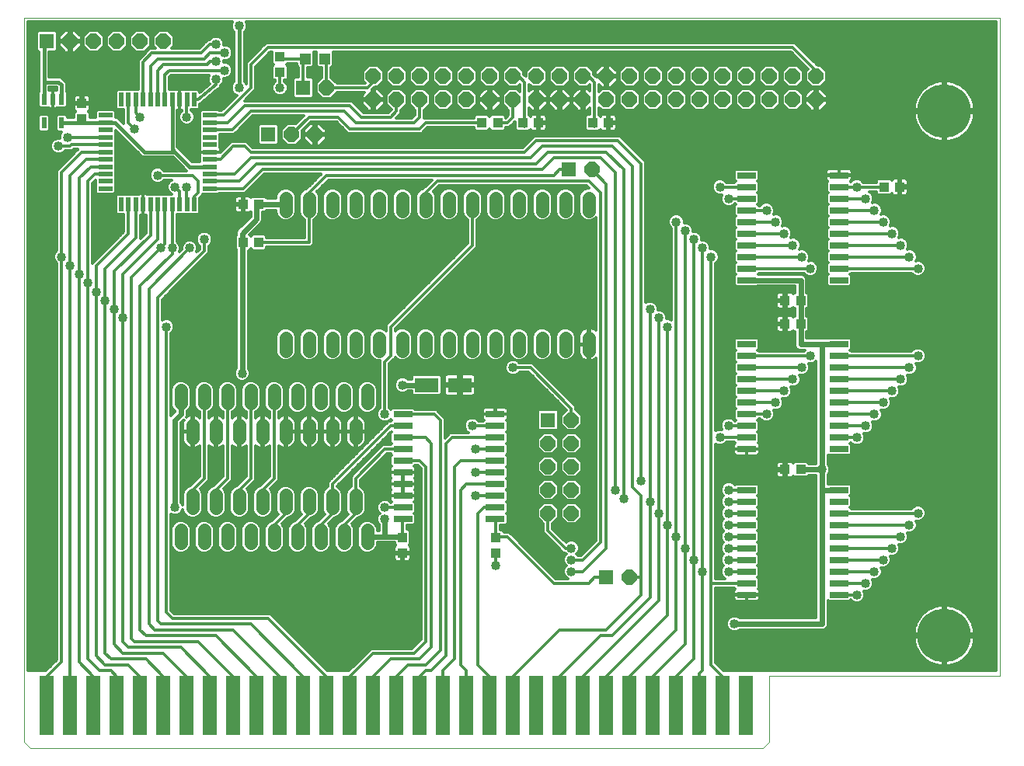
<source format=gtl>
G75*
G70*
%OFA0B0*%
%FSLAX24Y24*%
%IPPOS*%
%LPD*%
%AMOC8*
5,1,8,0,0,1.08239X$1,22.5*
%
%ADD10C,0.0000*%
%ADD11R,0.0600X0.2550*%
%ADD12C,0.0560*%
%ADD13OC8,0.0640*%
%ADD14R,0.0800X0.0260*%
%ADD15R,0.0433X0.0394*%
%ADD16R,0.1024X0.0630*%
%ADD17R,0.0472X0.0472*%
%ADD18R,0.0640X0.0640*%
%ADD19R,0.0394X0.0433*%
%ADD20C,0.2300*%
%ADD21R,0.0197X0.0591*%
%ADD22R,0.0591X0.0197*%
%ADD23R,0.0217X0.0472*%
%ADD24C,0.0240*%
%ADD25C,0.0400*%
%ADD26C,0.0120*%
%ADD27C,0.0160*%
D10*
X008092Y007958D02*
X039530Y007958D01*
X039780Y008208D01*
X039780Y011052D01*
X049681Y011052D01*
X049681Y039267D01*
X007842Y039267D01*
X007842Y008271D01*
X007842Y008208D01*
X008092Y007958D01*
D11*
X008811Y009771D03*
X009811Y009771D03*
X010811Y009771D03*
X011811Y009771D03*
X012811Y009771D03*
X013811Y009771D03*
X014811Y009771D03*
X015811Y009771D03*
X016811Y009771D03*
X017811Y009771D03*
X018811Y009771D03*
X019811Y009771D03*
X020811Y009771D03*
X021811Y009771D03*
X022811Y009771D03*
X023811Y009771D03*
X024811Y009771D03*
X025811Y009771D03*
X026811Y009771D03*
X027811Y009771D03*
X028811Y009771D03*
X029811Y009771D03*
X030811Y009771D03*
X031811Y009771D03*
X032811Y009771D03*
X033811Y009771D03*
X034811Y009771D03*
X035811Y009771D03*
X036811Y009771D03*
X037811Y009771D03*
X038811Y009771D03*
D12*
X022561Y016741D02*
X022561Y017301D01*
X021561Y017301D02*
X021561Y016741D01*
X020561Y016741D02*
X020561Y017301D01*
X019561Y017301D02*
X019561Y016741D01*
X018561Y016741D02*
X018561Y017301D01*
X017561Y017301D02*
X017561Y016741D01*
X016561Y016741D02*
X016561Y017301D01*
X015561Y017301D02*
X015561Y016741D01*
X014561Y016741D02*
X014561Y017301D01*
X015061Y018241D02*
X015061Y018801D01*
X016061Y018801D02*
X016061Y018241D01*
X017061Y018241D02*
X017061Y018801D01*
X018061Y018801D02*
X018061Y018241D01*
X019061Y018241D02*
X019061Y018801D01*
X020061Y018801D02*
X020061Y018241D01*
X021061Y018241D02*
X021061Y018801D01*
X022061Y018801D02*
X022061Y018241D01*
X022061Y021241D02*
X022061Y021801D01*
X021061Y021801D02*
X021061Y021241D01*
X020061Y021241D02*
X020061Y021801D01*
X019061Y021801D02*
X019061Y021241D01*
X018061Y021241D02*
X018061Y021801D01*
X017061Y021801D02*
X017061Y021241D01*
X016061Y021241D02*
X016061Y021801D01*
X015061Y021801D02*
X015061Y021241D01*
X014561Y022741D02*
X014561Y023301D01*
X015561Y023301D02*
X015561Y022741D01*
X016561Y022741D02*
X016561Y023301D01*
X017561Y023301D02*
X017561Y022741D01*
X018561Y022741D02*
X018561Y023301D01*
X019561Y023301D02*
X019561Y022741D01*
X020561Y022741D02*
X020561Y023301D01*
X021561Y023301D02*
X021561Y022741D01*
X022561Y022741D02*
X022561Y023301D01*
X022061Y024991D02*
X022061Y025551D01*
X021061Y025551D02*
X021061Y024991D01*
X020061Y024991D02*
X020061Y025551D01*
X019061Y025551D02*
X019061Y024991D01*
X023061Y024991D02*
X023061Y025551D01*
X024061Y025551D02*
X024061Y024991D01*
X025061Y024991D02*
X025061Y025551D01*
X026061Y025551D02*
X026061Y024991D01*
X027061Y024991D02*
X027061Y025551D01*
X028061Y025551D02*
X028061Y024991D01*
X029061Y024991D02*
X029061Y025551D01*
X030061Y025551D02*
X030061Y024991D01*
X031061Y024991D02*
X031061Y025551D01*
X032061Y025551D02*
X032061Y024991D01*
X032061Y030991D02*
X032061Y031551D01*
X031061Y031551D02*
X031061Y030991D01*
X030061Y030991D02*
X030061Y031551D01*
X029061Y031551D02*
X029061Y030991D01*
X028061Y030991D02*
X028061Y031551D01*
X027061Y031551D02*
X027061Y030991D01*
X026061Y030991D02*
X026061Y031551D01*
X025061Y031551D02*
X025061Y030991D01*
X024061Y030991D02*
X024061Y031551D01*
X023061Y031551D02*
X023061Y030991D01*
X022061Y030991D02*
X022061Y031551D01*
X021061Y031551D02*
X021061Y030991D01*
X020061Y030991D02*
X020061Y031551D01*
X019061Y031551D02*
X019061Y030991D01*
D13*
X019311Y034271D03*
X020311Y034271D03*
X020811Y036271D03*
X022811Y036771D03*
X023811Y036771D03*
X024811Y036771D03*
X025811Y036771D03*
X026811Y036771D03*
X027811Y036771D03*
X028811Y036771D03*
X029811Y036771D03*
X030811Y036771D03*
X031811Y036771D03*
X032811Y036771D03*
X033811Y036771D03*
X034811Y036771D03*
X035811Y036771D03*
X036811Y036771D03*
X037811Y036771D03*
X038811Y036771D03*
X039811Y036771D03*
X040811Y036771D03*
X041811Y036771D03*
X041811Y035771D03*
X040811Y035771D03*
X039811Y035771D03*
X038811Y035771D03*
X037811Y035771D03*
X036811Y035771D03*
X035811Y035771D03*
X034811Y035771D03*
X033811Y035771D03*
X032811Y035771D03*
X031811Y035771D03*
X030811Y035771D03*
X029811Y035771D03*
X028811Y035771D03*
X027811Y035771D03*
X026811Y035771D03*
X025811Y035771D03*
X024811Y035771D03*
X023811Y035771D03*
X022811Y035771D03*
X013811Y038271D03*
X012811Y038271D03*
X011811Y038271D03*
X010811Y038271D03*
X009811Y038271D03*
X032186Y032771D03*
X031311Y022021D03*
X031311Y021021D03*
X030311Y021021D03*
X030311Y020021D03*
X031311Y020021D03*
X031311Y019021D03*
X030311Y019021D03*
X030311Y018021D03*
X031311Y018021D03*
X033811Y015271D03*
D14*
X038831Y015521D03*
X038831Y016021D03*
X038831Y016521D03*
X038831Y017021D03*
X038831Y017521D03*
X038831Y018021D03*
X038831Y018521D03*
X038831Y019021D03*
X038831Y020771D03*
X038831Y021271D03*
X038831Y021771D03*
X038831Y022271D03*
X038831Y022771D03*
X038831Y023271D03*
X038831Y023771D03*
X038831Y024271D03*
X038831Y024771D03*
X038831Y025271D03*
X038831Y028021D03*
X038831Y028521D03*
X038831Y029021D03*
X038831Y029521D03*
X038831Y030021D03*
X038831Y030521D03*
X038831Y031021D03*
X038831Y031521D03*
X038831Y032021D03*
X038831Y032521D03*
X042791Y032521D03*
X042791Y032021D03*
X042791Y031521D03*
X042791Y031021D03*
X042791Y030521D03*
X042791Y030021D03*
X042791Y029521D03*
X042791Y029021D03*
X042791Y028521D03*
X042791Y028021D03*
X042791Y025271D03*
X042791Y024771D03*
X042791Y024271D03*
X042791Y023771D03*
X042791Y023271D03*
X042791Y022771D03*
X042791Y022271D03*
X042791Y021771D03*
X042791Y021271D03*
X042791Y020771D03*
X042791Y019021D03*
X042791Y018521D03*
X042791Y018021D03*
X042791Y017521D03*
X042791Y017021D03*
X042791Y016521D03*
X042791Y016021D03*
X042791Y015521D03*
X042791Y015021D03*
X042791Y014521D03*
X038831Y014521D03*
X038831Y015021D03*
X028041Y017771D03*
X028041Y018271D03*
X028041Y018771D03*
X028041Y019271D03*
X028041Y019771D03*
X028041Y020271D03*
X028041Y020771D03*
X028041Y021271D03*
X028041Y021771D03*
X028041Y022271D03*
X024081Y022271D03*
X024081Y021771D03*
X024081Y021271D03*
X024081Y020771D03*
X024081Y020271D03*
X024081Y019771D03*
X024081Y019271D03*
X024081Y018771D03*
X024081Y018271D03*
X024081Y017771D03*
D15*
X028061Y016980D03*
X028061Y016311D03*
X040476Y019896D03*
X041146Y019896D03*
X041146Y026146D03*
X040476Y026146D03*
X040476Y027146D03*
X041146Y027146D03*
X018811Y036936D03*
X018811Y037605D03*
X017896Y031271D03*
X017226Y031271D03*
D16*
X025102Y023521D03*
X026520Y023521D03*
D17*
X020724Y037521D03*
X019898Y037521D03*
D18*
X019811Y036271D03*
X018311Y034271D03*
X008811Y038271D03*
X030311Y022021D03*
X032811Y015271D03*
X031186Y032771D03*
D19*
X032226Y034771D03*
X032896Y034771D03*
X029896Y034771D03*
X029226Y034771D03*
X028146Y034771D03*
X027476Y034771D03*
X017896Y029646D03*
X017226Y029646D03*
X010311Y034936D03*
X010311Y035605D03*
X024061Y016980D03*
X024061Y016311D03*
X044726Y032021D03*
X045396Y032021D03*
D20*
X047311Y035271D03*
X047311Y012771D03*
D21*
X015136Y031277D03*
X014821Y031277D03*
X014506Y031277D03*
X014191Y031277D03*
X013876Y031277D03*
X013561Y031277D03*
X013246Y031277D03*
X012931Y031277D03*
X012616Y031277D03*
X012301Y031277D03*
X011986Y031277D03*
X011986Y035765D03*
X012301Y035765D03*
X012616Y035765D03*
X012931Y035765D03*
X013246Y035765D03*
X013561Y035765D03*
X013876Y035765D03*
X014191Y035765D03*
X014506Y035765D03*
X014821Y035765D03*
X015136Y035765D03*
D22*
X015805Y035096D03*
X015805Y034781D03*
X015805Y034466D03*
X015805Y034151D03*
X015805Y033836D03*
X015805Y033521D03*
X015805Y033206D03*
X015805Y032891D03*
X015805Y032576D03*
X015805Y032261D03*
X015805Y031946D03*
X011317Y031946D03*
X011317Y032261D03*
X011317Y032576D03*
X011317Y032891D03*
X011317Y033206D03*
X011317Y033521D03*
X011317Y033836D03*
X011317Y034151D03*
X011317Y034466D03*
X011317Y034781D03*
X011317Y035096D03*
D23*
X009435Y034759D03*
X008687Y034759D03*
X008687Y035783D03*
X009061Y035783D03*
X009435Y035783D03*
D24*
X017186Y030021D02*
X017186Y029686D01*
X017226Y029646D01*
X017186Y029646D01*
X017186Y024021D01*
X014561Y023021D02*
X014561Y022271D01*
X014311Y022021D01*
X014311Y018271D01*
X022561Y017021D02*
X023311Y017021D01*
X024021Y017021D01*
X024061Y016980D01*
X023311Y017021D02*
X023311Y017771D01*
X024061Y023521D02*
X025102Y023521D01*
X017811Y030646D02*
X017186Y030021D01*
X017811Y030646D02*
X017811Y031271D01*
X017896Y031271D01*
X019061Y031271D01*
X038831Y028021D02*
X041146Y028021D01*
X041146Y027146D01*
X041146Y026146D01*
X041146Y025271D01*
X042061Y025271D01*
X042061Y019896D01*
X041146Y019896D01*
X042061Y019896D02*
X042061Y019021D01*
X042061Y013271D01*
X038311Y013271D01*
X042061Y019021D02*
X042791Y019021D01*
X042791Y025271D02*
X042061Y025271D01*
D25*
X041561Y024771D03*
X041186Y024271D03*
X040811Y023771D03*
X040436Y023271D03*
X040061Y022771D03*
X039686Y022271D03*
X038061Y021771D03*
X037686Y021271D03*
X038811Y020271D03*
X038061Y019021D03*
X038061Y018521D03*
X038061Y018021D03*
X038061Y017521D03*
X038061Y017021D03*
X038061Y016521D03*
X038061Y016021D03*
X038061Y015521D03*
X036936Y015521D03*
X036561Y016021D03*
X036186Y016521D03*
X035811Y017021D03*
X035436Y017521D03*
X035061Y018021D03*
X034686Y018521D03*
X034311Y019396D03*
X033186Y019021D03*
X033561Y018646D03*
X031311Y016521D03*
X031311Y016021D03*
X031311Y015521D03*
X028061Y015771D03*
X027186Y018771D03*
X027186Y019771D03*
X027186Y020771D03*
X027061Y021771D03*
X024061Y023521D03*
X023311Y022271D03*
X023311Y018271D03*
X023311Y017771D03*
X019811Y015021D03*
X024311Y014521D03*
X015061Y014771D03*
X014311Y018271D03*
X008561Y018021D03*
X008561Y012271D03*
X017186Y024021D03*
X013936Y026021D03*
X012061Y026396D03*
X011686Y026771D03*
X011311Y027146D03*
X010936Y027521D03*
X010561Y027896D03*
X010186Y028271D03*
X009811Y028646D03*
X009436Y029021D03*
X012936Y032021D03*
X013561Y032521D03*
X014311Y032021D03*
X014811Y032021D03*
X016561Y031271D03*
X015561Y029771D03*
X014936Y029396D03*
X014186Y029396D03*
X013686Y029396D03*
X009311Y033771D03*
X009686Y034146D03*
X011311Y035771D03*
X012811Y035021D03*
X012561Y034521D03*
X014811Y035021D03*
X016061Y036646D03*
X016436Y037021D03*
X016061Y037396D03*
X016436Y037771D03*
X016061Y038146D03*
X017061Y038927D03*
X017061Y036271D03*
X018811Y036271D03*
X017311Y034271D03*
X025811Y029521D03*
X026811Y028271D03*
X028561Y028271D03*
X028811Y024271D03*
X034686Y026771D03*
X035061Y026396D03*
X035436Y026021D03*
X039124Y026146D03*
X039124Y027177D03*
X041561Y028521D03*
X041186Y029021D03*
X040811Y029521D03*
X040436Y030021D03*
X040061Y030521D03*
X039686Y031021D03*
X038061Y031521D03*
X037686Y032021D03*
X035811Y030521D03*
X036186Y030146D03*
X036561Y029771D03*
X036936Y029396D03*
X037311Y029021D03*
X041936Y032521D03*
X043561Y032021D03*
X043936Y031521D03*
X044311Y031021D03*
X044686Y030521D03*
X045061Y030021D03*
X045436Y029521D03*
X045811Y029021D03*
X046186Y028521D03*
X046592Y032021D03*
X046186Y024771D03*
X045811Y024271D03*
X045436Y023771D03*
X045061Y023271D03*
X044686Y022771D03*
X044311Y022271D03*
X043936Y021771D03*
X043561Y021271D03*
X042061Y019896D03*
X045436Y017021D03*
X045811Y017521D03*
X046186Y018021D03*
X045061Y016521D03*
X044686Y016021D03*
X044311Y015521D03*
X043936Y015021D03*
X043561Y014521D03*
X040061Y014521D03*
X038311Y013271D03*
X040092Y012271D03*
D26*
X038532Y013011D02*
X042009Y013011D01*
X042113Y013011D01*
X042208Y013050D01*
X042281Y013123D01*
X042321Y013219D01*
X042321Y014263D01*
X042333Y014251D01*
X043249Y014251D01*
X043300Y014301D01*
X043368Y014232D01*
X043493Y014181D01*
X043629Y014181D01*
X043754Y014232D01*
X043849Y014328D01*
X043901Y014453D01*
X043901Y014588D01*
X043861Y014684D01*
X043868Y014681D01*
X044004Y014681D01*
X044129Y014732D01*
X044224Y014828D01*
X044276Y014953D01*
X044276Y015088D01*
X044236Y015184D01*
X044243Y015181D01*
X044379Y015181D01*
X044504Y015232D01*
X044599Y015328D01*
X044651Y015453D01*
X044651Y015588D01*
X044611Y015684D01*
X044618Y015681D01*
X044754Y015681D01*
X044879Y015732D01*
X044974Y015828D01*
X045026Y015953D01*
X045026Y016088D01*
X044986Y016184D01*
X044993Y016181D01*
X045129Y016181D01*
X045254Y016232D01*
X045349Y016328D01*
X045401Y016453D01*
X045401Y016588D01*
X045361Y016684D01*
X045368Y016681D01*
X045504Y016681D01*
X045629Y016732D01*
X045724Y016828D01*
X045776Y016953D01*
X045776Y017088D01*
X045736Y017184D01*
X045743Y017181D01*
X045879Y017181D01*
X046004Y017232D01*
X046099Y017328D01*
X046151Y017453D01*
X046151Y017588D01*
X046111Y017684D01*
X046118Y017681D01*
X046254Y017681D01*
X046379Y017732D01*
X046474Y017828D01*
X046526Y017953D01*
X046526Y018088D01*
X046474Y018213D01*
X046379Y018309D01*
X046254Y018361D01*
X046118Y018361D01*
X045993Y018309D01*
X045905Y018221D01*
X043319Y018221D01*
X043269Y018271D01*
X043331Y018333D01*
X043331Y018709D01*
X043269Y018771D01*
X043331Y018833D01*
X043331Y019209D01*
X043249Y019291D01*
X042333Y019291D01*
X042323Y019281D01*
X042321Y019281D01*
X042321Y019675D01*
X042349Y019703D01*
X042401Y019828D01*
X042401Y019963D01*
X042349Y020088D01*
X042321Y020116D01*
X042321Y020513D01*
X042333Y020501D01*
X043249Y020501D01*
X043331Y020583D01*
X043331Y020959D01*
X043269Y021021D01*
X043300Y021051D01*
X043368Y020982D01*
X043493Y020931D01*
X043629Y020931D01*
X043754Y020982D01*
X043849Y021078D01*
X043901Y021203D01*
X043901Y021338D01*
X043861Y021434D01*
X043868Y021431D01*
X044004Y021431D01*
X044129Y021482D01*
X044224Y021578D01*
X044276Y021703D01*
X044276Y021838D01*
X044236Y021934D01*
X044243Y021931D01*
X044379Y021931D01*
X044504Y021982D01*
X044599Y022078D01*
X044651Y022203D01*
X044651Y022338D01*
X044611Y022434D01*
X044618Y022431D01*
X044754Y022431D01*
X044879Y022482D01*
X044974Y022578D01*
X045026Y022703D01*
X045026Y022838D01*
X044986Y022934D01*
X044993Y022931D01*
X045129Y022931D01*
X045254Y022982D01*
X045349Y023078D01*
X045401Y023203D01*
X045401Y023338D01*
X045361Y023434D01*
X045368Y023431D01*
X045504Y023431D01*
X045629Y023482D01*
X045724Y023578D01*
X045776Y023703D01*
X045776Y023838D01*
X045736Y023934D01*
X045743Y023931D01*
X045879Y023931D01*
X046004Y023982D01*
X046099Y024078D01*
X046151Y024203D01*
X046151Y024338D01*
X046111Y024434D01*
X046118Y024431D01*
X046254Y024431D01*
X046379Y024482D01*
X046474Y024578D01*
X046526Y024703D01*
X046526Y024838D01*
X046474Y024963D01*
X046379Y025059D01*
X046254Y025111D01*
X046118Y025111D01*
X045993Y025059D01*
X045905Y024971D01*
X043319Y024971D01*
X043269Y025021D01*
X043331Y025083D01*
X043331Y025459D01*
X043249Y025541D01*
X042333Y025541D01*
X042323Y025531D01*
X042113Y025531D01*
X042009Y025531D01*
X041406Y025531D01*
X041406Y025809D01*
X041420Y025809D01*
X041502Y025891D01*
X041502Y026401D01*
X041420Y026483D01*
X041406Y026483D01*
X041406Y026809D01*
X041420Y026809D01*
X041502Y026891D01*
X041502Y027401D01*
X041420Y027483D01*
X041406Y027483D01*
X041406Y028072D01*
X041366Y028168D01*
X041293Y028241D01*
X041197Y028281D01*
X041094Y028281D01*
X039319Y028281D01*
X039359Y028321D01*
X041280Y028321D01*
X041368Y028232D01*
X041493Y028181D01*
X041629Y028181D01*
X041754Y028232D01*
X041849Y028328D01*
X041901Y028453D01*
X041901Y028588D01*
X041849Y028713D01*
X041754Y028809D01*
X041629Y028861D01*
X041493Y028861D01*
X041486Y028858D01*
X041526Y028953D01*
X041526Y029088D01*
X041474Y029213D01*
X041379Y029309D01*
X041254Y029361D01*
X041118Y029361D01*
X041112Y029358D01*
X041151Y029453D01*
X041151Y029588D01*
X041099Y029713D01*
X041004Y029809D01*
X040879Y029861D01*
X040743Y029861D01*
X040736Y029858D01*
X040776Y029953D01*
X040776Y030088D01*
X040724Y030213D01*
X040629Y030309D01*
X040504Y030361D01*
X040368Y030361D01*
X040361Y030358D01*
X040401Y030453D01*
X040401Y030588D01*
X040349Y030713D01*
X040254Y030809D01*
X040129Y030861D01*
X039993Y030861D01*
X039986Y030858D01*
X040026Y030953D01*
X040026Y031088D01*
X039974Y031213D01*
X039879Y031309D01*
X039754Y031361D01*
X039618Y031361D01*
X039493Y031309D01*
X039405Y031221D01*
X039359Y031221D01*
X039309Y031271D01*
X039371Y031333D01*
X039371Y031709D01*
X039309Y031771D01*
X039371Y031833D01*
X039371Y032209D01*
X039309Y032271D01*
X039371Y032333D01*
X039371Y032709D01*
X039289Y032791D01*
X038373Y032791D01*
X038291Y032709D01*
X038291Y032333D01*
X038353Y032271D01*
X038303Y032221D01*
X037967Y032221D01*
X037879Y032309D01*
X037754Y032361D01*
X037618Y032361D01*
X037493Y032309D01*
X037398Y032213D01*
X037346Y032088D01*
X037346Y031953D01*
X037398Y031828D01*
X037493Y031732D01*
X037618Y031681D01*
X037754Y031681D01*
X037761Y031684D01*
X037721Y031588D01*
X037721Y031453D01*
X037773Y031328D01*
X037868Y031232D01*
X037993Y031181D01*
X038129Y031181D01*
X038254Y031232D01*
X038322Y031301D01*
X038353Y031271D01*
X038291Y031209D01*
X038291Y030833D01*
X038353Y030771D01*
X038291Y030709D01*
X038291Y030333D01*
X038353Y030271D01*
X038291Y030209D01*
X038291Y029833D01*
X038353Y029771D01*
X038291Y029709D01*
X038291Y029333D01*
X038353Y029271D01*
X038291Y029209D01*
X038291Y028833D01*
X038353Y028771D01*
X038291Y028709D01*
X038291Y028333D01*
X038353Y028271D01*
X038291Y028209D01*
X038291Y027833D01*
X038373Y027751D01*
X039289Y027751D01*
X039299Y027761D01*
X040886Y027761D01*
X040886Y027483D01*
X040871Y027483D01*
X040824Y027435D01*
X040821Y027441D01*
X040791Y027471D01*
X040755Y027492D01*
X040714Y027503D01*
X040515Y027503D01*
X040515Y027184D01*
X040438Y027184D01*
X040438Y027107D01*
X040515Y027107D01*
X040515Y026789D01*
X040714Y026789D01*
X040755Y026800D01*
X040791Y026821D01*
X040821Y026851D01*
X040824Y026856D01*
X040871Y026809D01*
X040886Y026809D01*
X040886Y026483D01*
X040871Y026483D01*
X040824Y026435D01*
X040821Y026441D01*
X040791Y026471D01*
X040755Y026492D01*
X040714Y026503D01*
X040515Y026503D01*
X040515Y026184D01*
X040438Y026184D01*
X040438Y026107D01*
X040515Y026107D01*
X040515Y025789D01*
X040714Y025789D01*
X040755Y025800D01*
X040791Y025821D01*
X040821Y025851D01*
X040824Y025856D01*
X040871Y025809D01*
X040886Y025809D01*
X040886Y025322D01*
X040886Y025219D01*
X040925Y025123D01*
X040998Y025050D01*
X041094Y025011D01*
X041320Y025011D01*
X041280Y024971D01*
X039359Y024971D01*
X039309Y025021D01*
X039371Y025083D01*
X039371Y025459D01*
X039289Y025541D01*
X038373Y025541D01*
X038291Y025459D01*
X038291Y025083D01*
X038353Y025021D01*
X038291Y024959D01*
X038291Y024583D01*
X038353Y024521D01*
X038291Y024459D01*
X038291Y024083D01*
X038353Y024021D01*
X038291Y023959D01*
X038291Y023583D01*
X038353Y023521D01*
X038291Y023459D01*
X038291Y023083D01*
X038353Y023021D01*
X038291Y022959D01*
X038291Y022583D01*
X038353Y022521D01*
X038291Y022459D01*
X038291Y022083D01*
X038353Y022021D01*
X038322Y021990D01*
X038254Y022059D01*
X038129Y022111D01*
X037993Y022111D01*
X037868Y022059D01*
X037773Y021963D01*
X037721Y021838D01*
X037721Y021703D01*
X037761Y021608D01*
X037754Y021611D01*
X037618Y021611D01*
X037511Y021566D01*
X037511Y028740D01*
X037599Y028828D01*
X037651Y028953D01*
X037651Y029088D01*
X037599Y029213D01*
X037504Y029309D01*
X037379Y029361D01*
X037276Y029361D01*
X037276Y029463D01*
X037224Y029588D01*
X037129Y029684D01*
X037004Y029736D01*
X036901Y029736D01*
X036901Y029838D01*
X036849Y029963D01*
X036754Y030059D01*
X036629Y030111D01*
X036526Y030111D01*
X036526Y030213D01*
X036474Y030338D01*
X036379Y030434D01*
X036254Y030486D01*
X036151Y030486D01*
X036151Y030588D01*
X036099Y030713D01*
X036004Y030809D01*
X035879Y030861D01*
X035743Y030861D01*
X035618Y030809D01*
X035523Y030713D01*
X035471Y030588D01*
X035471Y030453D01*
X035523Y030328D01*
X035611Y030240D01*
X035611Y026316D01*
X035504Y026361D01*
X035401Y026361D01*
X035401Y026463D01*
X035349Y026588D01*
X035254Y026684D01*
X035129Y026736D01*
X035026Y026736D01*
X035026Y026838D01*
X034974Y026963D01*
X034879Y027059D01*
X034754Y027111D01*
X034618Y027111D01*
X034511Y027066D01*
X034511Y032938D01*
X034511Y033104D01*
X033511Y034104D01*
X033394Y034221D01*
X029894Y034221D01*
X029728Y034221D01*
X029228Y033721D01*
X017644Y033721D01*
X017511Y033854D01*
X017394Y033971D01*
X016728Y033971D01*
X016611Y033854D01*
X016611Y033854D01*
X016260Y033503D01*
X016260Y033520D01*
X015806Y033520D01*
X015806Y033521D01*
X016260Y033521D01*
X016260Y033640D01*
X016249Y033681D01*
X016240Y033697D01*
X016240Y033992D01*
X016239Y033993D01*
X016240Y033994D01*
X016240Y034266D01*
X016839Y034266D01*
X016956Y034383D01*
X017644Y035071D01*
X019828Y035071D01*
X019488Y034731D01*
X019120Y034731D01*
X018851Y034461D01*
X018851Y034080D01*
X019120Y033811D01*
X019502Y033811D01*
X019771Y034080D01*
X019771Y034448D01*
X020144Y034821D01*
X021228Y034821D01*
X021728Y034321D01*
X021894Y034321D01*
X024728Y034321D01*
X024894Y034321D01*
X025144Y034571D01*
X027140Y034571D01*
X027140Y034496D01*
X027221Y034414D01*
X027731Y034414D01*
X027811Y034494D01*
X027891Y034414D01*
X028401Y034414D01*
X028482Y034496D01*
X028482Y034571D01*
X028644Y034571D01*
X028761Y034688D01*
X028890Y034816D01*
X028890Y034496D01*
X028971Y034414D01*
X029219Y034414D01*
X029228Y034405D01*
X029280Y034405D01*
X029328Y034390D01*
X029359Y034405D01*
X029394Y034405D01*
X029403Y034414D01*
X029481Y034414D01*
X029553Y034486D01*
X029571Y034456D01*
X029601Y034426D01*
X029637Y034405D01*
X029678Y034394D01*
X029857Y034394D01*
X029857Y034732D01*
X029934Y034732D01*
X029934Y034394D01*
X030114Y034394D01*
X030154Y034405D01*
X030191Y034426D01*
X030221Y034456D01*
X030242Y034492D01*
X030252Y034533D01*
X030252Y034732D01*
X029934Y034732D01*
X029934Y034809D01*
X030252Y034809D01*
X030252Y035008D01*
X030242Y035049D01*
X030221Y035085D01*
X030191Y035115D01*
X030154Y035136D01*
X030114Y035147D01*
X029934Y035147D01*
X029934Y034809D01*
X029857Y034809D01*
X029857Y035147D01*
X029678Y035147D01*
X029637Y035136D01*
X029601Y035115D01*
X029571Y035085D01*
X029553Y035055D01*
X029511Y035097D01*
X029511Y035392D01*
X029612Y035291D01*
X029771Y035291D01*
X029771Y035730D01*
X029851Y035730D01*
X029851Y035291D01*
X030010Y035291D01*
X030291Y035572D01*
X030291Y035731D01*
X029851Y035731D01*
X029851Y035811D01*
X029771Y035811D01*
X029771Y036251D01*
X029612Y036251D01*
X029511Y036149D01*
X029511Y036420D01*
X029620Y036311D01*
X030002Y036311D01*
X030271Y036580D01*
X030271Y036961D01*
X030002Y037231D01*
X029620Y037231D01*
X029351Y036961D01*
X029351Y036763D01*
X029271Y036844D01*
X029271Y036961D01*
X029002Y037231D01*
X028620Y037231D01*
X028351Y036961D01*
X028351Y036580D01*
X028620Y036311D01*
X029002Y036311D01*
X029111Y036420D01*
X029111Y036121D01*
X029002Y036231D01*
X028620Y036231D01*
X028351Y035961D01*
X028351Y035580D01*
X028611Y035320D01*
X028611Y035104D01*
X028482Y034975D01*
X028482Y035045D01*
X028401Y035127D01*
X027891Y035127D01*
X027811Y035047D01*
X027731Y035127D01*
X027221Y035127D01*
X027140Y035045D01*
X027140Y034971D01*
X025011Y034971D01*
X025011Y035320D01*
X025271Y035580D01*
X025271Y035961D01*
X025002Y036231D01*
X024620Y036231D01*
X024351Y035961D01*
X024351Y035580D01*
X024611Y035320D01*
X024611Y035104D01*
X024478Y034971D01*
X023794Y034971D01*
X023894Y035071D01*
X024011Y035188D01*
X024011Y035320D01*
X024271Y035580D01*
X024271Y035961D01*
X024002Y036231D01*
X023620Y036231D01*
X023351Y035961D01*
X023351Y035580D01*
X023594Y035337D01*
X023478Y035221D01*
X022394Y035221D01*
X021894Y035721D01*
X021728Y035721D01*
X017394Y035721D01*
X017294Y035721D01*
X017644Y036071D01*
X017761Y036188D01*
X017761Y037188D01*
X018394Y037821D01*
X018454Y037821D01*
X018454Y037350D01*
X018534Y037271D01*
X018454Y037191D01*
X018454Y036681D01*
X018536Y036599D01*
X018611Y036599D01*
X018611Y036551D01*
X018523Y036463D01*
X018471Y036338D01*
X018471Y036203D01*
X018523Y036078D01*
X018618Y035982D01*
X018743Y035931D01*
X018879Y035931D01*
X019004Y035982D01*
X019099Y036078D01*
X019151Y036203D01*
X019151Y036338D01*
X019099Y036463D01*
X019011Y036551D01*
X019011Y036599D01*
X019086Y036599D01*
X019168Y036681D01*
X019168Y037191D01*
X019088Y037271D01*
X019138Y037321D01*
X019521Y037321D01*
X019521Y037226D01*
X019603Y037144D01*
X019611Y037144D01*
X019611Y036731D01*
X019433Y036731D01*
X019351Y036649D01*
X019351Y035893D01*
X019433Y035811D01*
X020189Y035811D01*
X020271Y035893D01*
X020271Y036649D01*
X020189Y036731D01*
X020011Y036731D01*
X020011Y037144D01*
X020192Y037144D01*
X020274Y037226D01*
X020274Y037815D01*
X020268Y037821D01*
X020354Y037821D01*
X020348Y037815D01*
X020348Y037226D01*
X020430Y037144D01*
X020611Y037144D01*
X020611Y036721D01*
X020351Y036461D01*
X020351Y036080D01*
X020620Y035811D01*
X021002Y035811D01*
X021262Y036071D01*
X022432Y036071D01*
X022331Y035969D01*
X022331Y035811D01*
X022771Y035811D01*
X022771Y036198D01*
X022884Y036311D01*
X023002Y036311D01*
X023271Y036580D01*
X023271Y036961D01*
X023002Y037231D01*
X022620Y037231D01*
X022351Y036961D01*
X022351Y036580D01*
X022461Y036471D01*
X021262Y036471D01*
X021011Y036721D01*
X021011Y037144D01*
X021019Y037144D01*
X021101Y037226D01*
X021101Y037815D01*
X021095Y037821D01*
X040728Y037821D01*
X041469Y037080D01*
X041351Y036961D01*
X041351Y036580D01*
X041620Y036311D01*
X042002Y036311D01*
X042271Y036580D01*
X042271Y036961D01*
X042002Y037231D01*
X041884Y037231D01*
X041011Y038104D01*
X040894Y038221D01*
X018228Y038221D01*
X018111Y038104D01*
X018111Y038104D01*
X017361Y037354D01*
X017361Y037188D01*
X017361Y036435D01*
X017349Y036463D01*
X017281Y036531D01*
X017281Y038666D01*
X017349Y038734D01*
X017401Y038859D01*
X017401Y038995D01*
X017354Y039107D01*
X049521Y039107D01*
X049521Y011271D01*
X037844Y011271D01*
X037511Y011604D01*
X037511Y014821D01*
X038303Y014821D01*
X038341Y014783D01*
X038333Y014779D01*
X038303Y014749D01*
X038282Y014712D01*
X038271Y014672D01*
X038271Y014526D01*
X038826Y014526D01*
X038826Y014516D01*
X038271Y014516D01*
X038271Y014370D01*
X038282Y014329D01*
X038303Y014292D01*
X038333Y014263D01*
X038369Y014242D01*
X038410Y014231D01*
X038826Y014231D01*
X038826Y014515D01*
X038836Y014515D01*
X038836Y014231D01*
X039252Y014231D01*
X039293Y014242D01*
X039329Y014263D01*
X039359Y014292D01*
X039380Y014329D01*
X039391Y014370D01*
X039391Y014516D01*
X038836Y014516D01*
X038836Y014526D01*
X039391Y014526D01*
X039391Y014672D01*
X039380Y014712D01*
X039359Y014749D01*
X039329Y014779D01*
X039321Y014783D01*
X039371Y014833D01*
X039371Y015209D01*
X039309Y015271D01*
X039371Y015333D01*
X039371Y015709D01*
X039309Y015771D01*
X039371Y015833D01*
X039371Y016209D01*
X039309Y016271D01*
X039371Y016333D01*
X039371Y016709D01*
X039309Y016771D01*
X039371Y016833D01*
X039371Y017209D01*
X039309Y017271D01*
X039371Y017333D01*
X039371Y017709D01*
X039309Y017771D01*
X039371Y017833D01*
X039371Y018209D01*
X039309Y018271D01*
X039371Y018333D01*
X039371Y018709D01*
X039309Y018771D01*
X039371Y018833D01*
X039371Y019209D01*
X039289Y019291D01*
X038373Y019291D01*
X038322Y019240D01*
X038254Y019309D01*
X038129Y019361D01*
X037993Y019361D01*
X037868Y019309D01*
X037773Y019213D01*
X037721Y019088D01*
X037721Y018953D01*
X037773Y018828D01*
X037830Y018771D01*
X037773Y018713D01*
X037721Y018588D01*
X037721Y018453D01*
X037773Y018328D01*
X037830Y018271D01*
X037773Y018213D01*
X037721Y018088D01*
X037721Y017953D01*
X037773Y017828D01*
X037830Y017771D01*
X037773Y017713D01*
X037721Y017588D01*
X037721Y017453D01*
X037773Y017328D01*
X037830Y017271D01*
X037773Y017213D01*
X037721Y017088D01*
X037721Y016953D01*
X037773Y016828D01*
X037830Y016771D01*
X037773Y016713D01*
X037721Y016588D01*
X037721Y016453D01*
X037773Y016328D01*
X037830Y016271D01*
X037773Y016213D01*
X037721Y016088D01*
X037721Y015953D01*
X037773Y015828D01*
X037830Y015771D01*
X037773Y015713D01*
X037511Y015713D01*
X037511Y015595D02*
X037724Y015595D01*
X037721Y015588D02*
X037721Y015453D01*
X037773Y015328D01*
X037868Y015232D01*
X037897Y015221D01*
X037511Y015221D01*
X037511Y020975D01*
X037618Y020931D01*
X037754Y020931D01*
X037879Y020982D01*
X037967Y021071D01*
X038303Y021071D01*
X038341Y021033D01*
X038333Y021029D01*
X038303Y020999D01*
X038282Y020962D01*
X038271Y020922D01*
X038271Y020776D01*
X038826Y020776D01*
X038826Y020766D01*
X038271Y020766D01*
X038271Y020620D01*
X038282Y020579D01*
X038303Y020542D01*
X038333Y020513D01*
X038369Y020492D01*
X038410Y020481D01*
X038826Y020481D01*
X038826Y020765D01*
X038836Y020765D01*
X038836Y020481D01*
X039252Y020481D01*
X039293Y020492D01*
X039329Y020513D01*
X039359Y020542D01*
X039380Y020579D01*
X039391Y020620D01*
X039391Y020766D01*
X038836Y020766D01*
X038836Y020776D01*
X039391Y020776D01*
X039391Y020922D01*
X039380Y020962D01*
X039359Y020999D01*
X039329Y021029D01*
X039321Y021033D01*
X039371Y021083D01*
X039371Y021459D01*
X039309Y021521D01*
X039371Y021583D01*
X039371Y021959D01*
X039309Y022021D01*
X039359Y022071D01*
X039405Y022071D01*
X039493Y021982D01*
X039618Y021931D01*
X039754Y021931D01*
X039879Y021982D01*
X039974Y022078D01*
X040026Y022203D01*
X040026Y022338D01*
X039986Y022434D01*
X039993Y022431D01*
X040129Y022431D01*
X040254Y022482D01*
X040349Y022578D01*
X040401Y022703D01*
X040401Y022838D01*
X040361Y022934D01*
X040368Y022931D01*
X040504Y022931D01*
X040629Y022982D01*
X040724Y023078D01*
X040776Y023203D01*
X040776Y023338D01*
X040736Y023434D01*
X040743Y023431D01*
X040879Y023431D01*
X041004Y023482D01*
X041099Y023578D01*
X041151Y023703D01*
X041151Y023838D01*
X041111Y023934D01*
X041118Y023931D01*
X041254Y023931D01*
X041379Y023982D01*
X041474Y024078D01*
X041526Y024203D01*
X041526Y024338D01*
X041486Y024434D01*
X041493Y024431D01*
X041629Y024431D01*
X041754Y024482D01*
X041801Y024530D01*
X041801Y020156D01*
X041497Y020156D01*
X041420Y020233D01*
X040871Y020233D01*
X040824Y020185D01*
X040821Y020191D01*
X040791Y020221D01*
X040755Y020242D01*
X040714Y020253D01*
X040515Y020253D01*
X040515Y019934D01*
X040438Y019934D01*
X040438Y019857D01*
X040515Y019857D01*
X040515Y019539D01*
X040714Y019539D01*
X040755Y019550D01*
X040791Y019571D01*
X040821Y019601D01*
X040824Y019606D01*
X040871Y019559D01*
X041420Y019559D01*
X041497Y019636D01*
X041801Y019636D01*
X041801Y019072D01*
X041801Y013531D01*
X038532Y013531D01*
X038504Y013559D01*
X038379Y013611D01*
X038243Y013611D01*
X038118Y013559D01*
X038023Y013463D01*
X037971Y013338D01*
X037971Y013203D01*
X038023Y013078D01*
X038118Y012982D01*
X038243Y012931D01*
X038379Y012931D01*
X038504Y012982D01*
X038532Y013011D01*
X038508Y012987D02*
X046018Y012987D01*
X046014Y012963D02*
X046001Y012835D01*
X046001Y012831D01*
X047251Y012831D01*
X047251Y014081D01*
X047247Y014081D01*
X047119Y014068D01*
X046992Y014043D01*
X046869Y014006D01*
X046750Y013956D01*
X046637Y013896D01*
X046530Y013824D01*
X046430Y013742D01*
X046339Y013651D01*
X046258Y013552D01*
X046186Y013445D01*
X046125Y013331D01*
X046076Y013213D01*
X046039Y013089D01*
X046014Y012963D01*
X046004Y012868D02*
X037511Y012868D01*
X037511Y012750D02*
X047251Y012750D01*
X047251Y012711D02*
X046001Y012711D01*
X046001Y012706D01*
X046014Y012578D01*
X046039Y012452D01*
X046076Y012329D01*
X046125Y012210D01*
X046186Y012096D01*
X046258Y011989D01*
X046339Y011890D01*
X046430Y011799D01*
X046530Y011717D01*
X046637Y011646D01*
X046750Y011585D01*
X046869Y011536D01*
X046992Y011498D01*
X047119Y011473D01*
X047247Y011461D01*
X047251Y011461D01*
X047251Y012711D01*
X047251Y012831D01*
X047371Y012831D01*
X047371Y014081D01*
X047375Y014081D01*
X047503Y014068D01*
X047630Y014043D01*
X047753Y014006D01*
X047872Y013956D01*
X047985Y013896D01*
X048092Y013824D01*
X048192Y013742D01*
X048283Y013651D01*
X048364Y013552D01*
X048436Y013445D01*
X048497Y013331D01*
X048546Y013213D01*
X048583Y013089D01*
X048608Y012963D01*
X048621Y012835D01*
X048621Y012831D01*
X047371Y012831D01*
X047371Y012711D01*
X048621Y012711D01*
X048621Y012706D01*
X048608Y012578D01*
X048583Y012452D01*
X048546Y012329D01*
X048497Y012210D01*
X048436Y012096D01*
X048364Y011989D01*
X048283Y011890D01*
X048192Y011799D01*
X048092Y011717D01*
X047985Y011646D01*
X047872Y011585D01*
X047753Y011536D01*
X047630Y011498D01*
X047503Y011473D01*
X047375Y011461D01*
X047371Y011461D01*
X047371Y012711D01*
X047251Y012711D01*
X047251Y012631D02*
X047371Y012631D01*
X047371Y012750D02*
X049521Y012750D01*
X049521Y012868D02*
X048618Y012868D01*
X048604Y012987D02*
X049521Y012987D01*
X049521Y013105D02*
X048579Y013105D01*
X048541Y013224D02*
X049521Y013224D01*
X049521Y013342D02*
X048491Y013342D01*
X048425Y013461D02*
X049521Y013461D01*
X049521Y013579D02*
X048342Y013579D01*
X048236Y013698D02*
X049521Y013698D01*
X049521Y013816D02*
X048102Y013816D01*
X047912Y013935D02*
X049521Y013935D01*
X049521Y014054D02*
X047577Y014054D01*
X047371Y014054D02*
X047251Y014054D01*
X047251Y013935D02*
X047371Y013935D01*
X047371Y013816D02*
X047251Y013816D01*
X047251Y013698D02*
X047371Y013698D01*
X047371Y013579D02*
X047251Y013579D01*
X047251Y013461D02*
X047371Y013461D01*
X047371Y013342D02*
X047251Y013342D01*
X047251Y013224D02*
X047371Y013224D01*
X047371Y013105D02*
X047251Y013105D01*
X047251Y012987D02*
X047371Y012987D01*
X047371Y012868D02*
X047251Y012868D01*
X047251Y012512D02*
X047371Y012512D01*
X047371Y012394D02*
X047251Y012394D01*
X047251Y012275D02*
X047371Y012275D01*
X047371Y012157D02*
X047251Y012157D01*
X047251Y012038D02*
X047371Y012038D01*
X047371Y011920D02*
X047251Y011920D01*
X047251Y011801D02*
X047371Y011801D01*
X047371Y011683D02*
X047251Y011683D01*
X047251Y011564D02*
X047371Y011564D01*
X047821Y011564D02*
X049521Y011564D01*
X049521Y011446D02*
X037669Y011446D01*
X037550Y011564D02*
X046801Y011564D01*
X046581Y011683D02*
X037511Y011683D01*
X037511Y011801D02*
X046428Y011801D01*
X046315Y011920D02*
X037511Y011920D01*
X037511Y012038D02*
X046225Y012038D01*
X046154Y012157D02*
X037511Y012157D01*
X037511Y012275D02*
X046098Y012275D01*
X046056Y012394D02*
X037511Y012394D01*
X037511Y012512D02*
X046027Y012512D01*
X046008Y012631D02*
X037511Y012631D01*
X037511Y012987D02*
X038114Y012987D01*
X038012Y013105D02*
X037511Y013105D01*
X037511Y013224D02*
X037971Y013224D01*
X037973Y013342D02*
X037511Y013342D01*
X037511Y013461D02*
X038022Y013461D01*
X038168Y013579D02*
X037511Y013579D01*
X037511Y013698D02*
X041801Y013698D01*
X041801Y013816D02*
X037511Y013816D01*
X037511Y013935D02*
X041801Y013935D01*
X041801Y014054D02*
X037511Y014054D01*
X037511Y014172D02*
X041801Y014172D01*
X041801Y014291D02*
X039357Y014291D01*
X039391Y014409D02*
X041801Y014409D01*
X041801Y014528D02*
X039391Y014528D01*
X039391Y014646D02*
X041801Y014646D01*
X041801Y014765D02*
X039343Y014765D01*
X039371Y014883D02*
X041801Y014883D01*
X041801Y015002D02*
X039371Y015002D01*
X039371Y015120D02*
X041801Y015120D01*
X041801Y015239D02*
X039341Y015239D01*
X039371Y015357D02*
X041801Y015357D01*
X041801Y015476D02*
X039371Y015476D01*
X039371Y015595D02*
X041801Y015595D01*
X041801Y015713D02*
X039367Y015713D01*
X039370Y015832D02*
X041801Y015832D01*
X041801Y015950D02*
X039371Y015950D01*
X039371Y016069D02*
X041801Y016069D01*
X041801Y016187D02*
X039371Y016187D01*
X039344Y016306D02*
X041801Y016306D01*
X041801Y016424D02*
X039371Y016424D01*
X039371Y016543D02*
X041801Y016543D01*
X041801Y016661D02*
X039371Y016661D01*
X039318Y016780D02*
X041801Y016780D01*
X041801Y016899D02*
X039371Y016899D01*
X039371Y017017D02*
X041801Y017017D01*
X041801Y017136D02*
X039371Y017136D01*
X039326Y017254D02*
X041801Y017254D01*
X041801Y017373D02*
X039371Y017373D01*
X039371Y017491D02*
X041801Y017491D01*
X041801Y017610D02*
X039371Y017610D01*
X039351Y017728D02*
X041801Y017728D01*
X041801Y017847D02*
X039371Y017847D01*
X039371Y017965D02*
X041801Y017965D01*
X041801Y018084D02*
X039371Y018084D01*
X039371Y018203D02*
X041801Y018203D01*
X041801Y018321D02*
X039359Y018321D01*
X039371Y018440D02*
X041801Y018440D01*
X041801Y018558D02*
X039371Y018558D01*
X039371Y018677D02*
X041801Y018677D01*
X041801Y018795D02*
X039334Y018795D01*
X039371Y018914D02*
X041801Y018914D01*
X041801Y019032D02*
X039371Y019032D01*
X039371Y019151D02*
X041801Y019151D01*
X041801Y019269D02*
X039310Y019269D01*
X038831Y019021D02*
X038061Y019021D01*
X037747Y019151D02*
X037511Y019151D01*
X037511Y019269D02*
X037829Y019269D01*
X037721Y019032D02*
X037511Y019032D01*
X037511Y018914D02*
X037737Y018914D01*
X037806Y018795D02*
X037511Y018795D01*
X037511Y018677D02*
X037758Y018677D01*
X037721Y018558D02*
X037511Y018558D01*
X037511Y018440D02*
X037727Y018440D01*
X037780Y018321D02*
X037511Y018321D01*
X037511Y018203D02*
X037768Y018203D01*
X037721Y018084D02*
X037511Y018084D01*
X037511Y017965D02*
X037721Y017965D01*
X037765Y017847D02*
X037511Y017847D01*
X037511Y017728D02*
X037788Y017728D01*
X037730Y017610D02*
X037511Y017610D01*
X037511Y017491D02*
X037721Y017491D01*
X037754Y017373D02*
X037511Y017373D01*
X037511Y017254D02*
X037814Y017254D01*
X037741Y017136D02*
X037511Y017136D01*
X037511Y017017D02*
X037721Y017017D01*
X037744Y016899D02*
X037511Y016899D01*
X037511Y016780D02*
X037821Y016780D01*
X037751Y016661D02*
X037511Y016661D01*
X037511Y016543D02*
X037721Y016543D01*
X037733Y016424D02*
X037511Y016424D01*
X037511Y016306D02*
X037795Y016306D01*
X037762Y016187D02*
X037511Y016187D01*
X037511Y016069D02*
X037721Y016069D01*
X037722Y015950D02*
X037511Y015950D01*
X037511Y015832D02*
X037771Y015832D01*
X037773Y015713D02*
X037721Y015588D01*
X037721Y015476D02*
X037511Y015476D01*
X037511Y015357D02*
X037761Y015357D01*
X037862Y015239D02*
X037511Y015239D01*
X037311Y015021D02*
X038831Y015021D01*
X038831Y015521D02*
X038061Y015521D01*
X038061Y016021D02*
X038831Y016021D01*
X038831Y016521D02*
X038061Y016521D01*
X038061Y017021D02*
X038831Y017021D01*
X038831Y017521D02*
X038061Y017521D01*
X038061Y018021D02*
X038831Y018021D01*
X038831Y018521D02*
X038061Y018521D01*
X038293Y019269D02*
X038352Y019269D01*
X037511Y019388D02*
X041801Y019388D01*
X041801Y019506D02*
X037511Y019506D01*
X037511Y019625D02*
X040118Y019625D01*
X040111Y019637D02*
X040132Y019601D01*
X040162Y019571D01*
X040198Y019550D01*
X040239Y019539D01*
X040438Y019539D01*
X040438Y019857D01*
X040100Y019857D01*
X040100Y019678D01*
X040111Y019637D01*
X040100Y019744D02*
X037511Y019744D01*
X037511Y019862D02*
X040438Y019862D01*
X040438Y019934D02*
X040100Y019934D01*
X040100Y020114D01*
X040111Y020154D01*
X040132Y020191D01*
X040162Y020221D01*
X040198Y020242D01*
X040239Y020253D01*
X040438Y020253D01*
X040438Y019934D01*
X040438Y019981D02*
X040515Y019981D01*
X040515Y020099D02*
X040438Y020099D01*
X040438Y020218D02*
X040515Y020218D01*
X040794Y020218D02*
X040856Y020218D01*
X041435Y020218D02*
X041801Y020218D01*
X041801Y020336D02*
X037511Y020336D01*
X037511Y020218D02*
X040159Y020218D01*
X040100Y020099D02*
X037511Y020099D01*
X037511Y019981D02*
X040100Y019981D01*
X040438Y019744D02*
X040515Y019744D01*
X040515Y019625D02*
X040438Y019625D01*
X041486Y019625D02*
X041801Y019625D01*
X042321Y019625D02*
X049521Y019625D01*
X049521Y019506D02*
X042321Y019506D01*
X042321Y019388D02*
X049521Y019388D01*
X049521Y019269D02*
X043270Y019269D01*
X043331Y019151D02*
X049521Y019151D01*
X049521Y019032D02*
X043331Y019032D01*
X043331Y018914D02*
X049521Y018914D01*
X049521Y018795D02*
X043294Y018795D01*
X043331Y018677D02*
X049521Y018677D01*
X049521Y018558D02*
X043331Y018558D01*
X043331Y018440D02*
X049521Y018440D01*
X049521Y018321D02*
X046349Y018321D01*
X046479Y018203D02*
X049521Y018203D01*
X049521Y018084D02*
X046526Y018084D01*
X046526Y017965D02*
X049521Y017965D01*
X049521Y017847D02*
X046482Y017847D01*
X046369Y017728D02*
X049521Y017728D01*
X049521Y017610D02*
X046142Y017610D01*
X046151Y017491D02*
X049521Y017491D01*
X049521Y017373D02*
X046118Y017373D01*
X046025Y017254D02*
X049521Y017254D01*
X049521Y017136D02*
X045756Y017136D01*
X045776Y017017D02*
X049521Y017017D01*
X049521Y016899D02*
X045753Y016899D01*
X045676Y016780D02*
X049521Y016780D01*
X049521Y016661D02*
X045371Y016661D01*
X045401Y016543D02*
X049521Y016543D01*
X049521Y016424D02*
X045389Y016424D01*
X045327Y016306D02*
X049521Y016306D01*
X049521Y016187D02*
X045144Y016187D01*
X045026Y016069D02*
X049521Y016069D01*
X049521Y015950D02*
X045025Y015950D01*
X044976Y015832D02*
X049521Y015832D01*
X049521Y015713D02*
X044832Y015713D01*
X044648Y015595D02*
X049521Y015595D01*
X049521Y015476D02*
X044651Y015476D01*
X044611Y015357D02*
X049521Y015357D01*
X049521Y015239D02*
X044510Y015239D01*
X044263Y015120D02*
X049521Y015120D01*
X049521Y015002D02*
X044276Y015002D01*
X044247Y014883D02*
X049521Y014883D01*
X049521Y014765D02*
X044161Y014765D01*
X043877Y014646D02*
X049521Y014646D01*
X049521Y014528D02*
X043901Y014528D01*
X043883Y014409D02*
X049521Y014409D01*
X049521Y014291D02*
X043812Y014291D01*
X043561Y014521D02*
X042791Y014521D01*
X042791Y015021D02*
X043936Y015021D01*
X044311Y015521D02*
X042791Y015521D01*
X042791Y016021D02*
X044686Y016021D01*
X045061Y016521D02*
X042791Y016521D01*
X042791Y017021D02*
X045436Y017021D01*
X045811Y017521D02*
X042791Y017521D01*
X042791Y018021D02*
X046186Y018021D01*
X046023Y018321D02*
X043319Y018321D01*
X042366Y019744D02*
X049521Y019744D01*
X049521Y019862D02*
X042401Y019862D01*
X042394Y019981D02*
X049521Y019981D01*
X049521Y020099D02*
X042338Y020099D01*
X042321Y020218D02*
X049521Y020218D01*
X049521Y020336D02*
X042321Y020336D01*
X042321Y020455D02*
X049521Y020455D01*
X049521Y020573D02*
X043322Y020573D01*
X043331Y020692D02*
X049521Y020692D01*
X049521Y020810D02*
X043331Y020810D01*
X043331Y020929D02*
X049521Y020929D01*
X049521Y021048D02*
X043819Y021048D01*
X043886Y021166D02*
X049521Y021166D01*
X049521Y021285D02*
X043901Y021285D01*
X043874Y021403D02*
X049521Y021403D01*
X049521Y021522D02*
X044168Y021522D01*
X044250Y021640D02*
X049521Y021640D01*
X049521Y021759D02*
X044276Y021759D01*
X044260Y021877D02*
X049521Y021877D01*
X049521Y021996D02*
X044517Y021996D01*
X044614Y022114D02*
X049521Y022114D01*
X049521Y022233D02*
X044651Y022233D01*
X044646Y022352D02*
X049521Y022352D01*
X049521Y022470D02*
X044849Y022470D01*
X044979Y022589D02*
X049521Y022589D01*
X049521Y022707D02*
X045026Y022707D01*
X045026Y022826D02*
X049521Y022826D01*
X049521Y022944D02*
X045161Y022944D01*
X045334Y023063D02*
X049521Y023063D01*
X049521Y023181D02*
X045392Y023181D01*
X045401Y023300D02*
X049521Y023300D01*
X049521Y023418D02*
X045368Y023418D01*
X045683Y023537D02*
X049521Y023537D01*
X049521Y023656D02*
X045756Y023656D01*
X045776Y023774D02*
X049521Y023774D01*
X049521Y023893D02*
X045754Y023893D01*
X046032Y024011D02*
X049521Y024011D01*
X049521Y024130D02*
X046121Y024130D01*
X046151Y024248D02*
X049521Y024248D01*
X049521Y024367D02*
X046139Y024367D01*
X046381Y024485D02*
X049521Y024485D01*
X049521Y024604D02*
X046485Y024604D01*
X046526Y024722D02*
X049521Y024722D01*
X049521Y024841D02*
X046525Y024841D01*
X046476Y024959D02*
X049521Y024959D01*
X049521Y025078D02*
X046332Y025078D01*
X046040Y025078D02*
X043326Y025078D01*
X043331Y025197D02*
X049521Y025197D01*
X049521Y025315D02*
X043331Y025315D01*
X043331Y025434D02*
X049521Y025434D01*
X049521Y025552D02*
X041406Y025552D01*
X041406Y025671D02*
X049521Y025671D01*
X049521Y025789D02*
X041406Y025789D01*
X041502Y025908D02*
X049521Y025908D01*
X049521Y026026D02*
X041502Y026026D01*
X041502Y026145D02*
X049521Y026145D01*
X049521Y026263D02*
X041502Y026263D01*
X041502Y026382D02*
X049521Y026382D01*
X049521Y026501D02*
X041406Y026501D01*
X041406Y026619D02*
X049521Y026619D01*
X049521Y026738D02*
X041406Y026738D01*
X041468Y026856D02*
X049521Y026856D01*
X049521Y026975D02*
X041502Y026975D01*
X041502Y027093D02*
X049521Y027093D01*
X049521Y027212D02*
X041502Y027212D01*
X041502Y027330D02*
X049521Y027330D01*
X049521Y027449D02*
X041454Y027449D01*
X041406Y027567D02*
X049521Y027567D01*
X049521Y027686D02*
X041406Y027686D01*
X041406Y027805D02*
X042279Y027805D01*
X042251Y027833D02*
X042333Y027751D01*
X043249Y027751D01*
X043331Y027833D01*
X043331Y028209D01*
X043269Y028271D01*
X043319Y028321D01*
X045905Y028321D01*
X045993Y028232D01*
X046118Y028181D01*
X046254Y028181D01*
X046379Y028232D01*
X046474Y028328D01*
X046526Y028453D01*
X046526Y028588D01*
X046474Y028713D01*
X046379Y028809D01*
X046254Y028861D01*
X046118Y028861D01*
X046111Y028858D01*
X046151Y028953D01*
X046151Y029088D01*
X046099Y029213D01*
X046004Y029309D01*
X045879Y029361D01*
X045743Y029361D01*
X045736Y029358D01*
X045776Y029453D01*
X045776Y029588D01*
X045724Y029713D01*
X045629Y029809D01*
X045504Y029861D01*
X045368Y029861D01*
X045361Y029858D01*
X045401Y029953D01*
X045401Y030088D01*
X045349Y030213D01*
X045254Y030309D01*
X045129Y030361D01*
X044993Y030361D01*
X044986Y030358D01*
X045026Y030453D01*
X045026Y030588D01*
X044974Y030713D01*
X044879Y030809D01*
X044754Y030861D01*
X044618Y030861D01*
X044611Y030858D01*
X044651Y030953D01*
X044651Y031088D01*
X044599Y031213D01*
X044504Y031309D01*
X044379Y031361D01*
X044243Y031361D01*
X044236Y031358D01*
X044276Y031453D01*
X044276Y031588D01*
X044224Y031713D01*
X044129Y031809D01*
X044100Y031821D01*
X044390Y031821D01*
X044390Y031746D01*
X044471Y031664D01*
X044981Y031664D01*
X045053Y031736D01*
X045071Y031706D01*
X045101Y031676D01*
X045137Y031655D01*
X045178Y031644D01*
X045357Y031644D01*
X045357Y031982D01*
X045434Y031982D01*
X045434Y031644D01*
X045614Y031644D01*
X045654Y031655D01*
X045691Y031676D01*
X045721Y031706D01*
X045742Y031742D01*
X045752Y031783D01*
X045752Y031982D01*
X045434Y031982D01*
X045434Y032059D01*
X045752Y032059D01*
X045752Y032258D01*
X045742Y032299D01*
X045721Y032335D01*
X045691Y032365D01*
X045654Y032386D01*
X045614Y032397D01*
X045434Y032397D01*
X045434Y032059D01*
X045357Y032059D01*
X045357Y032397D01*
X045178Y032397D01*
X045137Y032386D01*
X045101Y032365D01*
X045071Y032335D01*
X045053Y032305D01*
X044981Y032377D01*
X044471Y032377D01*
X044390Y032295D01*
X044390Y032221D01*
X043842Y032221D01*
X043754Y032309D01*
X043629Y032361D01*
X043493Y032361D01*
X043368Y032309D01*
X043300Y032240D01*
X043281Y032258D01*
X043289Y032263D01*
X043319Y032292D01*
X043340Y032329D01*
X043351Y032370D01*
X043351Y032516D01*
X042796Y032516D01*
X042796Y032526D01*
X042786Y032526D01*
X042786Y032811D01*
X042370Y032811D01*
X042329Y032800D01*
X042293Y032779D01*
X042263Y032749D01*
X042242Y032712D01*
X042231Y032672D01*
X042231Y032526D01*
X042786Y032526D01*
X042786Y032516D01*
X042231Y032516D01*
X042231Y032370D01*
X042242Y032329D01*
X042263Y032292D01*
X042293Y032263D01*
X042301Y032258D01*
X042251Y032209D01*
X042251Y031833D01*
X042313Y031771D01*
X042251Y031709D01*
X042251Y031333D01*
X042313Y031271D01*
X042251Y031209D01*
X042251Y030833D01*
X042313Y030771D01*
X042251Y030709D01*
X042251Y030333D01*
X042313Y030271D01*
X042251Y030209D01*
X042251Y029833D01*
X042313Y029771D01*
X042251Y029709D01*
X042251Y029333D01*
X042313Y029271D01*
X042251Y029209D01*
X042251Y028833D01*
X042313Y028771D01*
X042251Y028709D01*
X042251Y028333D01*
X042313Y028271D01*
X042251Y028209D01*
X042251Y027833D01*
X042251Y027923D02*
X041406Y027923D01*
X041406Y028042D02*
X042251Y028042D01*
X042251Y028160D02*
X041369Y028160D01*
X041322Y028279D02*
X041202Y028279D01*
X041561Y028521D02*
X038831Y028521D01*
X038831Y029021D02*
X041186Y029021D01*
X041492Y028871D02*
X042251Y028871D01*
X042251Y028990D02*
X041526Y028990D01*
X041518Y029109D02*
X042251Y029109D01*
X042269Y029227D02*
X041460Y029227D01*
X041290Y029346D02*
X042251Y029346D01*
X042251Y029464D02*
X041151Y029464D01*
X041151Y029583D02*
X042251Y029583D01*
X042251Y029701D02*
X041104Y029701D01*
X040977Y029820D02*
X042264Y029820D01*
X042251Y029938D02*
X040770Y029938D01*
X040776Y030057D02*
X042251Y030057D01*
X042251Y030175D02*
X040740Y030175D01*
X040644Y030294D02*
X042290Y030294D01*
X042251Y030412D02*
X040384Y030412D01*
X040401Y030531D02*
X042251Y030531D01*
X042251Y030650D02*
X040376Y030650D01*
X040294Y030768D02*
X042310Y030768D01*
X042251Y030887D02*
X039998Y030887D01*
X040026Y031005D02*
X042251Y031005D01*
X042251Y031124D02*
X040011Y031124D01*
X039945Y031242D02*
X042285Y031242D01*
X042251Y031361D02*
X039371Y031361D01*
X039371Y031479D02*
X042251Y031479D01*
X042251Y031598D02*
X039371Y031598D01*
X039363Y031716D02*
X042259Y031716D01*
X042251Y031835D02*
X039371Y031835D01*
X039371Y031954D02*
X042251Y031954D01*
X042251Y032072D02*
X039371Y032072D01*
X039371Y032191D02*
X042251Y032191D01*
X042253Y032309D02*
X039347Y032309D01*
X039371Y032428D02*
X042231Y032428D01*
X042231Y032546D02*
X039371Y032546D01*
X039371Y032665D02*
X042231Y032665D01*
X042301Y032783D02*
X039296Y032783D01*
X038366Y032783D02*
X034511Y032783D01*
X034511Y032665D02*
X038291Y032665D01*
X038291Y032546D02*
X034511Y032546D01*
X034511Y032428D02*
X038291Y032428D01*
X038315Y032309D02*
X037878Y032309D01*
X037686Y032021D02*
X038831Y032021D01*
X038831Y031521D02*
X038061Y031521D01*
X037759Y031361D02*
X034511Y031361D01*
X034511Y031479D02*
X037721Y031479D01*
X037725Y031598D02*
X034511Y031598D01*
X034511Y031716D02*
X037532Y031716D01*
X037395Y031835D02*
X034511Y031835D01*
X034511Y031954D02*
X037346Y031954D01*
X037346Y032072D02*
X034511Y032072D01*
X034511Y032191D02*
X037388Y032191D01*
X037494Y032309D02*
X034511Y032309D01*
X034511Y032902D02*
X049521Y032902D01*
X049521Y033020D02*
X034511Y033020D01*
X034476Y033139D02*
X049521Y033139D01*
X049521Y033258D02*
X034357Y033258D01*
X034238Y033376D02*
X049521Y033376D01*
X049521Y033495D02*
X034120Y033495D01*
X034001Y033613D02*
X049521Y033613D01*
X049521Y033732D02*
X033883Y033732D01*
X033764Y033850D02*
X049521Y033850D01*
X049521Y033969D02*
X047457Y033969D01*
X047503Y033973D02*
X047630Y033998D01*
X047753Y034036D01*
X047872Y034085D01*
X047985Y034146D01*
X048092Y034217D01*
X048192Y034299D01*
X048283Y034390D01*
X048364Y034489D01*
X048436Y034596D01*
X048497Y034710D01*
X048546Y034829D01*
X048583Y034952D01*
X048608Y035078D01*
X048621Y035206D01*
X048621Y035211D01*
X047371Y035211D01*
X047371Y035331D01*
X047251Y035331D01*
X047251Y036581D01*
X047247Y036581D01*
X047119Y036568D01*
X046992Y036543D01*
X046869Y036506D01*
X046750Y036456D01*
X046637Y036396D01*
X046530Y036324D01*
X046430Y036242D01*
X046339Y036151D01*
X046258Y036052D01*
X046186Y035945D01*
X046125Y035831D01*
X046076Y035713D01*
X046039Y035589D01*
X046014Y035463D01*
X046001Y035335D01*
X046001Y035331D01*
X047251Y035331D01*
X047251Y035211D01*
X046001Y035211D01*
X046001Y035206D01*
X046014Y035078D01*
X046039Y034952D01*
X046076Y034829D01*
X046125Y034710D01*
X046186Y034596D01*
X046258Y034489D01*
X046339Y034390D01*
X046430Y034299D01*
X046530Y034217D01*
X046637Y034146D01*
X046750Y034085D01*
X046869Y034036D01*
X046992Y033998D01*
X047119Y033973D01*
X047247Y033961D01*
X047251Y033961D01*
X047251Y035211D01*
X047371Y035211D01*
X047371Y033961D01*
X047375Y033961D01*
X047503Y033973D01*
X047371Y033969D02*
X047251Y033969D01*
X047165Y033969D02*
X033646Y033969D01*
X033527Y034087D02*
X046746Y034087D01*
X046547Y034206D02*
X033409Y034206D01*
X033311Y034021D02*
X029811Y034021D01*
X029311Y033521D01*
X017561Y033521D01*
X017311Y033771D01*
X016811Y033771D01*
X016246Y033206D01*
X015805Y033206D01*
X015805Y033520D02*
X015350Y033520D01*
X015350Y033401D01*
X015361Y033361D01*
X015370Y033345D01*
X015370Y033111D01*
X015032Y033111D01*
X014531Y033612D01*
X014411Y033732D01*
X014411Y035310D01*
X014506Y035310D01*
X014611Y035310D01*
X014611Y035301D01*
X014523Y035213D01*
X014471Y035088D01*
X014471Y034953D01*
X014523Y034828D01*
X014618Y034732D01*
X014743Y034681D01*
X014879Y034681D01*
X015004Y034732D01*
X015099Y034828D01*
X015151Y034953D01*
X015151Y035088D01*
X015099Y035213D01*
X015011Y035301D01*
X015011Y035330D01*
X015292Y035330D01*
X015374Y035411D01*
X015374Y035562D01*
X015378Y035565D01*
X015388Y035565D01*
X015440Y035617D01*
X016134Y036196D01*
X016144Y036196D01*
X016196Y036248D01*
X016253Y036295D01*
X016254Y036306D01*
X016261Y036313D01*
X016261Y036365D01*
X016349Y036453D01*
X016401Y036578D01*
X016401Y036681D01*
X016504Y036681D01*
X016629Y036732D01*
X016724Y036828D01*
X016776Y036953D01*
X016776Y037088D01*
X016724Y037213D01*
X016629Y037309D01*
X016504Y037361D01*
X016401Y037361D01*
X016401Y037431D01*
X016504Y037431D01*
X016629Y037482D01*
X016724Y037578D01*
X016776Y037703D01*
X016776Y037838D01*
X016724Y037963D01*
X016629Y038059D01*
X016504Y038111D01*
X016401Y038111D01*
X016401Y038213D01*
X016349Y038338D01*
X016254Y038434D01*
X016129Y038486D01*
X015993Y038486D01*
X015868Y038434D01*
X015780Y038346D01*
X015728Y038346D01*
X015611Y038229D01*
X015353Y037971D01*
X014161Y037971D01*
X014271Y038080D01*
X014271Y038461D01*
X014002Y038731D01*
X013620Y038731D01*
X013351Y038461D01*
X013351Y038080D01*
X013461Y037971D01*
X013228Y037971D01*
X013111Y037854D01*
X012848Y037591D01*
X012731Y037474D01*
X012731Y036200D01*
X012460Y036200D01*
X012459Y036199D01*
X012458Y036200D01*
X012145Y036200D01*
X012144Y036199D01*
X012143Y036200D01*
X011830Y036200D01*
X011748Y036118D01*
X011748Y035411D01*
X011830Y035330D01*
X012101Y035330D01*
X012101Y034839D01*
X012098Y034836D01*
X012101Y034757D01*
X012101Y034729D01*
X011830Y035001D01*
X011752Y035001D01*
X011752Y035252D01*
X011670Y035334D01*
X010964Y035334D01*
X010882Y035252D01*
X010882Y035001D01*
X010648Y035001D01*
X010648Y035211D01*
X010601Y035258D01*
X010606Y035261D01*
X010636Y035291D01*
X010657Y035327D01*
X010668Y035368D01*
X010668Y035567D01*
X010350Y035567D01*
X010350Y035644D01*
X010668Y035644D01*
X010668Y035843D01*
X010657Y035884D01*
X010636Y035920D01*
X010606Y035950D01*
X010570Y035971D01*
X010529Y035982D01*
X010349Y035982D01*
X010349Y035644D01*
X010273Y035644D01*
X010273Y035982D01*
X010093Y035982D01*
X010052Y035971D01*
X010016Y035950D01*
X009986Y035920D01*
X009965Y035884D01*
X009954Y035843D01*
X009954Y035644D01*
X010272Y035644D01*
X010272Y035567D01*
X009954Y035567D01*
X009954Y035368D01*
X009965Y035327D01*
X009986Y035291D01*
X010016Y035261D01*
X010021Y035258D01*
X009974Y035211D01*
X009974Y035001D01*
X009683Y035001D01*
X009683Y035053D01*
X009601Y035135D01*
X009269Y035135D01*
X009187Y035053D01*
X009187Y034465D01*
X009269Y034383D01*
X009442Y034383D01*
X009398Y034338D01*
X009346Y034213D01*
X009346Y034111D01*
X009243Y034111D01*
X009118Y034059D01*
X009023Y033963D01*
X008971Y033838D01*
X008971Y033703D01*
X009023Y033578D01*
X009118Y033482D01*
X009243Y033431D01*
X009379Y033431D01*
X009504Y033482D01*
X009592Y033571D01*
X009894Y033571D01*
X009959Y033636D01*
X010143Y033636D01*
X010111Y033604D01*
X009353Y032846D01*
X009236Y032729D01*
X009236Y029301D01*
X009148Y029213D01*
X009096Y029088D01*
X009096Y028953D01*
X009148Y028828D01*
X009236Y028740D01*
X009236Y011729D01*
X008778Y011271D01*
X008002Y011271D01*
X008002Y039107D01*
X016768Y039107D01*
X016721Y038995D01*
X016721Y038859D01*
X016773Y038734D01*
X016841Y038666D01*
X016841Y036531D01*
X016773Y036463D01*
X016721Y036338D01*
X016721Y036203D01*
X016773Y036078D01*
X016868Y035982D01*
X016954Y035947D01*
X016303Y035295D01*
X016197Y035295D01*
X016158Y035334D01*
X015452Y035334D01*
X015370Y035252D01*
X015370Y034939D01*
X015371Y034938D01*
X015370Y034937D01*
X015370Y034624D01*
X015371Y034623D01*
X015370Y034622D01*
X015370Y034309D01*
X015371Y034308D01*
X015370Y034307D01*
X015370Y033994D01*
X015371Y033993D01*
X015370Y033992D01*
X015370Y033697D01*
X015361Y033681D01*
X015350Y033640D01*
X015350Y033521D01*
X015805Y033521D01*
X015805Y033520D01*
X015350Y033495D02*
X014648Y033495D01*
X014530Y033613D02*
X015350Y033613D01*
X015370Y033732D02*
X014411Y033732D01*
X014411Y033850D02*
X015370Y033850D01*
X015370Y033969D02*
X014411Y033969D01*
X014411Y034087D02*
X015370Y034087D01*
X015370Y034206D02*
X014411Y034206D01*
X014411Y034324D02*
X015370Y034324D01*
X015370Y034443D02*
X014411Y034443D01*
X014411Y034561D02*
X015370Y034561D01*
X015370Y034680D02*
X014411Y034680D01*
X014411Y034799D02*
X014552Y034799D01*
X014486Y034917D02*
X014411Y034917D01*
X014411Y035036D02*
X014471Y035036D01*
X014498Y035154D02*
X014411Y035154D01*
X014411Y035273D02*
X014582Y035273D01*
X014506Y035310D02*
X014506Y035764D01*
X014506Y035764D01*
X014506Y035310D01*
X014506Y035391D02*
X014506Y035391D01*
X014506Y035510D02*
X014506Y035510D01*
X014506Y035628D02*
X014506Y035628D01*
X014506Y035747D02*
X014506Y035747D01*
X014506Y035765D02*
X014506Y036220D01*
X014506Y035765D01*
X014506Y035765D01*
X014506Y035865D02*
X014506Y035865D01*
X014506Y035984D02*
X014506Y035984D01*
X014506Y036103D02*
X014506Y036103D01*
X014506Y036220D02*
X014386Y036220D01*
X014346Y036209D01*
X014330Y036200D01*
X014076Y036200D01*
X014076Y036753D01*
X014144Y036821D01*
X015766Y036821D01*
X015721Y036713D01*
X015721Y036578D01*
X015773Y036453D01*
X015793Y036433D01*
X015374Y036083D01*
X015374Y036118D01*
X015292Y036200D01*
X014979Y036200D01*
X014978Y036199D01*
X014977Y036200D01*
X014682Y036200D01*
X014666Y036209D01*
X014625Y036220D01*
X014506Y036220D01*
X014076Y036221D02*
X015540Y036221D01*
X015682Y036340D02*
X014076Y036340D01*
X014076Y036458D02*
X015771Y036458D01*
X015722Y036577D02*
X014076Y036577D01*
X014076Y036695D02*
X015721Y036695D01*
X015763Y036814D02*
X014137Y036814D01*
X014061Y037021D02*
X016436Y037021D01*
X016742Y037169D02*
X016841Y037169D01*
X016841Y037051D02*
X016776Y037051D01*
X016767Y036932D02*
X016841Y036932D01*
X016841Y036814D02*
X016710Y036814D01*
X016841Y036695D02*
X016539Y036695D01*
X016400Y036577D02*
X016841Y036577D01*
X016771Y036458D02*
X016351Y036458D01*
X016261Y036340D02*
X016722Y036340D01*
X016721Y036221D02*
X016169Y036221D01*
X016022Y036103D02*
X016763Y036103D01*
X016867Y035984D02*
X015880Y035984D01*
X015738Y035865D02*
X016873Y035865D01*
X016754Y035747D02*
X015596Y035747D01*
X015454Y035628D02*
X016636Y035628D01*
X016517Y035510D02*
X015374Y035510D01*
X015354Y035391D02*
X016399Y035391D01*
X016386Y035096D02*
X015805Y035096D01*
X015805Y034781D02*
X016051Y034781D01*
X016061Y034771D01*
X016561Y034771D01*
X017311Y035521D01*
X021811Y035521D01*
X022311Y035021D01*
X023561Y035021D01*
X023811Y035271D01*
X023811Y035771D01*
X023492Y036103D02*
X023158Y036103D01*
X023039Y036221D02*
X023611Y036221D01*
X023620Y036311D02*
X024002Y036311D01*
X024271Y036580D01*
X024271Y036961D01*
X024002Y037231D01*
X023620Y037231D01*
X023351Y036961D01*
X023351Y036580D01*
X023620Y036311D01*
X023592Y036340D02*
X023030Y036340D01*
X023010Y036251D02*
X022851Y036251D01*
X022851Y035811D01*
X022771Y035811D01*
X022771Y035731D01*
X022331Y035731D01*
X022331Y035572D01*
X022612Y035291D01*
X022771Y035291D01*
X022771Y035730D01*
X022851Y035730D01*
X022851Y035291D01*
X023010Y035291D01*
X023291Y035572D01*
X023291Y035731D01*
X022851Y035731D01*
X022851Y035811D01*
X023291Y035811D01*
X023291Y035969D01*
X023010Y036251D01*
X022851Y036221D02*
X022794Y036221D01*
X022771Y036103D02*
X022851Y036103D01*
X022851Y035984D02*
X022771Y035984D01*
X022771Y035865D02*
X022851Y035865D01*
X022851Y035747D02*
X023351Y035747D01*
X023351Y035865D02*
X023291Y035865D01*
X023276Y035984D02*
X023374Y035984D01*
X023351Y035628D02*
X023291Y035628D01*
X023229Y035510D02*
X023421Y035510D01*
X023540Y035391D02*
X023110Y035391D01*
X022851Y035391D02*
X022771Y035391D01*
X022771Y035510D02*
X022851Y035510D01*
X022851Y035628D02*
X022771Y035628D01*
X022771Y035747D02*
X017320Y035747D01*
X017439Y035865D02*
X019378Y035865D01*
X019351Y035984D02*
X019005Y035984D01*
X019109Y036103D02*
X019351Y036103D01*
X019351Y036221D02*
X019151Y036221D01*
X019150Y036340D02*
X019351Y036340D01*
X019351Y036458D02*
X019101Y036458D01*
X019011Y036577D02*
X019351Y036577D01*
X019398Y036695D02*
X019168Y036695D01*
X019168Y036814D02*
X019611Y036814D01*
X019611Y036932D02*
X019168Y036932D01*
X019168Y037051D02*
X019611Y037051D01*
X019578Y037169D02*
X019168Y037169D01*
X019105Y037288D02*
X019521Y037288D01*
X019811Y037521D02*
X019811Y036271D01*
X020271Y036221D02*
X020351Y036221D01*
X020351Y036103D02*
X020271Y036103D01*
X020271Y035984D02*
X020447Y035984D01*
X020566Y035865D02*
X020244Y035865D01*
X020271Y036340D02*
X020351Y036340D01*
X020351Y036458D02*
X020271Y036458D01*
X020271Y036577D02*
X020467Y036577D01*
X020585Y036695D02*
X020224Y036695D01*
X020011Y036814D02*
X020611Y036814D01*
X020611Y036932D02*
X020011Y036932D01*
X020011Y037051D02*
X020611Y037051D01*
X020405Y037169D02*
X020217Y037169D01*
X020274Y037288D02*
X020348Y037288D01*
X020348Y037407D02*
X020274Y037407D01*
X020274Y037525D02*
X020348Y037525D01*
X020348Y037644D02*
X020274Y037644D01*
X020274Y037762D02*
X020348Y037762D01*
X020724Y037521D02*
X020811Y037521D01*
X020811Y036271D01*
X022561Y036271D01*
X022811Y036521D01*
X022811Y036771D01*
X023149Y036458D02*
X023473Y036458D01*
X023354Y036577D02*
X023268Y036577D01*
X023271Y036695D02*
X023351Y036695D01*
X023351Y036814D02*
X023271Y036814D01*
X023271Y036932D02*
X023351Y036932D01*
X023441Y037051D02*
X023181Y037051D01*
X023063Y037169D02*
X023559Y037169D01*
X024063Y037169D02*
X024559Y037169D01*
X024620Y037231D02*
X024351Y036961D01*
X024351Y036580D01*
X024620Y036311D01*
X025002Y036311D01*
X025271Y036580D01*
X025271Y036961D01*
X025002Y037231D01*
X024620Y037231D01*
X024441Y037051D02*
X024181Y037051D01*
X024271Y036932D02*
X024351Y036932D01*
X024351Y036814D02*
X024271Y036814D01*
X024271Y036695D02*
X024351Y036695D01*
X024354Y036577D02*
X024268Y036577D01*
X024149Y036458D02*
X024473Y036458D01*
X024592Y036340D02*
X024030Y036340D01*
X024011Y036221D02*
X024611Y036221D01*
X024492Y036103D02*
X024130Y036103D01*
X024248Y035984D02*
X024374Y035984D01*
X024351Y035865D02*
X024271Y035865D01*
X024271Y035747D02*
X024351Y035747D01*
X024351Y035628D02*
X024271Y035628D01*
X024201Y035510D02*
X024421Y035510D01*
X024540Y035391D02*
X024082Y035391D01*
X024011Y035273D02*
X024611Y035273D01*
X024611Y035154D02*
X023977Y035154D01*
X023859Y035036D02*
X024543Y035036D01*
X024561Y034771D02*
X024811Y035021D01*
X024811Y035771D01*
X025130Y036103D02*
X025492Y036103D01*
X025611Y036221D02*
X025011Y036221D01*
X025030Y036340D02*
X025592Y036340D01*
X025620Y036311D02*
X026002Y036311D01*
X026271Y036580D01*
X026271Y036961D01*
X026002Y037231D01*
X025620Y037231D01*
X025351Y036961D01*
X025351Y036580D01*
X025620Y036311D01*
X025620Y036231D02*
X025351Y035961D01*
X025351Y035580D01*
X025620Y035311D01*
X026002Y035311D01*
X026271Y035580D01*
X026271Y035961D01*
X026002Y036231D01*
X025620Y036231D01*
X025473Y036458D02*
X025149Y036458D01*
X025268Y036577D02*
X025354Y036577D01*
X025351Y036695D02*
X025271Y036695D01*
X025271Y036814D02*
X025351Y036814D01*
X025351Y036932D02*
X025271Y036932D01*
X025181Y037051D02*
X025441Y037051D01*
X025559Y037169D02*
X025063Y037169D01*
X026063Y037169D02*
X026559Y037169D01*
X026620Y037231D02*
X026351Y036961D01*
X026351Y036580D01*
X026620Y036311D01*
X027002Y036311D01*
X027271Y036580D01*
X027271Y036961D01*
X027002Y037231D01*
X026620Y037231D01*
X026441Y037051D02*
X026181Y037051D01*
X026271Y036932D02*
X026351Y036932D01*
X026351Y036814D02*
X026271Y036814D01*
X026271Y036695D02*
X026351Y036695D01*
X026354Y036577D02*
X026268Y036577D01*
X026149Y036458D02*
X026473Y036458D01*
X026592Y036340D02*
X026030Y036340D01*
X026011Y036221D02*
X026611Y036221D01*
X026620Y036231D02*
X026351Y035961D01*
X026351Y035580D01*
X026620Y035311D01*
X027002Y035311D01*
X027271Y035580D01*
X027271Y035961D01*
X027002Y036231D01*
X026620Y036231D01*
X026492Y036103D02*
X026130Y036103D01*
X026248Y035984D02*
X026374Y035984D01*
X026351Y035865D02*
X026271Y035865D01*
X026271Y035747D02*
X026351Y035747D01*
X026351Y035628D02*
X026271Y035628D01*
X026201Y035510D02*
X026421Y035510D01*
X026540Y035391D02*
X026082Y035391D01*
X025540Y035391D02*
X025082Y035391D01*
X025011Y035273D02*
X028611Y035273D01*
X028611Y035154D02*
X025011Y035154D01*
X025011Y035036D02*
X027140Y035036D01*
X027082Y035391D02*
X027512Y035391D01*
X027612Y035291D02*
X027771Y035291D01*
X027771Y035730D01*
X027851Y035730D01*
X027851Y035291D01*
X028010Y035291D01*
X028291Y035572D01*
X028291Y035731D01*
X027851Y035731D01*
X027851Y035811D01*
X027771Y035811D01*
X027771Y036251D01*
X027612Y036251D01*
X027331Y035969D01*
X027331Y035811D01*
X027771Y035811D01*
X027771Y035731D01*
X027331Y035731D01*
X027331Y035572D01*
X027612Y035291D01*
X027771Y035391D02*
X027851Y035391D01*
X027851Y035510D02*
X027771Y035510D01*
X027771Y035628D02*
X027851Y035628D01*
X027851Y035747D02*
X028351Y035747D01*
X028291Y035811D02*
X028291Y035969D01*
X028010Y036251D01*
X027851Y036251D01*
X027851Y035811D01*
X028291Y035811D01*
X028291Y035865D02*
X028351Y035865D01*
X028374Y035984D02*
X028276Y035984D01*
X028158Y036103D02*
X028492Y036103D01*
X028611Y036221D02*
X028039Y036221D01*
X028002Y036311D02*
X028271Y036580D01*
X028271Y036961D01*
X028002Y037231D01*
X027620Y037231D01*
X027351Y036961D01*
X027351Y036580D01*
X027620Y036311D01*
X028002Y036311D01*
X028030Y036340D02*
X028592Y036340D01*
X028473Y036458D02*
X028149Y036458D01*
X028268Y036577D02*
X028354Y036577D01*
X028351Y036695D02*
X028271Y036695D01*
X028271Y036814D02*
X028351Y036814D01*
X028351Y036932D02*
X028271Y036932D01*
X028181Y037051D02*
X028441Y037051D01*
X028559Y037169D02*
X028063Y037169D01*
X027559Y037169D02*
X027063Y037169D01*
X027181Y037051D02*
X027441Y037051D01*
X027351Y036932D02*
X027271Y036932D01*
X027271Y036814D02*
X027351Y036814D01*
X027351Y036695D02*
X027271Y036695D01*
X027268Y036577D02*
X027354Y036577D01*
X027473Y036458D02*
X027149Y036458D01*
X027030Y036340D02*
X027592Y036340D01*
X027583Y036221D02*
X027011Y036221D01*
X027130Y036103D02*
X027464Y036103D01*
X027346Y035984D02*
X027248Y035984D01*
X027271Y035865D02*
X027331Y035865D01*
X027271Y035747D02*
X027771Y035747D01*
X027771Y035865D02*
X027851Y035865D01*
X027851Y035984D02*
X027771Y035984D01*
X027771Y036103D02*
X027851Y036103D01*
X027851Y036221D02*
X027771Y036221D01*
X027331Y035628D02*
X027271Y035628D01*
X027201Y035510D02*
X027393Y035510D01*
X028110Y035391D02*
X028540Y035391D01*
X028421Y035510D02*
X028229Y035510D01*
X028291Y035628D02*
X028351Y035628D01*
X028811Y035771D02*
X028811Y035021D01*
X028561Y034771D01*
X028146Y034771D01*
X028482Y034561D02*
X028890Y034561D01*
X028890Y034680D02*
X028753Y034680D01*
X028872Y034799D02*
X028890Y034799D01*
X029226Y034771D02*
X029311Y034605D01*
X029311Y036521D01*
X029061Y036771D01*
X028811Y036771D01*
X029181Y037051D02*
X029441Y037051D01*
X029351Y036932D02*
X029271Y036932D01*
X029301Y036814D02*
X029351Y036814D01*
X029559Y037169D02*
X029063Y037169D01*
X029030Y036340D02*
X029111Y036340D01*
X029111Y036221D02*
X029011Y036221D01*
X029511Y036221D02*
X029583Y036221D01*
X029592Y036340D02*
X029511Y036340D01*
X029771Y036221D02*
X029851Y036221D01*
X029851Y036251D02*
X029851Y035811D01*
X030291Y035811D01*
X030291Y035969D01*
X030010Y036251D01*
X029851Y036251D01*
X029851Y036103D02*
X029771Y036103D01*
X029771Y035984D02*
X029851Y035984D01*
X029851Y035865D02*
X029771Y035865D01*
X029851Y035747D02*
X030771Y035747D01*
X030771Y035731D02*
X030331Y035731D01*
X030331Y035572D01*
X030612Y035291D01*
X030771Y035291D01*
X030771Y035730D01*
X030851Y035730D01*
X030851Y035291D01*
X031010Y035291D01*
X031291Y035572D01*
X031291Y035731D01*
X030851Y035731D01*
X030851Y035811D01*
X030771Y035811D01*
X030771Y036251D01*
X030612Y036251D01*
X030331Y035969D01*
X030331Y035811D01*
X030771Y035811D01*
X030771Y035731D01*
X030851Y035747D02*
X031771Y035747D01*
X031771Y035731D02*
X031331Y035731D01*
X031331Y035572D01*
X031612Y035291D01*
X031771Y035291D01*
X031771Y035730D01*
X031851Y035730D01*
X031851Y035291D01*
X032010Y035291D01*
X032111Y035392D01*
X032111Y035127D01*
X031971Y035127D01*
X031890Y035045D01*
X031890Y034496D01*
X031971Y034414D01*
X032219Y034414D01*
X032228Y034405D01*
X032280Y034405D01*
X032328Y034390D01*
X032359Y034405D01*
X032394Y034405D01*
X032403Y034414D01*
X032481Y034414D01*
X032553Y034486D01*
X032571Y034456D01*
X032601Y034426D01*
X032637Y034405D01*
X032678Y034394D01*
X032857Y034394D01*
X032857Y034732D01*
X032934Y034732D01*
X032934Y034394D01*
X033114Y034394D01*
X033154Y034405D01*
X033191Y034426D01*
X033221Y034456D01*
X033242Y034492D01*
X033252Y034533D01*
X033252Y034732D01*
X032934Y034732D01*
X032934Y034809D01*
X033252Y034809D01*
X033252Y035008D01*
X033242Y035049D01*
X033221Y035085D01*
X033191Y035115D01*
X033154Y035136D01*
X033114Y035147D01*
X032934Y035147D01*
X032934Y034809D01*
X032857Y034809D01*
X032857Y035147D01*
X032678Y035147D01*
X032637Y035136D01*
X032601Y035115D01*
X032571Y035085D01*
X032553Y035055D01*
X032511Y035097D01*
X032511Y035420D01*
X032620Y035311D01*
X033002Y035311D01*
X033271Y035580D01*
X033271Y035961D01*
X033002Y036231D01*
X032620Y036231D01*
X032511Y036121D01*
X032511Y036392D01*
X032612Y036291D01*
X032771Y036291D01*
X032771Y036730D01*
X032851Y036730D01*
X032851Y036291D01*
X033010Y036291D01*
X033291Y036572D01*
X033291Y036731D01*
X032851Y036731D01*
X032851Y036811D01*
X032771Y036811D01*
X032771Y037251D01*
X032612Y037251D01*
X032331Y036969D01*
X032331Y036811D01*
X032771Y036811D01*
X032771Y036731D01*
X032384Y036731D01*
X032271Y036844D01*
X032271Y036961D01*
X032002Y037231D01*
X031620Y037231D01*
X031351Y036961D01*
X031351Y036580D01*
X031620Y036311D01*
X032002Y036311D01*
X032111Y036420D01*
X032111Y036149D01*
X032010Y036251D01*
X031851Y036251D01*
X031851Y035811D01*
X031771Y035811D01*
X031771Y036251D01*
X031612Y036251D01*
X031331Y035969D01*
X031331Y035811D01*
X031771Y035811D01*
X031771Y035731D01*
X031771Y035628D02*
X031851Y035628D01*
X031851Y035510D02*
X031771Y035510D01*
X031771Y035391D02*
X031851Y035391D01*
X032110Y035391D02*
X032111Y035391D01*
X032111Y035273D02*
X029511Y035273D01*
X029511Y035391D02*
X029512Y035391D01*
X029511Y035154D02*
X032111Y035154D01*
X031890Y035036D02*
X030245Y035036D01*
X030252Y034917D02*
X031890Y034917D01*
X031890Y034799D02*
X029934Y034799D01*
X029934Y034917D02*
X029857Y034917D01*
X029857Y035036D02*
X029934Y035036D01*
X029934Y034680D02*
X029857Y034680D01*
X029857Y034561D02*
X029934Y034561D01*
X029934Y034443D02*
X029857Y034443D01*
X029584Y034443D02*
X029510Y034443D01*
X029713Y034206D02*
X020791Y034206D01*
X020791Y034231D02*
X020791Y034072D01*
X020510Y033791D01*
X020351Y033791D01*
X020351Y034230D01*
X020271Y034230D01*
X020271Y033791D01*
X020112Y033791D01*
X019831Y034072D01*
X019831Y034231D01*
X020271Y034231D01*
X020271Y034311D01*
X020271Y034751D01*
X020112Y034751D01*
X019831Y034469D01*
X019831Y034311D01*
X020271Y034311D01*
X020351Y034311D01*
X020351Y034751D01*
X020510Y034751D01*
X020791Y034469D01*
X020791Y034311D01*
X020351Y034311D01*
X020351Y034231D01*
X020791Y034231D01*
X020791Y034324D02*
X021724Y034324D01*
X021606Y034443D02*
X020791Y034443D01*
X020699Y034561D02*
X021487Y034561D01*
X021369Y034680D02*
X020580Y034680D01*
X020351Y034680D02*
X020271Y034680D01*
X020271Y034561D02*
X020351Y034561D01*
X020351Y034443D02*
X020271Y034443D01*
X020271Y034324D02*
X020351Y034324D01*
X020351Y034206D02*
X020271Y034206D01*
X020271Y034087D02*
X020351Y034087D01*
X020351Y033969D02*
X020271Y033969D01*
X020271Y033850D02*
X020351Y033850D01*
X020569Y033850D02*
X029358Y033850D01*
X029476Y033969D02*
X020688Y033969D01*
X020791Y034087D02*
X029595Y034087D01*
X029239Y033732D02*
X017633Y033732D01*
X017514Y033850D02*
X017893Y033850D01*
X017933Y033811D02*
X018689Y033811D01*
X018771Y033893D01*
X018771Y034649D01*
X018689Y034731D01*
X017933Y034731D01*
X017851Y034649D01*
X017851Y033893D01*
X017933Y033811D01*
X017851Y033969D02*
X017396Y033969D01*
X017851Y034087D02*
X016240Y034087D01*
X016240Y033969D02*
X016726Y033969D01*
X016608Y033850D02*
X016240Y033850D01*
X016240Y033732D02*
X016489Y033732D01*
X016371Y033613D02*
X016260Y033613D01*
X016240Y034206D02*
X017851Y034206D01*
X017851Y034324D02*
X016898Y034324D01*
X017016Y034443D02*
X017851Y034443D01*
X017851Y034561D02*
X017135Y034561D01*
X017253Y034680D02*
X017882Y034680D01*
X017609Y035036D02*
X019793Y035036D01*
X019675Y034917D02*
X017490Y034917D01*
X017372Y034799D02*
X019556Y034799D01*
X019885Y034561D02*
X019923Y034561D01*
X020003Y034680D02*
X020042Y034680D01*
X020122Y034799D02*
X021250Y034799D01*
X021311Y035021D02*
X020061Y035021D01*
X019311Y034271D01*
X018962Y033969D02*
X018771Y033969D01*
X018771Y034087D02*
X018851Y034087D01*
X018851Y034206D02*
X018771Y034206D01*
X018771Y034324D02*
X018851Y034324D01*
X018851Y034443D02*
X018771Y034443D01*
X018771Y034561D02*
X018951Y034561D01*
X019070Y034680D02*
X018740Y034680D01*
X018729Y033850D02*
X019081Y033850D01*
X019541Y033850D02*
X020053Y033850D01*
X019934Y033969D02*
X019660Y033969D01*
X019771Y034087D02*
X019831Y034087D01*
X019831Y034206D02*
X019771Y034206D01*
X019771Y034324D02*
X019831Y034324D01*
X019831Y034443D02*
X019771Y034443D01*
X021311Y035021D02*
X021811Y034521D01*
X024811Y034521D01*
X025061Y034771D01*
X027476Y034771D01*
X027140Y034561D02*
X025135Y034561D01*
X025016Y034443D02*
X027193Y034443D01*
X027760Y034443D02*
X027862Y034443D01*
X028429Y034443D02*
X028943Y034443D01*
X028543Y035036D02*
X028482Y035036D01*
X029771Y035391D02*
X029851Y035391D01*
X029851Y035510D02*
X029771Y035510D01*
X029771Y035628D02*
X029851Y035628D01*
X030110Y035391D02*
X030512Y035391D01*
X030393Y035510D02*
X030229Y035510D01*
X030291Y035628D02*
X030331Y035628D01*
X030331Y035865D02*
X030291Y035865D01*
X030276Y035984D02*
X030346Y035984D01*
X030464Y036103D02*
X030158Y036103D01*
X030039Y036221D02*
X030583Y036221D01*
X030620Y036311D02*
X031002Y036311D01*
X031271Y036580D01*
X031271Y036961D01*
X031002Y037231D01*
X030620Y037231D01*
X030351Y036961D01*
X030351Y036580D01*
X030620Y036311D01*
X030592Y036340D02*
X030030Y036340D01*
X030149Y036458D02*
X030473Y036458D01*
X030354Y036577D02*
X030268Y036577D01*
X030271Y036695D02*
X030351Y036695D01*
X030351Y036814D02*
X030271Y036814D01*
X030271Y036932D02*
X030351Y036932D01*
X030441Y037051D02*
X030181Y037051D01*
X030063Y037169D02*
X030559Y037169D01*
X031063Y037169D02*
X031559Y037169D01*
X031441Y037051D02*
X031181Y037051D01*
X031271Y036932D02*
X031351Y036932D01*
X031351Y036814D02*
X031271Y036814D01*
X031271Y036695D02*
X031351Y036695D01*
X031354Y036577D02*
X031268Y036577D01*
X031149Y036458D02*
X031473Y036458D01*
X031592Y036340D02*
X031030Y036340D01*
X031010Y036251D02*
X030851Y036251D01*
X030851Y035811D01*
X031291Y035811D01*
X031291Y035969D01*
X031010Y036251D01*
X031039Y036221D02*
X031583Y036221D01*
X031464Y036103D02*
X031158Y036103D01*
X031276Y035984D02*
X031346Y035984D01*
X031331Y035865D02*
X031291Y035865D01*
X031291Y035628D02*
X031331Y035628D01*
X031393Y035510D02*
X031229Y035510D01*
X031110Y035391D02*
X031512Y035391D01*
X031771Y035865D02*
X031851Y035865D01*
X031851Y035984D02*
X031771Y035984D01*
X031771Y036103D02*
X031851Y036103D01*
X031851Y036221D02*
X031771Y036221D01*
X032039Y036221D02*
X032111Y036221D01*
X032111Y036340D02*
X032030Y036340D01*
X032311Y036521D02*
X032311Y034605D01*
X032226Y034771D01*
X031890Y034680D02*
X030252Y034680D01*
X030252Y034561D02*
X031890Y034561D01*
X031943Y034443D02*
X030208Y034443D01*
X030061Y033771D02*
X029561Y033271D01*
X017561Y033271D01*
X016866Y032576D01*
X015805Y032576D01*
X015805Y032261D02*
X017051Y032261D01*
X017811Y033021D01*
X029811Y033021D01*
X030311Y033521D01*
X032811Y033521D01*
X033561Y032771D01*
X033561Y018646D01*
X033186Y019021D02*
X033186Y032646D01*
X032561Y033271D01*
X030561Y033271D01*
X030061Y032771D01*
X018061Y032771D01*
X017236Y031946D01*
X015805Y031946D01*
X015511Y031707D02*
X016158Y031707D01*
X016197Y031746D01*
X017319Y031746D01*
X017436Y031863D01*
X018144Y032571D01*
X020578Y032571D01*
X019978Y031971D01*
X019977Y031971D01*
X019823Y031907D01*
X019705Y031789D01*
X019641Y031634D01*
X019641Y030907D01*
X019705Y030753D01*
X019823Y030635D01*
X019861Y030619D01*
X019861Y029846D01*
X018232Y029846D01*
X018232Y029920D01*
X018151Y030002D01*
X017641Y030002D01*
X017561Y029922D01*
X017508Y029975D01*
X018031Y030498D01*
X018071Y030594D01*
X018071Y030697D01*
X018071Y030934D01*
X018170Y030934D01*
X018247Y031011D01*
X018641Y031011D01*
X018641Y030907D01*
X018705Y030753D01*
X018823Y030635D01*
X018977Y030571D01*
X019145Y030571D01*
X019299Y030635D01*
X019417Y030753D01*
X019481Y030907D01*
X019481Y031634D01*
X019417Y031789D01*
X019299Y031907D01*
X019145Y031971D01*
X018977Y031971D01*
X018823Y031907D01*
X018705Y031789D01*
X018641Y031634D01*
X018641Y031531D01*
X018247Y031531D01*
X018170Y031608D01*
X017621Y031608D01*
X017574Y031560D01*
X017571Y031566D01*
X017541Y031596D01*
X017505Y031617D01*
X017464Y031628D01*
X017265Y031628D01*
X017265Y031309D01*
X017188Y031309D01*
X017188Y031232D01*
X017265Y031232D01*
X017265Y030914D01*
X017464Y030914D01*
X017505Y030925D01*
X017541Y030946D01*
X017551Y030956D01*
X017551Y030753D01*
X017039Y030241D01*
X016966Y030168D01*
X016926Y030072D01*
X016926Y029957D01*
X016890Y029920D01*
X016890Y029371D01*
X016926Y029335D01*
X016926Y024241D01*
X016898Y024213D01*
X016846Y024088D01*
X016846Y023953D01*
X016898Y023828D01*
X016993Y023732D01*
X017118Y023681D01*
X017254Y023681D01*
X017379Y023732D01*
X017474Y023828D01*
X017526Y023953D01*
X017526Y024088D01*
X017474Y024213D01*
X017446Y024241D01*
X017446Y029289D01*
X017481Y029289D01*
X017561Y029369D01*
X017641Y029289D01*
X018151Y029289D01*
X018232Y029371D01*
X018232Y029446D01*
X019978Y029446D01*
X020144Y029446D01*
X020261Y029563D01*
X020261Y030619D01*
X020299Y030635D01*
X020417Y030753D01*
X020481Y030907D01*
X020481Y031634D01*
X020417Y031789D01*
X020389Y031816D01*
X020894Y032321D01*
X025328Y032321D01*
X024978Y031971D01*
X024977Y031971D01*
X024823Y031907D01*
X024705Y031789D01*
X024641Y031634D01*
X024641Y030907D01*
X024705Y030753D01*
X024823Y030635D01*
X024977Y030571D01*
X025145Y030571D01*
X025299Y030635D01*
X025417Y030753D01*
X025481Y030907D01*
X025481Y031634D01*
X025417Y031789D01*
X025389Y031816D01*
X025644Y032071D01*
X031978Y032071D01*
X032078Y031971D01*
X031977Y031971D01*
X031823Y031907D01*
X031705Y031789D01*
X031641Y031634D01*
X031641Y030907D01*
X031705Y030753D01*
X031823Y030635D01*
X031977Y030571D01*
X032145Y030571D01*
X032299Y030635D01*
X032361Y030697D01*
X032361Y025873D01*
X032348Y025886D01*
X032292Y025927D01*
X032230Y025958D01*
X032164Y025980D01*
X032096Y025991D01*
X032081Y025991D01*
X032081Y025291D01*
X032041Y025291D01*
X032041Y025991D01*
X032026Y025991D01*
X031958Y025980D01*
X031892Y025958D01*
X031830Y025927D01*
X031774Y025886D01*
X031725Y025837D01*
X031685Y025781D01*
X031653Y025720D01*
X031632Y025654D01*
X031621Y025585D01*
X031621Y025291D01*
X032041Y025291D01*
X032041Y025251D01*
X031621Y025251D01*
X031621Y024956D01*
X031632Y024888D01*
X031653Y024822D01*
X031685Y024760D01*
X031725Y024704D01*
X031774Y024655D01*
X031830Y024614D01*
X031892Y024583D01*
X031958Y024562D01*
X032026Y024551D01*
X032041Y024551D01*
X032041Y025250D01*
X032081Y025250D01*
X032081Y024551D01*
X032096Y024551D01*
X032164Y024562D01*
X032230Y024583D01*
X032292Y024614D01*
X032348Y024655D01*
X032361Y024669D01*
X032361Y016854D01*
X031728Y016221D01*
X031592Y016221D01*
X031542Y016271D01*
X031599Y016328D01*
X031651Y016453D01*
X031651Y016588D01*
X031599Y016713D01*
X031504Y016809D01*
X031379Y016861D01*
X031243Y016861D01*
X031118Y016809D01*
X031087Y016777D01*
X030511Y017354D01*
X030511Y017570D01*
X030771Y017830D01*
X030771Y018211D01*
X030502Y018481D01*
X030120Y018481D01*
X029851Y018211D01*
X029851Y017830D01*
X030111Y017570D01*
X030111Y017188D01*
X030228Y017071D01*
X030978Y016321D01*
X031030Y016321D01*
X031080Y016271D01*
X031023Y016213D01*
X030971Y016088D01*
X030971Y015953D01*
X031023Y015828D01*
X031080Y015771D01*
X031023Y015713D01*
X030151Y015713D01*
X030033Y015832D02*
X031021Y015832D01*
X031023Y015713D02*
X030971Y015588D01*
X030971Y015453D01*
X031023Y015328D01*
X031118Y015232D01*
X031147Y015221D01*
X030644Y015221D01*
X028761Y017104D01*
X028644Y017221D01*
X028418Y017221D01*
X028418Y017235D01*
X028336Y017317D01*
X028261Y017317D01*
X028261Y017501D01*
X028499Y017501D01*
X028581Y017583D01*
X028581Y017959D01*
X028519Y018021D01*
X028581Y018083D01*
X028581Y018459D01*
X028519Y018521D01*
X028581Y018583D01*
X028581Y018959D01*
X028519Y019021D01*
X028581Y019083D01*
X028581Y019459D01*
X028519Y019521D01*
X028581Y019583D01*
X028581Y019959D01*
X028519Y020021D01*
X028581Y020083D01*
X028581Y020459D01*
X028519Y020521D01*
X028581Y020583D01*
X028581Y020959D01*
X028519Y021021D01*
X028581Y021083D01*
X028581Y021459D01*
X028519Y021521D01*
X028581Y021583D01*
X028581Y021959D01*
X028531Y022008D01*
X028539Y022013D01*
X028569Y022042D01*
X028590Y022079D01*
X028601Y022120D01*
X028601Y022266D01*
X028046Y022266D01*
X028046Y022276D01*
X028036Y022276D01*
X028036Y022561D01*
X027620Y022561D01*
X027579Y022550D01*
X027543Y022529D01*
X027513Y022499D01*
X027492Y022462D01*
X027481Y022422D01*
X027481Y022276D01*
X028036Y022276D01*
X028036Y022266D01*
X027481Y022266D01*
X027481Y022120D01*
X027492Y022079D01*
X027513Y022042D01*
X027543Y022013D01*
X027551Y022008D01*
X027513Y021971D01*
X027342Y021971D01*
X027254Y022059D01*
X027129Y022111D01*
X026993Y022111D01*
X026868Y022059D01*
X026773Y021963D01*
X026721Y021838D01*
X026721Y021703D01*
X026773Y021578D01*
X026868Y021482D01*
X026897Y021471D01*
X026269Y021471D01*
X026103Y021471D01*
X025886Y021253D01*
X025886Y022104D01*
X025769Y022221D01*
X025769Y022221D01*
X025519Y022471D01*
X025353Y022471D01*
X024609Y022471D01*
X024539Y022541D01*
X023623Y022541D01*
X023572Y022490D01*
X023511Y022551D01*
X023511Y024438D01*
X023761Y024688D01*
X023761Y024697D01*
X023823Y024635D01*
X023977Y024571D01*
X024145Y024571D01*
X024299Y024635D01*
X024417Y024753D01*
X024481Y024907D01*
X024481Y025634D01*
X024417Y025789D01*
X024299Y025907D01*
X024145Y025971D01*
X023977Y025971D01*
X023823Y025907D01*
X023761Y025845D01*
X023761Y025938D01*
X027261Y029438D01*
X027261Y029604D01*
X027261Y030619D01*
X027299Y030635D01*
X027417Y030753D01*
X027481Y030907D01*
X027481Y031634D01*
X027417Y031789D01*
X027299Y031907D01*
X027145Y031971D01*
X026977Y031971D01*
X026823Y031907D01*
X026705Y031789D01*
X026641Y031634D01*
X026641Y030907D01*
X026705Y030753D01*
X026823Y030635D01*
X026861Y030619D01*
X026861Y029604D01*
X023478Y026221D01*
X023361Y026104D01*
X023361Y025845D01*
X023299Y025907D01*
X023145Y025971D01*
X022977Y025971D01*
X022823Y025907D01*
X022705Y025789D01*
X022641Y025634D01*
X022641Y024907D01*
X022705Y024753D01*
X022823Y024635D01*
X022977Y024571D01*
X023111Y024571D01*
X023111Y022551D01*
X023023Y022463D01*
X022971Y022338D01*
X022971Y022203D01*
X023023Y022078D01*
X023118Y021982D01*
X023243Y021931D01*
X023379Y021931D01*
X023504Y021982D01*
X023572Y022051D01*
X023603Y022021D01*
X023553Y021971D01*
X023478Y021971D01*
X020978Y019471D01*
X020861Y019354D01*
X020861Y019172D01*
X020823Y019157D01*
X020705Y019039D01*
X020641Y018884D01*
X020641Y018157D01*
X020705Y018003D01*
X020733Y017975D01*
X020478Y017721D01*
X020477Y017721D01*
X020323Y017657D01*
X020205Y017539D01*
X020141Y017384D01*
X020141Y016657D01*
X020205Y016503D01*
X020323Y016385D01*
X020477Y016321D01*
X020645Y016321D01*
X020799Y016385D01*
X020917Y016503D01*
X020981Y016657D01*
X020981Y017384D01*
X020917Y017539D01*
X020889Y017566D01*
X021144Y017821D01*
X021145Y017821D01*
X021299Y017885D01*
X021417Y018003D01*
X021481Y018157D01*
X021481Y018884D01*
X021417Y019039D01*
X021299Y019157D01*
X021261Y019172D01*
X021261Y019188D01*
X023598Y021525D01*
X023603Y021521D01*
X023541Y021459D01*
X023541Y021083D01*
X023603Y021021D01*
X023553Y020971D01*
X023394Y020971D01*
X023228Y020971D01*
X021978Y019721D01*
X021861Y019604D01*
X021861Y019172D01*
X021823Y019157D01*
X021705Y019039D01*
X021641Y018884D01*
X021641Y018157D01*
X021705Y018003D01*
X021733Y017975D01*
X021478Y017721D01*
X021477Y017721D01*
X021323Y017657D01*
X021205Y017539D01*
X021141Y017384D01*
X021141Y016657D01*
X021205Y016503D01*
X021323Y016385D01*
X021477Y016321D01*
X021645Y016321D01*
X021799Y016385D01*
X021917Y016503D01*
X021981Y016657D01*
X021981Y017384D01*
X021917Y017539D01*
X021889Y017566D01*
X022144Y017821D01*
X022145Y017821D01*
X022299Y017885D01*
X022417Y018003D01*
X022481Y018157D01*
X022481Y018884D01*
X022417Y019039D01*
X022299Y019157D01*
X022261Y019172D01*
X022261Y019438D01*
X023394Y020571D01*
X023553Y020571D01*
X023603Y020521D01*
X023541Y020459D01*
X023541Y020083D01*
X023591Y020033D01*
X023583Y020029D01*
X023553Y019999D01*
X023532Y019962D01*
X023521Y019922D01*
X023521Y019776D01*
X024076Y019776D01*
X024076Y019766D01*
X023521Y019766D01*
X023521Y019620D01*
X023532Y019579D01*
X023553Y019542D01*
X023575Y019521D01*
X023553Y019499D01*
X023532Y019462D01*
X023521Y019422D01*
X023521Y019276D01*
X024076Y019276D01*
X024076Y019561D01*
X024076Y019765D01*
X024086Y019765D01*
X024086Y019561D01*
X024086Y019276D01*
X024076Y019276D01*
X024076Y019266D01*
X023521Y019266D01*
X023521Y019120D01*
X023532Y019079D01*
X023553Y019042D01*
X023575Y019021D01*
X023553Y018999D01*
X023532Y018962D01*
X023521Y018922D01*
X023521Y018776D01*
X024076Y018776D01*
X024076Y019061D01*
X024076Y019265D01*
X024086Y019265D01*
X024086Y019061D01*
X024086Y018776D01*
X024076Y018776D01*
X024076Y018766D01*
X023521Y018766D01*
X023521Y018620D01*
X023532Y018579D01*
X023553Y018542D01*
X023583Y018513D01*
X023591Y018508D01*
X023572Y018490D01*
X023504Y018559D01*
X023379Y018611D01*
X023243Y018611D01*
X023118Y018559D01*
X023023Y018463D01*
X022971Y018338D01*
X022971Y018203D01*
X023023Y018078D01*
X023080Y018021D01*
X023023Y017963D01*
X022971Y017838D01*
X022971Y017703D01*
X023023Y017578D01*
X023051Y017550D01*
X023051Y017281D01*
X022981Y017281D01*
X022981Y017384D01*
X022917Y017539D01*
X022799Y017657D01*
X022645Y017721D01*
X022477Y017721D01*
X022323Y017657D01*
X022205Y017539D01*
X022141Y017384D01*
X022141Y016657D01*
X022205Y016503D01*
X022323Y016385D01*
X022477Y016321D01*
X022645Y016321D01*
X022799Y016385D01*
X022917Y016503D01*
X022981Y016657D01*
X022981Y016761D01*
X023363Y016761D01*
X023724Y016761D01*
X023724Y016706D01*
X023771Y016659D01*
X023766Y016656D01*
X023736Y016626D01*
X023715Y016589D01*
X023704Y016549D01*
X023704Y016349D01*
X024022Y016349D01*
X024022Y016273D01*
X023704Y016273D01*
X023704Y016073D01*
X023715Y016033D01*
X023736Y015996D01*
X023766Y015966D01*
X023802Y015945D01*
X023843Y015935D01*
X024023Y015935D01*
X024023Y016272D01*
X024099Y016272D01*
X024099Y015935D01*
X024279Y015935D01*
X024320Y015945D01*
X024356Y015966D01*
X024386Y015996D01*
X024407Y016033D01*
X024418Y016073D01*
X024418Y016273D01*
X024100Y016273D01*
X024100Y016349D01*
X024418Y016349D01*
X024418Y016549D01*
X024407Y016589D01*
X024386Y016626D01*
X024356Y016656D01*
X024351Y016659D01*
X024398Y016706D01*
X024398Y017255D01*
X024316Y017337D01*
X024261Y017337D01*
X024261Y017501D01*
X024539Y017501D01*
X024621Y017583D01*
X024621Y017959D01*
X024559Y018021D01*
X024621Y018083D01*
X024621Y018459D01*
X024571Y018508D01*
X024579Y018513D01*
X024609Y018542D01*
X024630Y018579D01*
X024641Y018620D01*
X024641Y018766D01*
X024086Y018766D01*
X024086Y018776D01*
X024641Y018776D01*
X024641Y018922D01*
X024630Y018962D01*
X024609Y018999D01*
X024587Y019021D01*
X024609Y019042D01*
X024630Y019079D01*
X024641Y019120D01*
X024641Y019266D01*
X024086Y019266D01*
X024086Y019276D01*
X024641Y019276D01*
X024641Y019422D01*
X024630Y019462D01*
X024609Y019499D01*
X024587Y019521D01*
X024609Y019542D01*
X024630Y019579D01*
X024641Y019620D01*
X024641Y019766D01*
X024086Y019766D01*
X024086Y019776D01*
X024641Y019776D01*
X024641Y019922D01*
X024630Y019962D01*
X024609Y019999D01*
X024579Y020029D01*
X024571Y020033D01*
X024609Y020071D01*
X024728Y020071D01*
X024861Y019938D01*
X024861Y012604D01*
X024478Y012221D01*
X022894Y012221D01*
X022728Y012221D01*
X021778Y011271D01*
X020844Y011271D01*
X018394Y013721D01*
X018228Y013721D01*
X014269Y013721D01*
X014136Y013854D01*
X014136Y017975D01*
X014243Y017931D01*
X014379Y017931D01*
X014504Y017982D01*
X014599Y018078D01*
X014641Y018179D01*
X014641Y018157D01*
X014705Y018003D01*
X014823Y017885D01*
X014977Y017821D01*
X015145Y017821D01*
X015299Y017885D01*
X015417Y018003D01*
X015481Y018157D01*
X015481Y018884D01*
X015417Y019039D01*
X015389Y019066D01*
X015761Y019438D01*
X015761Y019604D01*
X015761Y020919D01*
X015774Y020905D01*
X015830Y020864D01*
X015892Y020833D01*
X015958Y020812D01*
X016026Y020801D01*
X016041Y020801D01*
X016041Y021500D01*
X016081Y021500D01*
X016081Y020801D01*
X016096Y020801D01*
X016164Y020812D01*
X016230Y020833D01*
X016292Y020864D01*
X016348Y020905D01*
X016361Y020919D01*
X016361Y019604D01*
X015978Y019221D01*
X015977Y019221D01*
X015823Y019157D01*
X015705Y019039D01*
X015641Y018884D01*
X015641Y018157D01*
X015705Y018003D01*
X015823Y017885D01*
X015977Y017821D01*
X016145Y017821D01*
X016299Y017885D01*
X016417Y018003D01*
X016481Y018157D01*
X016481Y018884D01*
X016417Y019039D01*
X016389Y019066D01*
X016761Y019438D01*
X016761Y019604D01*
X016761Y020919D01*
X016774Y020905D01*
X016830Y020864D01*
X016892Y020833D01*
X016958Y020812D01*
X017026Y020801D01*
X017041Y020801D01*
X017041Y021500D01*
X017081Y021500D01*
X017081Y020801D01*
X017096Y020801D01*
X017164Y020812D01*
X017230Y020833D01*
X017292Y020864D01*
X017348Y020905D01*
X017361Y020919D01*
X017361Y019604D01*
X016978Y019221D01*
X016977Y019221D01*
X016823Y019157D01*
X016705Y019039D01*
X016641Y018884D01*
X016641Y018157D01*
X016705Y018003D01*
X016823Y017885D01*
X016977Y017821D01*
X017145Y017821D01*
X017299Y017885D01*
X017417Y018003D01*
X017481Y018157D01*
X017481Y018884D01*
X017417Y019039D01*
X017389Y019066D01*
X017761Y019438D01*
X017761Y019604D01*
X017761Y020919D01*
X017774Y020905D01*
X017830Y020864D01*
X017892Y020833D01*
X017958Y020812D01*
X018026Y020801D01*
X018041Y020801D01*
X018041Y021500D01*
X018081Y021500D01*
X018081Y020801D01*
X018096Y020801D01*
X018164Y020812D01*
X018230Y020833D01*
X018292Y020864D01*
X018348Y020905D01*
X018361Y020919D01*
X018361Y019604D01*
X017978Y019221D01*
X017977Y019221D01*
X017823Y019157D01*
X017705Y019039D01*
X017641Y018884D01*
X017641Y018157D01*
X017705Y018003D01*
X017823Y017885D01*
X017977Y017821D01*
X018145Y017821D01*
X018299Y017885D01*
X018417Y018003D01*
X018481Y018157D01*
X018481Y018884D01*
X018417Y019039D01*
X018389Y019066D01*
X018761Y019438D01*
X018761Y019604D01*
X018761Y020919D01*
X018774Y020905D01*
X018830Y020864D01*
X018892Y020833D01*
X018958Y020812D01*
X019026Y020801D01*
X019041Y020801D01*
X019041Y021500D01*
X019081Y021500D01*
X019081Y020801D01*
X019096Y020801D01*
X019164Y020812D01*
X019230Y020833D01*
X019292Y020864D01*
X019348Y020905D01*
X019397Y020954D01*
X019437Y021010D01*
X019469Y021072D01*
X019490Y021138D01*
X019501Y021206D01*
X019501Y021501D01*
X019081Y021501D01*
X019081Y021541D01*
X019041Y021541D01*
X019041Y022241D01*
X019026Y022241D01*
X018958Y022230D01*
X018892Y022208D01*
X018830Y022177D01*
X018774Y022136D01*
X018761Y022123D01*
X018761Y022369D01*
X018799Y022385D01*
X018917Y022503D01*
X018981Y022657D01*
X018981Y023384D01*
X018917Y023539D01*
X018799Y023657D01*
X018645Y023721D01*
X018477Y023721D01*
X018323Y023657D01*
X018205Y023539D01*
X018141Y023384D01*
X018141Y022657D01*
X018205Y022503D01*
X018323Y022385D01*
X018361Y022369D01*
X018361Y022123D01*
X018348Y022136D01*
X018292Y022177D01*
X018230Y022208D01*
X018164Y022230D01*
X018096Y022241D01*
X018081Y022241D01*
X018081Y021541D01*
X018041Y021541D01*
X018041Y022241D01*
X018026Y022241D01*
X017958Y022230D01*
X017892Y022208D01*
X017830Y022177D01*
X017774Y022136D01*
X017761Y022123D01*
X017761Y022369D01*
X017799Y022385D01*
X017917Y022503D01*
X017981Y022657D01*
X017981Y023384D01*
X017917Y023539D01*
X017799Y023657D01*
X017645Y023721D01*
X017477Y023721D01*
X017323Y023657D01*
X017205Y023539D01*
X017141Y023384D01*
X017141Y022657D01*
X017205Y022503D01*
X017323Y022385D01*
X017361Y022369D01*
X017361Y022123D01*
X017348Y022136D01*
X017292Y022177D01*
X017230Y022208D01*
X017164Y022230D01*
X017096Y022241D01*
X017081Y022241D01*
X017081Y021541D01*
X017041Y021541D01*
X017041Y022241D01*
X017026Y022241D01*
X016958Y022230D01*
X016892Y022208D01*
X016830Y022177D01*
X016774Y022136D01*
X016761Y022123D01*
X016761Y022369D01*
X016799Y022385D01*
X016917Y022503D01*
X016981Y022657D01*
X016981Y023384D01*
X016917Y023539D01*
X016799Y023657D01*
X016645Y023721D01*
X016477Y023721D01*
X016323Y023657D01*
X016205Y023539D01*
X016141Y023384D01*
X016141Y022657D01*
X016205Y022503D01*
X016323Y022385D01*
X016361Y022369D01*
X016361Y022123D01*
X016348Y022136D01*
X016292Y022177D01*
X016230Y022208D01*
X016164Y022230D01*
X016096Y022241D01*
X016081Y022241D01*
X016081Y021541D01*
X016041Y021541D01*
X016041Y022241D01*
X016026Y022241D01*
X015958Y022230D01*
X015892Y022208D01*
X015830Y022177D01*
X015774Y022136D01*
X015761Y022123D01*
X015761Y022369D01*
X015799Y022385D01*
X015917Y022503D01*
X015981Y022657D01*
X015981Y023384D01*
X015917Y023539D01*
X015799Y023657D01*
X015645Y023721D01*
X015477Y023721D01*
X015323Y023657D01*
X015205Y023539D01*
X015141Y023384D01*
X015141Y022657D01*
X015205Y022503D01*
X015323Y022385D01*
X015361Y022369D01*
X015361Y022123D01*
X015348Y022136D01*
X015292Y022177D01*
X015230Y022208D01*
X015164Y022230D01*
X015096Y022241D01*
X015081Y022241D01*
X015081Y021541D01*
X015041Y021541D01*
X015041Y022241D01*
X015026Y022241D01*
X014958Y022230D01*
X014892Y022208D01*
X014830Y022177D01*
X014792Y022149D01*
X014821Y022219D01*
X014821Y022407D01*
X014917Y022503D01*
X014981Y022657D01*
X014981Y023384D01*
X014917Y023539D01*
X014799Y023657D01*
X014645Y023721D01*
X014477Y023721D01*
X014323Y023657D01*
X014205Y023539D01*
X014141Y023384D01*
X014141Y022657D01*
X014205Y022503D01*
X014301Y022407D01*
X014301Y022378D01*
X014136Y022213D01*
X014136Y025740D01*
X014224Y025828D01*
X014276Y025953D01*
X014276Y026088D01*
X014224Y026213D01*
X014129Y026309D01*
X014004Y026361D01*
X013868Y026361D01*
X013761Y026316D01*
X013761Y027188D01*
X015644Y029071D01*
X015761Y029188D01*
X015761Y029490D01*
X015849Y029578D01*
X015901Y029703D01*
X015901Y029838D01*
X015849Y029963D01*
X015754Y030059D01*
X015629Y030111D01*
X015493Y030111D01*
X015368Y030059D01*
X015273Y029963D01*
X015221Y029838D01*
X015221Y029703D01*
X015273Y029578D01*
X015361Y029490D01*
X015361Y029354D01*
X015234Y029226D01*
X015276Y029328D01*
X015276Y029463D01*
X015224Y029588D01*
X015129Y029684D01*
X015004Y029736D01*
X014868Y029736D01*
X014743Y029684D01*
X014648Y029588D01*
X014596Y029463D01*
X014596Y029339D01*
X014484Y029226D01*
X014526Y029328D01*
X014526Y029463D01*
X014474Y029588D01*
X014387Y029676D01*
X014390Y030841D01*
X014662Y030841D01*
X014663Y030842D01*
X014664Y030841D01*
X014977Y030841D01*
X014978Y030842D01*
X014979Y030841D01*
X015292Y030841D01*
X015374Y030923D01*
X015374Y031551D01*
X015394Y031571D01*
X015511Y031688D01*
X015511Y031707D01*
X015421Y031598D02*
X016916Y031598D01*
X016912Y031596D02*
X016882Y031566D01*
X016861Y031529D01*
X016850Y031489D01*
X016850Y031309D01*
X017188Y031309D01*
X017188Y031628D01*
X016989Y031628D01*
X016948Y031617D01*
X016912Y031596D01*
X016850Y031479D02*
X015374Y031479D01*
X015374Y031361D02*
X016850Y031361D01*
X016850Y031232D02*
X016850Y031053D01*
X016861Y031012D01*
X016882Y030976D01*
X016912Y030946D01*
X016948Y030925D01*
X016989Y030914D01*
X017188Y030914D01*
X017188Y031232D01*
X016850Y031232D01*
X016850Y031124D02*
X015374Y031124D01*
X015374Y031242D02*
X017188Y031242D01*
X017188Y031124D02*
X017265Y031124D01*
X017265Y031005D02*
X017188Y031005D01*
X016865Y031005D02*
X015374Y031005D01*
X015338Y030887D02*
X017551Y030887D01*
X017551Y030768D02*
X014390Y030768D01*
X014390Y030650D02*
X017447Y030650D01*
X017329Y030531D02*
X014389Y030531D01*
X014389Y030412D02*
X017210Y030412D01*
X017092Y030294D02*
X014389Y030294D01*
X014388Y030175D02*
X016973Y030175D01*
X016926Y030057D02*
X015756Y030057D01*
X015860Y029938D02*
X016908Y029938D01*
X016890Y029820D02*
X015901Y029820D01*
X015900Y029701D02*
X016890Y029701D01*
X016890Y029583D02*
X015851Y029583D01*
X015761Y029464D02*
X016890Y029464D01*
X016915Y029346D02*
X015761Y029346D01*
X015761Y029227D02*
X016926Y029227D01*
X016926Y029109D02*
X015682Y029109D01*
X015563Y028990D02*
X016926Y028990D01*
X016926Y028871D02*
X015445Y028871D01*
X015326Y028753D02*
X016926Y028753D01*
X016926Y028634D02*
X015207Y028634D01*
X015089Y028516D02*
X016926Y028516D01*
X016926Y028397D02*
X014970Y028397D01*
X014852Y028279D02*
X016926Y028279D01*
X016926Y028160D02*
X014733Y028160D01*
X014615Y028042D02*
X016926Y028042D01*
X016926Y027923D02*
X014496Y027923D01*
X014378Y027805D02*
X016926Y027805D01*
X016926Y027686D02*
X014259Y027686D01*
X014141Y027567D02*
X016926Y027567D01*
X016926Y027449D02*
X014022Y027449D01*
X013904Y027330D02*
X016926Y027330D01*
X016926Y027212D02*
X013785Y027212D01*
X013761Y027093D02*
X016926Y027093D01*
X016926Y026975D02*
X013761Y026975D01*
X013761Y026856D02*
X016926Y026856D01*
X016926Y026738D02*
X013761Y026738D01*
X013761Y026619D02*
X016926Y026619D01*
X016926Y026501D02*
X013761Y026501D01*
X013761Y026382D02*
X016926Y026382D01*
X016926Y026263D02*
X014174Y026263D01*
X014253Y026145D02*
X016926Y026145D01*
X016926Y026026D02*
X014276Y026026D01*
X014257Y025908D02*
X016926Y025908D01*
X016926Y025789D02*
X014185Y025789D01*
X014136Y025671D02*
X016926Y025671D01*
X016926Y025552D02*
X014136Y025552D01*
X014136Y025434D02*
X016926Y025434D01*
X016926Y025315D02*
X014136Y025315D01*
X014136Y025197D02*
X016926Y025197D01*
X016926Y025078D02*
X014136Y025078D01*
X014136Y024959D02*
X016926Y024959D01*
X016926Y024841D02*
X014136Y024841D01*
X014136Y024722D02*
X016926Y024722D01*
X016926Y024604D02*
X014136Y024604D01*
X014136Y024485D02*
X016926Y024485D01*
X016926Y024367D02*
X014136Y024367D01*
X014136Y024248D02*
X016926Y024248D01*
X016863Y024130D02*
X014136Y024130D01*
X014136Y024011D02*
X016846Y024011D01*
X016871Y023893D02*
X014136Y023893D01*
X014136Y023774D02*
X016952Y023774D01*
X016800Y023656D02*
X017322Y023656D01*
X017420Y023774D02*
X023111Y023774D01*
X023111Y023656D02*
X022800Y023656D01*
X022799Y023657D02*
X022645Y023721D01*
X022477Y023721D01*
X022323Y023657D01*
X022205Y023539D01*
X022141Y023384D01*
X022141Y022657D01*
X022205Y022503D01*
X022323Y022385D01*
X022477Y022321D01*
X022645Y022321D01*
X022799Y022385D01*
X022917Y022503D01*
X022981Y022657D01*
X022981Y023384D01*
X022917Y023539D01*
X022799Y023657D01*
X022918Y023537D02*
X023111Y023537D01*
X023111Y023418D02*
X022967Y023418D01*
X022981Y023300D02*
X023111Y023300D01*
X023111Y023181D02*
X022981Y023181D01*
X022981Y023063D02*
X023111Y023063D01*
X023111Y022944D02*
X022981Y022944D01*
X022981Y022826D02*
X023111Y022826D01*
X023111Y022707D02*
X022981Y022707D01*
X022953Y022589D02*
X023111Y022589D01*
X023030Y022470D02*
X022884Y022470D01*
X022976Y022352D02*
X022719Y022352D01*
X022971Y022233D02*
X022144Y022233D01*
X022164Y022230D02*
X022096Y022241D01*
X022081Y022241D01*
X022081Y021541D01*
X022041Y021541D01*
X022041Y022241D01*
X022026Y022241D01*
X021958Y022230D01*
X021892Y022208D01*
X021830Y022177D01*
X021774Y022136D01*
X021725Y022087D01*
X021685Y022031D01*
X021653Y021970D01*
X021632Y021904D01*
X021621Y021835D01*
X021621Y021541D01*
X022041Y021541D01*
X022041Y021501D01*
X021621Y021501D01*
X021621Y021206D01*
X021632Y021138D01*
X021653Y021072D01*
X021685Y021010D01*
X021725Y020954D01*
X021774Y020905D01*
X021830Y020864D01*
X021892Y020833D01*
X021958Y020812D01*
X022026Y020801D01*
X022041Y020801D01*
X022041Y021500D01*
X022081Y021500D01*
X022081Y020801D01*
X022096Y020801D01*
X022164Y020812D01*
X022230Y020833D01*
X022292Y020864D01*
X022348Y020905D01*
X022397Y020954D01*
X022437Y021010D01*
X022469Y021072D01*
X022490Y021138D01*
X022501Y021206D01*
X022501Y021501D01*
X022081Y021501D01*
X022081Y021541D01*
X022501Y021541D01*
X022501Y021835D01*
X022490Y021904D01*
X022469Y021970D01*
X022437Y022031D01*
X022397Y022087D01*
X022348Y022136D01*
X022292Y022177D01*
X022230Y022208D01*
X022164Y022230D01*
X022081Y022233D02*
X022041Y022233D01*
X021978Y022233D02*
X021144Y022233D01*
X021164Y022230D02*
X021096Y022241D01*
X021081Y022241D01*
X021081Y021541D01*
X021041Y021541D01*
X021041Y022241D01*
X021026Y022241D01*
X020958Y022230D01*
X020892Y022208D01*
X020830Y022177D01*
X020774Y022136D01*
X020725Y022087D01*
X020685Y022031D01*
X020653Y021970D01*
X020632Y021904D01*
X020621Y021835D01*
X020621Y021541D01*
X021041Y021541D01*
X021041Y021501D01*
X020621Y021501D01*
X020621Y021206D01*
X020632Y021138D01*
X020653Y021072D01*
X020685Y021010D01*
X020725Y020954D01*
X020774Y020905D01*
X020830Y020864D01*
X020892Y020833D01*
X020958Y020812D01*
X021026Y020801D01*
X021041Y020801D01*
X021041Y021500D01*
X021081Y021500D01*
X021081Y020801D01*
X021096Y020801D01*
X021164Y020812D01*
X021230Y020833D01*
X021292Y020864D01*
X021348Y020905D01*
X021397Y020954D01*
X021437Y021010D01*
X021469Y021072D01*
X021490Y021138D01*
X021501Y021206D01*
X021501Y021501D01*
X021081Y021501D01*
X021081Y021541D01*
X021501Y021541D01*
X021501Y021835D01*
X021490Y021904D01*
X021469Y021970D01*
X021437Y022031D01*
X021397Y022087D01*
X021348Y022136D01*
X021292Y022177D01*
X021230Y022208D01*
X021164Y022230D01*
X021081Y022233D02*
X021041Y022233D01*
X020978Y022233D02*
X020144Y022233D01*
X020164Y022230D02*
X020096Y022241D01*
X020081Y022241D01*
X020081Y021541D01*
X020041Y021541D01*
X020041Y022241D01*
X020026Y022241D01*
X019958Y022230D01*
X019892Y022208D01*
X019830Y022177D01*
X019774Y022136D01*
X019725Y022087D01*
X019685Y022031D01*
X019653Y021970D01*
X019632Y021904D01*
X019621Y021835D01*
X019621Y021541D01*
X020041Y021541D01*
X020041Y021501D01*
X019621Y021501D01*
X019621Y021206D01*
X019632Y021138D01*
X019653Y021072D01*
X019685Y021010D01*
X019725Y020954D01*
X019774Y020905D01*
X019830Y020864D01*
X019892Y020833D01*
X019958Y020812D01*
X020026Y020801D01*
X020041Y020801D01*
X020041Y021500D01*
X020081Y021500D01*
X020081Y020801D01*
X020096Y020801D01*
X020164Y020812D01*
X020230Y020833D01*
X020292Y020864D01*
X020348Y020905D01*
X020397Y020954D01*
X020437Y021010D01*
X020469Y021072D01*
X020490Y021138D01*
X020501Y021206D01*
X020501Y021501D01*
X020081Y021501D01*
X020081Y021541D01*
X020501Y021541D01*
X020501Y021835D01*
X020490Y021904D01*
X020469Y021970D01*
X020437Y022031D01*
X020397Y022087D01*
X020348Y022136D01*
X020292Y022177D01*
X020230Y022208D01*
X020164Y022230D01*
X020081Y022233D02*
X020041Y022233D01*
X019978Y022233D02*
X019144Y022233D01*
X019164Y022230D02*
X019096Y022241D01*
X019081Y022241D01*
X019081Y021541D01*
X019501Y021541D01*
X019501Y021835D01*
X019490Y021904D01*
X019469Y021970D01*
X019437Y022031D01*
X019397Y022087D01*
X019348Y022136D01*
X019292Y022177D01*
X019230Y022208D01*
X019164Y022230D01*
X019081Y022233D02*
X019041Y022233D01*
X018978Y022233D02*
X018761Y022233D01*
X018761Y022352D02*
X019403Y022352D01*
X019477Y022321D02*
X019645Y022321D01*
X019799Y022385D01*
X019917Y022503D01*
X019981Y022657D01*
X019981Y023384D01*
X019917Y023539D01*
X019799Y023657D01*
X019645Y023721D01*
X019477Y023721D01*
X019323Y023657D01*
X019205Y023539D01*
X019141Y023384D01*
X019141Y022657D01*
X019205Y022503D01*
X019323Y022385D01*
X019477Y022321D01*
X019369Y022114D02*
X019753Y022114D01*
X019667Y021996D02*
X019455Y021996D01*
X019494Y021877D02*
X019628Y021877D01*
X019621Y021759D02*
X019501Y021759D01*
X019501Y021640D02*
X019621Y021640D01*
X019621Y021403D02*
X019501Y021403D01*
X019501Y021285D02*
X019621Y021285D01*
X019627Y021166D02*
X019495Y021166D01*
X019456Y021048D02*
X019666Y021048D01*
X019750Y020929D02*
X019372Y020929D01*
X019157Y020810D02*
X019965Y020810D01*
X020041Y020810D02*
X020081Y020810D01*
X020157Y020810D02*
X020965Y020810D01*
X021041Y020810D02*
X021081Y020810D01*
X021157Y020810D02*
X021965Y020810D01*
X022041Y020810D02*
X022081Y020810D01*
X022157Y020810D02*
X022318Y020810D01*
X022372Y020929D02*
X022436Y020929D01*
X022456Y021048D02*
X022555Y021048D01*
X022495Y021166D02*
X022674Y021166D01*
X022792Y021285D02*
X022501Y021285D01*
X022501Y021403D02*
X022911Y021403D01*
X023029Y021522D02*
X022081Y021522D01*
X022041Y021522D02*
X021081Y021522D01*
X021041Y021522D02*
X020081Y021522D01*
X020041Y021522D02*
X019081Y021522D01*
X019081Y021640D02*
X019041Y021640D01*
X019041Y021759D02*
X019081Y021759D01*
X019081Y021877D02*
X019041Y021877D01*
X019041Y021996D02*
X019081Y021996D01*
X019081Y022114D02*
X019041Y022114D01*
X018884Y022470D02*
X019238Y022470D01*
X019169Y022589D02*
X018953Y022589D01*
X018981Y022707D02*
X019141Y022707D01*
X019141Y022826D02*
X018981Y022826D01*
X018981Y022944D02*
X019141Y022944D01*
X019141Y023063D02*
X018981Y023063D01*
X018981Y023181D02*
X019141Y023181D01*
X019141Y023300D02*
X018981Y023300D01*
X018967Y023418D02*
X019155Y023418D01*
X019204Y023537D02*
X018918Y023537D01*
X018800Y023656D02*
X019322Y023656D01*
X019800Y023656D02*
X020322Y023656D01*
X020323Y023657D02*
X020205Y023539D01*
X020141Y023384D01*
X020141Y022657D01*
X020205Y022503D01*
X020323Y022385D01*
X020477Y022321D01*
X020645Y022321D01*
X020799Y022385D01*
X020917Y022503D01*
X020981Y022657D01*
X020981Y023384D01*
X020917Y023539D01*
X020799Y023657D01*
X020645Y023721D01*
X020477Y023721D01*
X020323Y023657D01*
X020204Y023537D02*
X019918Y023537D01*
X019967Y023418D02*
X020155Y023418D01*
X020141Y023300D02*
X019981Y023300D01*
X019981Y023181D02*
X020141Y023181D01*
X020141Y023063D02*
X019981Y023063D01*
X019981Y022944D02*
X020141Y022944D01*
X020141Y022826D02*
X019981Y022826D01*
X019981Y022707D02*
X020141Y022707D01*
X020169Y022589D02*
X019953Y022589D01*
X019884Y022470D02*
X020238Y022470D01*
X020403Y022352D02*
X019719Y022352D01*
X020041Y022114D02*
X020081Y022114D01*
X020081Y021996D02*
X020041Y021996D01*
X020041Y021877D02*
X020081Y021877D01*
X020081Y021759D02*
X020041Y021759D01*
X020041Y021640D02*
X020081Y021640D01*
X020081Y021403D02*
X020041Y021403D01*
X020041Y021285D02*
X020081Y021285D01*
X020081Y021166D02*
X020041Y021166D01*
X020041Y021048D02*
X020081Y021048D01*
X020081Y020929D02*
X020041Y020929D01*
X020372Y020929D02*
X020750Y020929D01*
X020666Y021048D02*
X020456Y021048D01*
X020495Y021166D02*
X020627Y021166D01*
X020621Y021285D02*
X020501Y021285D01*
X020501Y021403D02*
X020621Y021403D01*
X020621Y021640D02*
X020501Y021640D01*
X020501Y021759D02*
X020621Y021759D01*
X020628Y021877D02*
X020494Y021877D01*
X020455Y021996D02*
X020667Y021996D01*
X020753Y022114D02*
X020369Y022114D01*
X020719Y022352D02*
X021403Y022352D01*
X021477Y022321D02*
X021323Y022385D01*
X021205Y022503D01*
X021141Y022657D01*
X021141Y023384D01*
X021205Y023539D01*
X021323Y023657D01*
X021477Y023721D01*
X021645Y023721D01*
X021799Y023657D01*
X021917Y023539D01*
X021981Y023384D01*
X021981Y022657D01*
X021917Y022503D01*
X021799Y022385D01*
X021645Y022321D01*
X021477Y022321D01*
X021369Y022114D02*
X021753Y022114D01*
X021667Y021996D02*
X021455Y021996D01*
X021494Y021877D02*
X021628Y021877D01*
X021621Y021759D02*
X021501Y021759D01*
X021501Y021640D02*
X021621Y021640D01*
X021621Y021403D02*
X021501Y021403D01*
X021501Y021285D02*
X021621Y021285D01*
X021627Y021166D02*
X021495Y021166D01*
X021456Y021048D02*
X021666Y021048D01*
X021750Y020929D02*
X021372Y020929D01*
X021081Y020929D02*
X021041Y020929D01*
X021041Y021048D02*
X021081Y021048D01*
X021081Y021166D02*
X021041Y021166D01*
X021041Y021285D02*
X021081Y021285D01*
X021081Y021403D02*
X021041Y021403D01*
X021041Y021640D02*
X021081Y021640D01*
X021081Y021759D02*
X021041Y021759D01*
X021041Y021877D02*
X021081Y021877D01*
X021081Y021996D02*
X021041Y021996D01*
X021041Y022114D02*
X021081Y022114D01*
X021238Y022470D02*
X020884Y022470D01*
X020953Y022589D02*
X021169Y022589D01*
X021141Y022707D02*
X020981Y022707D01*
X020981Y022826D02*
X021141Y022826D01*
X021141Y022944D02*
X020981Y022944D01*
X020981Y023063D02*
X021141Y023063D01*
X021141Y023181D02*
X020981Y023181D01*
X020981Y023300D02*
X021141Y023300D01*
X021155Y023418D02*
X020967Y023418D01*
X020918Y023537D02*
X021204Y023537D01*
X021322Y023656D02*
X020800Y023656D01*
X020977Y024571D02*
X021145Y024571D01*
X021299Y024635D01*
X021417Y024753D01*
X021481Y024907D01*
X021481Y025634D01*
X021417Y025789D01*
X021299Y025907D01*
X021145Y025971D01*
X020977Y025971D01*
X020823Y025907D01*
X020705Y025789D01*
X020641Y025634D01*
X020641Y024907D01*
X020705Y024753D01*
X020823Y024635D01*
X020977Y024571D01*
X020897Y024604D02*
X020225Y024604D01*
X020299Y024635D02*
X020417Y024753D01*
X020481Y024907D01*
X020481Y025634D01*
X020417Y025789D01*
X020299Y025907D01*
X020145Y025971D01*
X019977Y025971D01*
X019823Y025907D01*
X019705Y025789D01*
X019641Y025634D01*
X019641Y024907D01*
X019705Y024753D01*
X019823Y024635D01*
X019977Y024571D01*
X020145Y024571D01*
X020299Y024635D01*
X020387Y024722D02*
X020735Y024722D01*
X020668Y024841D02*
X020454Y024841D01*
X020481Y024959D02*
X020641Y024959D01*
X020641Y025078D02*
X020481Y025078D01*
X020481Y025197D02*
X020641Y025197D01*
X020641Y025315D02*
X020481Y025315D01*
X020481Y025434D02*
X020641Y025434D01*
X020641Y025552D02*
X020481Y025552D01*
X020466Y025671D02*
X020656Y025671D01*
X020706Y025789D02*
X020416Y025789D01*
X020296Y025908D02*
X020826Y025908D01*
X021296Y025908D02*
X021826Y025908D01*
X021823Y025907D02*
X021705Y025789D01*
X021641Y025634D01*
X021641Y024907D01*
X021705Y024753D01*
X021823Y024635D01*
X021977Y024571D01*
X022145Y024571D01*
X022299Y024635D01*
X022417Y024753D01*
X022481Y024907D01*
X022481Y025634D01*
X022417Y025789D01*
X022299Y025907D01*
X022145Y025971D01*
X021977Y025971D01*
X021823Y025907D01*
X021706Y025789D02*
X021416Y025789D01*
X021466Y025671D02*
X021656Y025671D01*
X021641Y025552D02*
X021481Y025552D01*
X021481Y025434D02*
X021641Y025434D01*
X021641Y025315D02*
X021481Y025315D01*
X021481Y025197D02*
X021641Y025197D01*
X021641Y025078D02*
X021481Y025078D01*
X021481Y024959D02*
X021641Y024959D01*
X021668Y024841D02*
X021454Y024841D01*
X021387Y024722D02*
X021735Y024722D01*
X021897Y024604D02*
X021225Y024604D01*
X022225Y024604D02*
X022897Y024604D01*
X022735Y024722D02*
X022387Y024722D01*
X022454Y024841D02*
X022668Y024841D01*
X022641Y024959D02*
X022481Y024959D01*
X022481Y025078D02*
X022641Y025078D01*
X022641Y025197D02*
X022481Y025197D01*
X022481Y025315D02*
X022641Y025315D01*
X022641Y025434D02*
X022481Y025434D01*
X022481Y025552D02*
X022641Y025552D01*
X022656Y025671D02*
X022466Y025671D01*
X022416Y025789D02*
X022706Y025789D01*
X022826Y025908D02*
X022296Y025908D01*
X023296Y025908D02*
X023361Y025908D01*
X023361Y026026D02*
X017446Y026026D01*
X017446Y025908D02*
X018826Y025908D01*
X018823Y025907D02*
X018705Y025789D01*
X018641Y025634D01*
X018641Y024907D01*
X018705Y024753D01*
X018823Y024635D01*
X018977Y024571D01*
X019145Y024571D01*
X019299Y024635D01*
X019417Y024753D01*
X019481Y024907D01*
X019481Y025634D01*
X019417Y025789D01*
X019299Y025907D01*
X019145Y025971D01*
X018977Y025971D01*
X018823Y025907D01*
X018706Y025789D02*
X017446Y025789D01*
X017446Y025671D02*
X018656Y025671D01*
X018641Y025552D02*
X017446Y025552D01*
X017446Y025434D02*
X018641Y025434D01*
X018641Y025315D02*
X017446Y025315D01*
X017446Y025197D02*
X018641Y025197D01*
X018641Y025078D02*
X017446Y025078D01*
X017446Y024959D02*
X018641Y024959D01*
X018668Y024841D02*
X017446Y024841D01*
X017446Y024722D02*
X018735Y024722D01*
X018897Y024604D02*
X017446Y024604D01*
X017446Y024485D02*
X023111Y024485D01*
X023111Y024367D02*
X017446Y024367D01*
X017446Y024248D02*
X023111Y024248D01*
X023111Y024130D02*
X017509Y024130D01*
X017526Y024011D02*
X023111Y024011D01*
X023111Y023893D02*
X017501Y023893D01*
X017800Y023656D02*
X018322Y023656D01*
X018204Y023537D02*
X017918Y023537D01*
X017967Y023418D02*
X018155Y023418D01*
X018141Y023300D02*
X017981Y023300D01*
X017981Y023181D02*
X018141Y023181D01*
X018141Y023063D02*
X017981Y023063D01*
X017981Y022944D02*
X018141Y022944D01*
X018141Y022826D02*
X017981Y022826D01*
X017981Y022707D02*
X018141Y022707D01*
X018169Y022589D02*
X017953Y022589D01*
X017884Y022470D02*
X018238Y022470D01*
X018361Y022352D02*
X017761Y022352D01*
X017761Y022233D02*
X017978Y022233D01*
X018041Y022233D02*
X018081Y022233D01*
X018144Y022233D02*
X018361Y022233D01*
X018081Y022114D02*
X018041Y022114D01*
X018041Y021996D02*
X018081Y021996D01*
X018081Y021877D02*
X018041Y021877D01*
X018041Y021759D02*
X018081Y021759D01*
X018081Y021640D02*
X018041Y021640D01*
X018041Y021403D02*
X018081Y021403D01*
X018081Y021285D02*
X018041Y021285D01*
X018041Y021166D02*
X018081Y021166D01*
X018081Y021048D02*
X018041Y021048D01*
X018041Y020929D02*
X018081Y020929D01*
X018081Y020810D02*
X018041Y020810D01*
X017965Y020810D02*
X017761Y020810D01*
X017761Y020692D02*
X018361Y020692D01*
X018361Y020810D02*
X018157Y020810D01*
X018361Y020573D02*
X017761Y020573D01*
X017761Y020455D02*
X018361Y020455D01*
X018361Y020336D02*
X017761Y020336D01*
X017761Y020218D02*
X018361Y020218D01*
X018361Y020099D02*
X017761Y020099D01*
X017761Y019981D02*
X018361Y019981D01*
X018361Y019862D02*
X017761Y019862D01*
X017761Y019744D02*
X018361Y019744D01*
X018361Y019625D02*
X017761Y019625D01*
X017761Y019506D02*
X018264Y019506D01*
X018145Y019388D02*
X017711Y019388D01*
X017593Y019269D02*
X018027Y019269D01*
X017817Y019151D02*
X017474Y019151D01*
X017420Y019032D02*
X017702Y019032D01*
X017653Y018914D02*
X017469Y018914D01*
X017481Y018795D02*
X017641Y018795D01*
X017641Y018677D02*
X017481Y018677D01*
X017481Y018558D02*
X017641Y018558D01*
X017641Y018440D02*
X017481Y018440D01*
X017481Y018321D02*
X017641Y018321D01*
X017641Y018203D02*
X017481Y018203D01*
X017451Y018084D02*
X017671Y018084D01*
X017742Y017965D02*
X017380Y017965D01*
X017208Y017847D02*
X017914Y017847D01*
X017799Y017657D02*
X017645Y017721D01*
X017477Y017721D01*
X017323Y017657D01*
X017205Y017539D01*
X017141Y017384D01*
X017141Y016657D01*
X017205Y016503D01*
X017323Y016385D01*
X017477Y016321D01*
X017645Y016321D01*
X017799Y016385D01*
X017917Y016503D01*
X017981Y016657D01*
X017981Y017384D01*
X017917Y017539D01*
X017799Y017657D01*
X017846Y017610D02*
X018276Y017610D01*
X018323Y017657D02*
X018205Y017539D01*
X018141Y017384D01*
X018141Y016657D01*
X018205Y016503D01*
X018323Y016385D01*
X018477Y016321D01*
X018645Y016321D01*
X018799Y016385D01*
X018917Y016503D01*
X018981Y016657D01*
X018981Y017384D01*
X018917Y017539D01*
X018889Y017566D01*
X019144Y017821D01*
X019145Y017821D01*
X019299Y017885D01*
X019417Y018003D01*
X019481Y018157D01*
X019481Y018884D01*
X019417Y019039D01*
X019299Y019157D01*
X019145Y019221D01*
X018977Y019221D01*
X018823Y019157D01*
X018705Y019039D01*
X018641Y018884D01*
X018641Y018157D01*
X018705Y018003D01*
X018733Y017975D01*
X018478Y017721D01*
X018477Y017721D01*
X018323Y017657D01*
X018486Y017728D02*
X014136Y017728D01*
X014136Y017610D02*
X014276Y017610D01*
X014323Y017657D02*
X014205Y017539D01*
X014141Y017384D01*
X014141Y016657D01*
X014205Y016503D01*
X014323Y016385D01*
X014477Y016321D01*
X014645Y016321D01*
X014799Y016385D01*
X014917Y016503D01*
X014981Y016657D01*
X014981Y017384D01*
X014917Y017539D01*
X014799Y017657D01*
X014645Y017721D01*
X014477Y017721D01*
X014323Y017657D01*
X014185Y017491D02*
X014136Y017491D01*
X014136Y017373D02*
X014141Y017373D01*
X014136Y017254D02*
X014141Y017254D01*
X014136Y017136D02*
X014141Y017136D01*
X014136Y017017D02*
X014141Y017017D01*
X014136Y016899D02*
X014141Y016899D01*
X014136Y016780D02*
X014141Y016780D01*
X014136Y016661D02*
X014141Y016661D01*
X014136Y016543D02*
X014188Y016543D01*
X014136Y016424D02*
X014283Y016424D01*
X014136Y016306D02*
X024022Y016306D01*
X024100Y016306D02*
X024861Y016306D01*
X024861Y016424D02*
X024418Y016424D01*
X024418Y016543D02*
X024861Y016543D01*
X024861Y016661D02*
X024353Y016661D01*
X024398Y016780D02*
X024861Y016780D01*
X024861Y016899D02*
X024398Y016899D01*
X024398Y017017D02*
X024861Y017017D01*
X024861Y017136D02*
X024398Y017136D01*
X024398Y017254D02*
X024861Y017254D01*
X024861Y017373D02*
X024261Y017373D01*
X024261Y017491D02*
X024861Y017491D01*
X024861Y017610D02*
X024621Y017610D01*
X024621Y017728D02*
X024861Y017728D01*
X024861Y017847D02*
X024621Y017847D01*
X024614Y017965D02*
X024861Y017965D01*
X024861Y018084D02*
X024621Y018084D01*
X024621Y018203D02*
X024861Y018203D01*
X024861Y018321D02*
X024621Y018321D01*
X024621Y018440D02*
X024861Y018440D01*
X024861Y018558D02*
X024618Y018558D01*
X024641Y018677D02*
X024861Y018677D01*
X024861Y018795D02*
X024641Y018795D01*
X024641Y018914D02*
X024861Y018914D01*
X024861Y019032D02*
X024599Y019032D01*
X024641Y019151D02*
X024861Y019151D01*
X024861Y019269D02*
X024086Y019269D01*
X024076Y019269D02*
X022261Y019269D01*
X022261Y019388D02*
X023521Y019388D01*
X023561Y019506D02*
X022330Y019506D01*
X022448Y019625D02*
X023521Y019625D01*
X023521Y019744D02*
X022567Y019744D01*
X022685Y019862D02*
X023521Y019862D01*
X023542Y019981D02*
X022804Y019981D01*
X022922Y020099D02*
X023541Y020099D01*
X023541Y020218D02*
X023041Y020218D01*
X023159Y020336D02*
X023541Y020336D01*
X023541Y020455D02*
X023278Y020455D01*
X023311Y020771D02*
X022061Y019521D01*
X022061Y018521D01*
X022061Y018021D01*
X021561Y017521D01*
X021561Y017021D01*
X021141Y017017D02*
X020981Y017017D01*
X020981Y016899D02*
X021141Y016899D01*
X021141Y016780D02*
X020981Y016780D01*
X020981Y016661D02*
X021141Y016661D01*
X021188Y016543D02*
X020934Y016543D01*
X020839Y016424D02*
X021283Y016424D01*
X021839Y016424D02*
X022283Y016424D01*
X022188Y016543D02*
X021934Y016543D01*
X021981Y016661D02*
X022141Y016661D01*
X022141Y016780D02*
X021981Y016780D01*
X021981Y016899D02*
X022141Y016899D01*
X022141Y017017D02*
X021981Y017017D01*
X021981Y017136D02*
X022141Y017136D01*
X022141Y017254D02*
X021981Y017254D01*
X021981Y017373D02*
X022141Y017373D01*
X022185Y017491D02*
X021937Y017491D01*
X021933Y017610D02*
X022276Y017610D01*
X022208Y017847D02*
X022975Y017847D01*
X022971Y017728D02*
X022051Y017728D01*
X021723Y017965D02*
X021380Y017965D01*
X021451Y018084D02*
X021671Y018084D01*
X021641Y018203D02*
X021481Y018203D01*
X021481Y018321D02*
X021641Y018321D01*
X021641Y018440D02*
X021481Y018440D01*
X021481Y018558D02*
X021641Y018558D01*
X021641Y018677D02*
X021481Y018677D01*
X021481Y018795D02*
X021641Y018795D01*
X021653Y018914D02*
X021469Y018914D01*
X021420Y019032D02*
X021702Y019032D01*
X021817Y019151D02*
X021305Y019151D01*
X021343Y019269D02*
X021861Y019269D01*
X021861Y019388D02*
X021461Y019388D01*
X021580Y019506D02*
X021861Y019506D01*
X021883Y019625D02*
X021698Y019625D01*
X021817Y019744D02*
X022001Y019744D01*
X021935Y019862D02*
X022120Y019862D01*
X022054Y019981D02*
X022238Y019981D01*
X022172Y020099D02*
X022357Y020099D01*
X022291Y020218D02*
X022475Y020218D01*
X022409Y020336D02*
X022594Y020336D01*
X022528Y020455D02*
X022712Y020455D01*
X022646Y020573D02*
X022831Y020573D01*
X022765Y020692D02*
X022949Y020692D01*
X022884Y020810D02*
X023068Y020810D01*
X023002Y020929D02*
X023186Y020929D01*
X023121Y021048D02*
X023576Y021048D01*
X023541Y021166D02*
X023239Y021166D01*
X023358Y021285D02*
X023541Y021285D01*
X023541Y021403D02*
X023476Y021403D01*
X023595Y021522D02*
X023602Y021522D01*
X023561Y021771D02*
X021061Y019271D01*
X021061Y018521D01*
X021061Y018021D01*
X020561Y017521D01*
X020561Y017021D01*
X020141Y017017D02*
X019981Y017017D01*
X019981Y016899D02*
X020141Y016899D01*
X020141Y016780D02*
X019981Y016780D01*
X019981Y016661D02*
X020141Y016661D01*
X020188Y016543D02*
X019934Y016543D01*
X019917Y016503D02*
X019981Y016657D01*
X019981Y017384D01*
X019917Y017539D01*
X019889Y017566D01*
X020144Y017821D01*
X020145Y017821D01*
X020299Y017885D01*
X020417Y018003D01*
X020481Y018157D01*
X020481Y018884D01*
X020417Y019039D01*
X020299Y019157D01*
X020145Y019221D01*
X019977Y019221D01*
X019823Y019157D01*
X019705Y019039D01*
X019641Y018884D01*
X019641Y018157D01*
X019705Y018003D01*
X019733Y017975D01*
X019478Y017721D01*
X019477Y017721D01*
X019323Y017657D01*
X019205Y017539D01*
X019141Y017384D01*
X019141Y016657D01*
X019205Y016503D01*
X019323Y016385D01*
X019477Y016321D01*
X019645Y016321D01*
X019799Y016385D01*
X019917Y016503D01*
X019839Y016424D02*
X020283Y016424D01*
X020141Y017136D02*
X019981Y017136D01*
X019981Y017254D02*
X020141Y017254D01*
X020141Y017373D02*
X019981Y017373D01*
X019937Y017491D02*
X020185Y017491D01*
X020276Y017610D02*
X019933Y017610D01*
X020051Y017728D02*
X020486Y017728D01*
X020604Y017847D02*
X020208Y017847D01*
X020380Y017965D02*
X020723Y017965D01*
X020671Y018084D02*
X020451Y018084D01*
X020481Y018203D02*
X020641Y018203D01*
X020641Y018321D02*
X020481Y018321D01*
X020481Y018440D02*
X020641Y018440D01*
X020641Y018558D02*
X020481Y018558D01*
X020481Y018677D02*
X020641Y018677D01*
X020641Y018795D02*
X020481Y018795D01*
X020469Y018914D02*
X020653Y018914D01*
X020702Y019032D02*
X020420Y019032D01*
X020305Y019151D02*
X020817Y019151D01*
X020861Y019269D02*
X018593Y019269D01*
X018711Y019388D02*
X020895Y019388D01*
X021014Y019506D02*
X018761Y019506D01*
X018761Y019625D02*
X021133Y019625D01*
X021251Y019744D02*
X018761Y019744D01*
X018761Y019862D02*
X021370Y019862D01*
X021488Y019981D02*
X018761Y019981D01*
X018761Y020099D02*
X021607Y020099D01*
X021725Y020218D02*
X018761Y020218D01*
X018761Y020336D02*
X021844Y020336D01*
X021962Y020455D02*
X018761Y020455D01*
X018761Y020573D02*
X022081Y020573D01*
X022199Y020692D02*
X018761Y020692D01*
X018761Y020810D02*
X018965Y020810D01*
X019041Y020810D02*
X019081Y020810D01*
X019081Y020929D02*
X019041Y020929D01*
X019041Y021048D02*
X019081Y021048D01*
X019081Y021166D02*
X019041Y021166D01*
X019041Y021285D02*
X019081Y021285D01*
X019081Y021403D02*
X019041Y021403D01*
X018561Y023021D02*
X018561Y019521D01*
X018061Y019021D01*
X018061Y018521D01*
X018481Y018558D02*
X018641Y018558D01*
X018641Y018440D02*
X018481Y018440D01*
X018481Y018321D02*
X018641Y018321D01*
X018641Y018203D02*
X018481Y018203D01*
X018451Y018084D02*
X018671Y018084D01*
X018723Y017965D02*
X018380Y017965D01*
X018208Y017847D02*
X018604Y017847D01*
X018561Y017521D02*
X019061Y018021D01*
X019061Y018521D01*
X019481Y018558D02*
X019641Y018558D01*
X019641Y018440D02*
X019481Y018440D01*
X019481Y018321D02*
X019641Y018321D01*
X019641Y018203D02*
X019481Y018203D01*
X019451Y018084D02*
X019671Y018084D01*
X019723Y017965D02*
X019380Y017965D01*
X019208Y017847D02*
X019604Y017847D01*
X019486Y017728D02*
X019051Y017728D01*
X018933Y017610D02*
X019276Y017610D01*
X019185Y017491D02*
X018937Y017491D01*
X018981Y017373D02*
X019141Y017373D01*
X019141Y017254D02*
X018981Y017254D01*
X018981Y017136D02*
X019141Y017136D01*
X019141Y017017D02*
X018981Y017017D01*
X018981Y016899D02*
X019141Y016899D01*
X019141Y016780D02*
X018981Y016780D01*
X018981Y016661D02*
X019141Y016661D01*
X019188Y016543D02*
X018934Y016543D01*
X018839Y016424D02*
X019283Y016424D01*
X019561Y017021D02*
X019561Y017521D01*
X020061Y018021D01*
X020061Y018521D01*
X019641Y018677D02*
X019481Y018677D01*
X019481Y018795D02*
X019641Y018795D01*
X019653Y018914D02*
X019469Y018914D01*
X019420Y019032D02*
X019702Y019032D01*
X019817Y019151D02*
X019305Y019151D01*
X018817Y019151D02*
X018474Y019151D01*
X018420Y019032D02*
X018702Y019032D01*
X018653Y018914D02*
X018469Y018914D01*
X018481Y018795D02*
X018641Y018795D01*
X018641Y018677D02*
X018481Y018677D01*
X018561Y017521D02*
X018561Y017021D01*
X018141Y017017D02*
X017981Y017017D01*
X017981Y016899D02*
X018141Y016899D01*
X018141Y016780D02*
X017981Y016780D01*
X017981Y016661D02*
X018141Y016661D01*
X018188Y016543D02*
X017934Y016543D01*
X017839Y016424D02*
X018283Y016424D01*
X018141Y017136D02*
X017981Y017136D01*
X017981Y017254D02*
X018141Y017254D01*
X018141Y017373D02*
X017981Y017373D01*
X017937Y017491D02*
X018185Y017491D01*
X017276Y017610D02*
X016846Y017610D01*
X016799Y017657D02*
X016645Y017721D01*
X016477Y017721D01*
X016323Y017657D01*
X016205Y017539D01*
X016141Y017384D01*
X016141Y016657D01*
X016205Y016503D01*
X016323Y016385D01*
X016477Y016321D01*
X016645Y016321D01*
X016799Y016385D01*
X016917Y016503D01*
X016981Y016657D01*
X016981Y017384D01*
X016917Y017539D01*
X016799Y017657D01*
X016937Y017491D02*
X017185Y017491D01*
X017141Y017373D02*
X016981Y017373D01*
X016981Y017254D02*
X017141Y017254D01*
X017141Y017136D02*
X016981Y017136D01*
X016981Y017017D02*
X017141Y017017D01*
X017141Y016899D02*
X016981Y016899D01*
X016981Y016780D02*
X017141Y016780D01*
X017141Y016661D02*
X016981Y016661D01*
X016934Y016543D02*
X017188Y016543D01*
X017283Y016424D02*
X016839Y016424D01*
X016283Y016424D02*
X015839Y016424D01*
X015799Y016385D02*
X015917Y016503D01*
X015981Y016657D01*
X015981Y017384D01*
X015917Y017539D01*
X015799Y017657D01*
X015645Y017721D01*
X015477Y017721D01*
X015323Y017657D01*
X015205Y017539D01*
X015141Y017384D01*
X015141Y016657D01*
X015205Y016503D01*
X015323Y016385D01*
X015477Y016321D01*
X015645Y016321D01*
X015799Y016385D01*
X015934Y016543D02*
X016188Y016543D01*
X016141Y016661D02*
X015981Y016661D01*
X015981Y016780D02*
X016141Y016780D01*
X016141Y016899D02*
X015981Y016899D01*
X015981Y017017D02*
X016141Y017017D01*
X016141Y017136D02*
X015981Y017136D01*
X015981Y017254D02*
X016141Y017254D01*
X016141Y017373D02*
X015981Y017373D01*
X015937Y017491D02*
X016185Y017491D01*
X016276Y017610D02*
X015846Y017610D01*
X015914Y017847D02*
X015208Y017847D01*
X015380Y017965D02*
X015742Y017965D01*
X015671Y018084D02*
X015451Y018084D01*
X015481Y018203D02*
X015641Y018203D01*
X015641Y018321D02*
X015481Y018321D01*
X015481Y018440D02*
X015641Y018440D01*
X015641Y018558D02*
X015481Y018558D01*
X015481Y018677D02*
X015641Y018677D01*
X015641Y018795D02*
X015481Y018795D01*
X015469Y018914D02*
X015653Y018914D01*
X015702Y019032D02*
X015420Y019032D01*
X015474Y019151D02*
X015817Y019151D01*
X016027Y019269D02*
X015593Y019269D01*
X015711Y019388D02*
X016145Y019388D01*
X016264Y019506D02*
X015761Y019506D01*
X015761Y019625D02*
X016361Y019625D01*
X016361Y019744D02*
X015761Y019744D01*
X015761Y019862D02*
X016361Y019862D01*
X016361Y019981D02*
X015761Y019981D01*
X015761Y020099D02*
X016361Y020099D01*
X016361Y020218D02*
X015761Y020218D01*
X015761Y020336D02*
X016361Y020336D01*
X016361Y020455D02*
X015761Y020455D01*
X015761Y020573D02*
X016361Y020573D01*
X016361Y020692D02*
X015761Y020692D01*
X015761Y020810D02*
X015965Y020810D01*
X016041Y020810D02*
X016081Y020810D01*
X016157Y020810D02*
X016361Y020810D01*
X016081Y020929D02*
X016041Y020929D01*
X016041Y021048D02*
X016081Y021048D01*
X016081Y021166D02*
X016041Y021166D01*
X016041Y021285D02*
X016081Y021285D01*
X016081Y021403D02*
X016041Y021403D01*
X016041Y021640D02*
X016081Y021640D01*
X016081Y021759D02*
X016041Y021759D01*
X016041Y021877D02*
X016081Y021877D01*
X016081Y021996D02*
X016041Y021996D01*
X016041Y022114D02*
X016081Y022114D01*
X016081Y022233D02*
X016041Y022233D01*
X015978Y022233D02*
X015761Y022233D01*
X015761Y022352D02*
X016361Y022352D01*
X016361Y022233D02*
X016144Y022233D01*
X016238Y022470D02*
X015884Y022470D01*
X015953Y022589D02*
X016169Y022589D01*
X016141Y022707D02*
X015981Y022707D01*
X015981Y022826D02*
X016141Y022826D01*
X016141Y022944D02*
X015981Y022944D01*
X015981Y023063D02*
X016141Y023063D01*
X016141Y023181D02*
X015981Y023181D01*
X015981Y023300D02*
X016141Y023300D01*
X016155Y023418D02*
X015967Y023418D01*
X015918Y023537D02*
X016204Y023537D01*
X016322Y023656D02*
X015800Y023656D01*
X015322Y023656D02*
X014800Y023656D01*
X014918Y023537D02*
X015204Y023537D01*
X015155Y023418D02*
X014967Y023418D01*
X014981Y023300D02*
X015141Y023300D01*
X015141Y023181D02*
X014981Y023181D01*
X014981Y023063D02*
X015141Y023063D01*
X015141Y022944D02*
X014981Y022944D01*
X014981Y022826D02*
X015141Y022826D01*
X015141Y022707D02*
X014981Y022707D01*
X014953Y022589D02*
X015169Y022589D01*
X015238Y022470D02*
X014884Y022470D01*
X014821Y022352D02*
X015361Y022352D01*
X015361Y022233D02*
X015144Y022233D01*
X015081Y022233D02*
X015041Y022233D01*
X014978Y022233D02*
X014821Y022233D01*
X015041Y022114D02*
X015081Y022114D01*
X015081Y021996D02*
X015041Y021996D01*
X015041Y021877D02*
X015081Y021877D01*
X015081Y021759D02*
X015041Y021759D01*
X015041Y021640D02*
X015081Y021640D01*
X015041Y021541D02*
X015041Y021501D01*
X014621Y021501D01*
X014621Y021206D01*
X014632Y021138D01*
X014653Y021072D01*
X014685Y021010D01*
X014725Y020954D01*
X014774Y020905D01*
X014830Y020864D01*
X014892Y020833D01*
X014958Y020812D01*
X015026Y020801D01*
X015041Y020801D01*
X015041Y021500D01*
X015081Y021500D01*
X015081Y020801D01*
X015096Y020801D01*
X015164Y020812D01*
X015230Y020833D01*
X015292Y020864D01*
X015348Y020905D01*
X015361Y020919D01*
X015361Y019604D01*
X014978Y019221D01*
X014977Y019221D01*
X014823Y019157D01*
X014705Y019039D01*
X014641Y018884D01*
X014641Y018362D01*
X014599Y018463D01*
X014571Y018491D01*
X014571Y021913D01*
X014680Y022022D01*
X014653Y021970D01*
X014632Y021904D01*
X014621Y021835D01*
X014621Y021541D01*
X015041Y021541D01*
X015041Y021522D02*
X014571Y021522D01*
X014571Y021640D02*
X014621Y021640D01*
X014621Y021759D02*
X014571Y021759D01*
X014571Y021877D02*
X014628Y021877D01*
X014654Y021996D02*
X014667Y021996D01*
X014274Y022352D02*
X014136Y022352D01*
X014136Y022470D02*
X014238Y022470D01*
X014169Y022589D02*
X014136Y022589D01*
X014136Y022707D02*
X014141Y022707D01*
X014136Y022826D02*
X014141Y022826D01*
X014136Y022944D02*
X014141Y022944D01*
X014136Y023063D02*
X014141Y023063D01*
X014136Y023181D02*
X014141Y023181D01*
X014136Y023300D02*
X014141Y023300D01*
X014136Y023418D02*
X014155Y023418D01*
X014136Y023537D02*
X014204Y023537D01*
X014136Y023656D02*
X014322Y023656D01*
X015561Y023021D02*
X015561Y019521D01*
X015061Y019021D01*
X015061Y018521D01*
X014641Y018558D02*
X014571Y018558D01*
X014571Y018677D02*
X014641Y018677D01*
X014641Y018795D02*
X014571Y018795D01*
X014571Y018914D02*
X014653Y018914D01*
X014702Y019032D02*
X014571Y019032D01*
X014571Y019151D02*
X014817Y019151D01*
X015027Y019269D02*
X014571Y019269D01*
X014571Y019388D02*
X015145Y019388D01*
X015264Y019506D02*
X014571Y019506D01*
X014571Y019625D02*
X015361Y019625D01*
X015361Y019744D02*
X014571Y019744D01*
X014571Y019862D02*
X015361Y019862D01*
X015361Y019981D02*
X014571Y019981D01*
X014571Y020099D02*
X015361Y020099D01*
X015361Y020218D02*
X014571Y020218D01*
X014571Y020336D02*
X015361Y020336D01*
X015361Y020455D02*
X014571Y020455D01*
X014571Y020573D02*
X015361Y020573D01*
X015361Y020692D02*
X014571Y020692D01*
X014571Y020810D02*
X014965Y020810D01*
X015041Y020810D02*
X015081Y020810D01*
X015157Y020810D02*
X015361Y020810D01*
X015081Y020929D02*
X015041Y020929D01*
X015041Y021048D02*
X015081Y021048D01*
X015081Y021166D02*
X015041Y021166D01*
X015041Y021285D02*
X015081Y021285D01*
X015081Y021403D02*
X015041Y021403D01*
X014621Y021403D02*
X014571Y021403D01*
X014571Y021285D02*
X014621Y021285D01*
X014627Y021166D02*
X014571Y021166D01*
X014571Y021048D02*
X014666Y021048D01*
X014750Y020929D02*
X014571Y020929D01*
X014156Y022233D02*
X014136Y022233D01*
X016561Y023021D02*
X016561Y019521D01*
X016061Y019021D01*
X016061Y018521D01*
X016481Y018558D02*
X016641Y018558D01*
X016641Y018440D02*
X016481Y018440D01*
X016481Y018321D02*
X016641Y018321D01*
X016641Y018203D02*
X016481Y018203D01*
X016451Y018084D02*
X016671Y018084D01*
X016742Y017965D02*
X016380Y017965D01*
X016208Y017847D02*
X016914Y017847D01*
X017061Y018521D02*
X017061Y019021D01*
X017561Y019521D01*
X017561Y023021D01*
X017141Y023063D02*
X016981Y023063D01*
X016981Y023181D02*
X017141Y023181D01*
X017141Y023300D02*
X016981Y023300D01*
X016967Y023418D02*
X017155Y023418D01*
X017204Y023537D02*
X016918Y023537D01*
X016981Y022944D02*
X017141Y022944D01*
X017141Y022826D02*
X016981Y022826D01*
X016981Y022707D02*
X017141Y022707D01*
X017169Y022589D02*
X016953Y022589D01*
X016884Y022470D02*
X017238Y022470D01*
X017361Y022352D02*
X016761Y022352D01*
X016761Y022233D02*
X016978Y022233D01*
X017041Y022233D02*
X017081Y022233D01*
X017144Y022233D02*
X017361Y022233D01*
X017081Y022114D02*
X017041Y022114D01*
X017041Y021996D02*
X017081Y021996D01*
X017081Y021877D02*
X017041Y021877D01*
X017041Y021759D02*
X017081Y021759D01*
X017081Y021640D02*
X017041Y021640D01*
X017041Y021403D02*
X017081Y021403D01*
X017081Y021285D02*
X017041Y021285D01*
X017041Y021166D02*
X017081Y021166D01*
X017081Y021048D02*
X017041Y021048D01*
X017041Y020929D02*
X017081Y020929D01*
X017081Y020810D02*
X017041Y020810D01*
X016965Y020810D02*
X016761Y020810D01*
X016761Y020692D02*
X017361Y020692D01*
X017361Y020810D02*
X017157Y020810D01*
X017361Y020573D02*
X016761Y020573D01*
X016761Y020455D02*
X017361Y020455D01*
X017361Y020336D02*
X016761Y020336D01*
X016761Y020218D02*
X017361Y020218D01*
X017361Y020099D02*
X016761Y020099D01*
X016761Y019981D02*
X017361Y019981D01*
X017361Y019862D02*
X016761Y019862D01*
X016761Y019744D02*
X017361Y019744D01*
X017361Y019625D02*
X016761Y019625D01*
X016761Y019506D02*
X017264Y019506D01*
X017145Y019388D02*
X016711Y019388D01*
X016593Y019269D02*
X017027Y019269D01*
X016817Y019151D02*
X016474Y019151D01*
X016420Y019032D02*
X016702Y019032D01*
X016653Y018914D02*
X016469Y018914D01*
X016481Y018795D02*
X016641Y018795D01*
X016641Y018677D02*
X016481Y018677D01*
X015276Y017610D02*
X014846Y017610D01*
X014937Y017491D02*
X015185Y017491D01*
X015141Y017373D02*
X014981Y017373D01*
X014981Y017254D02*
X015141Y017254D01*
X015141Y017136D02*
X014981Y017136D01*
X014981Y017017D02*
X015141Y017017D01*
X015141Y016899D02*
X014981Y016899D01*
X014981Y016780D02*
X015141Y016780D01*
X015141Y016661D02*
X014981Y016661D01*
X014934Y016543D02*
X015188Y016543D01*
X015283Y016424D02*
X014839Y016424D01*
X014136Y016187D02*
X023704Y016187D01*
X023705Y016069D02*
X014136Y016069D01*
X014136Y015950D02*
X023794Y015950D01*
X024023Y015950D02*
X024099Y015950D01*
X024099Y016069D02*
X024023Y016069D01*
X024023Y016187D02*
X024099Y016187D01*
X024418Y016187D02*
X024861Y016187D01*
X024861Y016069D02*
X024417Y016069D01*
X024328Y015950D02*
X024861Y015950D01*
X024861Y015832D02*
X014136Y015832D01*
X014136Y015713D02*
X024861Y015713D01*
X024861Y015595D02*
X014136Y015595D01*
X014136Y015476D02*
X024861Y015476D01*
X024861Y015357D02*
X014136Y015357D01*
X014136Y015239D02*
X024861Y015239D01*
X024861Y015120D02*
X014136Y015120D01*
X014136Y015002D02*
X024861Y015002D01*
X024861Y014883D02*
X014136Y014883D01*
X014136Y014765D02*
X024861Y014765D01*
X024861Y014646D02*
X014136Y014646D01*
X014136Y014528D02*
X024861Y014528D01*
X024861Y014409D02*
X014136Y014409D01*
X014136Y014291D02*
X024861Y014291D01*
X024861Y014172D02*
X014136Y014172D01*
X014136Y014054D02*
X024861Y014054D01*
X024861Y013935D02*
X014136Y013935D01*
X014173Y013816D02*
X024861Y013816D01*
X024861Y013698D02*
X018417Y013698D01*
X018535Y013579D02*
X024861Y013579D01*
X024861Y013461D02*
X018654Y013461D01*
X018772Y013342D02*
X024861Y013342D01*
X024861Y013224D02*
X018891Y013224D01*
X019009Y013105D02*
X024861Y013105D01*
X024861Y012987D02*
X019128Y012987D01*
X019246Y012868D02*
X024861Y012868D01*
X024861Y012750D02*
X019365Y012750D01*
X019484Y012631D02*
X024861Y012631D01*
X024770Y012512D02*
X019602Y012512D01*
X019721Y012394D02*
X024651Y012394D01*
X024533Y012275D02*
X019839Y012275D01*
X019958Y012157D02*
X022664Y012157D01*
X022546Y012038D02*
X020076Y012038D01*
X020195Y011920D02*
X022427Y011920D01*
X022309Y011801D02*
X020313Y011801D01*
X020432Y011683D02*
X022190Y011683D01*
X022072Y011564D02*
X020550Y011564D01*
X020669Y011446D02*
X021953Y011446D01*
X021834Y011327D02*
X020788Y011327D01*
X020811Y011021D02*
X018311Y013521D01*
X014186Y013521D01*
X013936Y013771D01*
X013936Y026021D01*
X013561Y027271D02*
X013561Y013396D01*
X013686Y013271D01*
X017561Y013271D01*
X019811Y011021D01*
X019811Y009771D01*
X018811Y009771D02*
X018811Y011021D01*
X016811Y013021D01*
X013436Y013021D01*
X013186Y013271D01*
X013186Y027646D01*
X014936Y029396D01*
X014785Y029701D02*
X014387Y029701D01*
X014387Y029820D02*
X015221Y029820D01*
X015222Y029701D02*
X015087Y029701D01*
X015227Y029583D02*
X015271Y029583D01*
X015276Y029464D02*
X015361Y029464D01*
X015353Y029346D02*
X015276Y029346D01*
X015235Y029227D02*
X015234Y029227D01*
X015561Y029271D02*
X015561Y029771D01*
X015262Y029938D02*
X014388Y029938D01*
X014388Y030057D02*
X015366Y030057D01*
X014646Y029583D02*
X014477Y029583D01*
X014526Y029464D02*
X014596Y029464D01*
X014596Y029346D02*
X014526Y029346D01*
X014485Y029227D02*
X014484Y029227D01*
X014186Y029146D02*
X014186Y029396D01*
X014191Y031026D01*
X014191Y031277D01*
X014506Y031277D02*
X014506Y031826D01*
X014311Y032021D01*
X014168Y031712D02*
X014034Y031712D01*
X014033Y031711D01*
X014032Y031712D01*
X013720Y031712D01*
X013718Y031711D01*
X013717Y031712D01*
X013405Y031712D01*
X013404Y031711D01*
X013402Y031712D01*
X013107Y031712D01*
X013091Y031721D01*
X013051Y031732D01*
X012931Y031732D01*
X012812Y031732D01*
X012771Y031721D01*
X012755Y031712D01*
X012460Y031712D01*
X012459Y031711D01*
X012458Y031712D01*
X012145Y031712D01*
X012144Y031711D01*
X012143Y031712D01*
X011830Y031712D01*
X011748Y031630D01*
X011748Y030923D01*
X011830Y030841D01*
X012101Y030841D01*
X012101Y030094D01*
X010853Y028846D01*
X010761Y028753D01*
X010761Y032188D01*
X010882Y032309D01*
X010882Y032104D01*
X010883Y032103D01*
X010882Y032102D01*
X010882Y031789D01*
X010964Y031707D01*
X011670Y031707D01*
X011752Y031789D01*
X011752Y032102D01*
X011751Y032103D01*
X011752Y032104D01*
X011752Y032417D01*
X011751Y032418D01*
X011752Y032419D01*
X011752Y032732D01*
X011751Y032733D01*
X011752Y032734D01*
X011752Y033047D01*
X011751Y033048D01*
X011752Y033049D01*
X011752Y033362D01*
X011751Y033363D01*
X011752Y033364D01*
X011752Y033677D01*
X011751Y033678D01*
X011752Y033679D01*
X011752Y033992D01*
X011751Y033993D01*
X011752Y033994D01*
X011752Y034307D01*
X011751Y034308D01*
X011752Y034309D01*
X011752Y034456D01*
X012779Y033430D01*
X012907Y033301D01*
X014220Y033301D01*
X014800Y032721D01*
X013842Y032721D01*
X013754Y032809D01*
X013629Y032861D01*
X013493Y032861D01*
X013368Y032809D01*
X013273Y032713D01*
X013221Y032588D01*
X013221Y032453D01*
X013273Y032328D01*
X013368Y032232D01*
X013493Y032181D01*
X013629Y032181D01*
X013754Y032232D01*
X013842Y032321D01*
X014147Y032321D01*
X014118Y032309D01*
X014023Y032213D01*
X013971Y032088D01*
X013971Y031953D01*
X014023Y031828D01*
X014118Y031732D01*
X014168Y031712D01*
X014157Y031716D02*
X013099Y031716D01*
X012931Y031716D02*
X012931Y031716D01*
X012931Y031732D02*
X012931Y031277D01*
X012931Y031277D01*
X012931Y031732D01*
X012931Y031598D02*
X012931Y031598D01*
X012931Y031479D02*
X012931Y031479D01*
X012931Y031361D02*
X012931Y031361D01*
X012931Y031276D02*
X012931Y030821D01*
X012816Y030821D01*
X012816Y029809D01*
X013046Y030039D01*
X013046Y030821D01*
X012931Y030821D01*
X012931Y031276D01*
X012931Y031276D01*
X012931Y031242D02*
X012931Y031242D01*
X012931Y031124D02*
X012931Y031124D01*
X012931Y031005D02*
X012931Y031005D01*
X012931Y030887D02*
X012931Y030887D01*
X012816Y030768D02*
X013046Y030768D01*
X013046Y030650D02*
X012816Y030650D01*
X012816Y030531D02*
X013046Y030531D01*
X013046Y030412D02*
X012816Y030412D01*
X012816Y030294D02*
X013046Y030294D01*
X013046Y030175D02*
X012816Y030175D01*
X012816Y030057D02*
X013046Y030057D01*
X012946Y029938D02*
X012816Y029938D01*
X012816Y029820D02*
X012827Y029820D01*
X012616Y029826D02*
X012616Y031277D01*
X012301Y031277D02*
X012301Y030011D01*
X010936Y028646D01*
X010936Y027521D01*
X010936Y011896D01*
X011311Y011521D01*
X012311Y011521D01*
X012811Y011021D01*
X012811Y009771D01*
X011811Y009771D02*
X011811Y011021D01*
X011561Y011271D01*
X011061Y011271D01*
X010561Y011771D01*
X010561Y027896D01*
X010561Y032271D01*
X010866Y032576D01*
X011317Y032576D01*
X011317Y032891D02*
X010681Y032891D01*
X010186Y032396D01*
X010186Y028271D01*
X010186Y011646D01*
X010811Y011021D01*
X010811Y009771D01*
X009811Y009771D02*
X009811Y028646D01*
X009811Y032521D01*
X010496Y033206D01*
X011317Y033206D01*
X011317Y033521D02*
X010311Y033521D01*
X009436Y032646D01*
X009436Y029021D01*
X009436Y011646D01*
X008811Y011021D01*
X008811Y009771D01*
X008834Y011327D02*
X008002Y011327D01*
X008002Y011446D02*
X008953Y011446D01*
X009072Y011564D02*
X008002Y011564D01*
X008002Y011683D02*
X009190Y011683D01*
X009236Y011801D02*
X008002Y011801D01*
X008002Y011920D02*
X009236Y011920D01*
X009236Y012038D02*
X008002Y012038D01*
X008002Y012157D02*
X009236Y012157D01*
X009236Y012275D02*
X008002Y012275D01*
X008002Y012394D02*
X009236Y012394D01*
X009236Y012512D02*
X008002Y012512D01*
X008002Y012631D02*
X009236Y012631D01*
X009236Y012750D02*
X008002Y012750D01*
X008002Y012868D02*
X009236Y012868D01*
X009236Y012987D02*
X008002Y012987D01*
X008002Y013105D02*
X009236Y013105D01*
X009236Y013224D02*
X008002Y013224D01*
X008002Y013342D02*
X009236Y013342D01*
X009236Y013461D02*
X008002Y013461D01*
X008002Y013579D02*
X009236Y013579D01*
X009236Y013698D02*
X008002Y013698D01*
X008002Y013816D02*
X009236Y013816D01*
X009236Y013935D02*
X008002Y013935D01*
X008002Y014054D02*
X009236Y014054D01*
X009236Y014172D02*
X008002Y014172D01*
X008002Y014291D02*
X009236Y014291D01*
X009236Y014409D02*
X008002Y014409D01*
X008002Y014528D02*
X009236Y014528D01*
X009236Y014646D02*
X008002Y014646D01*
X008002Y014765D02*
X009236Y014765D01*
X009236Y014883D02*
X008002Y014883D01*
X008002Y015002D02*
X009236Y015002D01*
X009236Y015120D02*
X008002Y015120D01*
X008002Y015239D02*
X009236Y015239D01*
X009236Y015357D02*
X008002Y015357D01*
X008002Y015476D02*
X009236Y015476D01*
X009236Y015595D02*
X008002Y015595D01*
X008002Y015713D02*
X009236Y015713D01*
X009236Y015832D02*
X008002Y015832D01*
X008002Y015950D02*
X009236Y015950D01*
X009236Y016069D02*
X008002Y016069D01*
X008002Y016187D02*
X009236Y016187D01*
X009236Y016306D02*
X008002Y016306D01*
X008002Y016424D02*
X009236Y016424D01*
X009236Y016543D02*
X008002Y016543D01*
X008002Y016661D02*
X009236Y016661D01*
X009236Y016780D02*
X008002Y016780D01*
X008002Y016899D02*
X009236Y016899D01*
X009236Y017017D02*
X008002Y017017D01*
X008002Y017136D02*
X009236Y017136D01*
X009236Y017254D02*
X008002Y017254D01*
X008002Y017373D02*
X009236Y017373D01*
X009236Y017491D02*
X008002Y017491D01*
X008002Y017610D02*
X009236Y017610D01*
X009236Y017728D02*
X008002Y017728D01*
X008002Y017847D02*
X009236Y017847D01*
X009236Y017965D02*
X008002Y017965D01*
X008002Y018084D02*
X009236Y018084D01*
X009236Y018203D02*
X008002Y018203D01*
X008002Y018321D02*
X009236Y018321D01*
X009236Y018440D02*
X008002Y018440D01*
X008002Y018558D02*
X009236Y018558D01*
X009236Y018677D02*
X008002Y018677D01*
X008002Y018795D02*
X009236Y018795D01*
X009236Y018914D02*
X008002Y018914D01*
X008002Y019032D02*
X009236Y019032D01*
X009236Y019151D02*
X008002Y019151D01*
X008002Y019269D02*
X009236Y019269D01*
X009236Y019388D02*
X008002Y019388D01*
X008002Y019506D02*
X009236Y019506D01*
X009236Y019625D02*
X008002Y019625D01*
X008002Y019744D02*
X009236Y019744D01*
X009236Y019862D02*
X008002Y019862D01*
X008002Y019981D02*
X009236Y019981D01*
X009236Y020099D02*
X008002Y020099D01*
X008002Y020218D02*
X009236Y020218D01*
X009236Y020336D02*
X008002Y020336D01*
X008002Y020455D02*
X009236Y020455D01*
X009236Y020573D02*
X008002Y020573D01*
X008002Y020692D02*
X009236Y020692D01*
X009236Y020810D02*
X008002Y020810D01*
X008002Y020929D02*
X009236Y020929D01*
X009236Y021048D02*
X008002Y021048D01*
X008002Y021166D02*
X009236Y021166D01*
X009236Y021285D02*
X008002Y021285D01*
X008002Y021403D02*
X009236Y021403D01*
X009236Y021522D02*
X008002Y021522D01*
X008002Y021640D02*
X009236Y021640D01*
X009236Y021759D02*
X008002Y021759D01*
X008002Y021877D02*
X009236Y021877D01*
X009236Y021996D02*
X008002Y021996D01*
X008002Y022114D02*
X009236Y022114D01*
X009236Y022233D02*
X008002Y022233D01*
X008002Y022352D02*
X009236Y022352D01*
X009236Y022470D02*
X008002Y022470D01*
X008002Y022589D02*
X009236Y022589D01*
X009236Y022707D02*
X008002Y022707D01*
X008002Y022826D02*
X009236Y022826D01*
X009236Y022944D02*
X008002Y022944D01*
X008002Y023063D02*
X009236Y023063D01*
X009236Y023181D02*
X008002Y023181D01*
X008002Y023300D02*
X009236Y023300D01*
X009236Y023418D02*
X008002Y023418D01*
X008002Y023537D02*
X009236Y023537D01*
X009236Y023656D02*
X008002Y023656D01*
X008002Y023774D02*
X009236Y023774D01*
X009236Y023893D02*
X008002Y023893D01*
X008002Y024011D02*
X009236Y024011D01*
X009236Y024130D02*
X008002Y024130D01*
X008002Y024248D02*
X009236Y024248D01*
X009236Y024367D02*
X008002Y024367D01*
X008002Y024485D02*
X009236Y024485D01*
X009236Y024604D02*
X008002Y024604D01*
X008002Y024722D02*
X009236Y024722D01*
X009236Y024841D02*
X008002Y024841D01*
X008002Y024959D02*
X009236Y024959D01*
X009236Y025078D02*
X008002Y025078D01*
X008002Y025197D02*
X009236Y025197D01*
X009236Y025315D02*
X008002Y025315D01*
X008002Y025434D02*
X009236Y025434D01*
X009236Y025552D02*
X008002Y025552D01*
X008002Y025671D02*
X009236Y025671D01*
X009236Y025789D02*
X008002Y025789D01*
X008002Y025908D02*
X009236Y025908D01*
X009236Y026026D02*
X008002Y026026D01*
X008002Y026145D02*
X009236Y026145D01*
X009236Y026263D02*
X008002Y026263D01*
X008002Y026382D02*
X009236Y026382D01*
X009236Y026501D02*
X008002Y026501D01*
X008002Y026619D02*
X009236Y026619D01*
X009236Y026738D02*
X008002Y026738D01*
X008002Y026856D02*
X009236Y026856D01*
X009236Y026975D02*
X008002Y026975D01*
X008002Y027093D02*
X009236Y027093D01*
X009236Y027212D02*
X008002Y027212D01*
X008002Y027330D02*
X009236Y027330D01*
X009236Y027449D02*
X008002Y027449D01*
X008002Y027567D02*
X009236Y027567D01*
X009236Y027686D02*
X008002Y027686D01*
X008002Y027805D02*
X009236Y027805D01*
X009236Y027923D02*
X008002Y027923D01*
X008002Y028042D02*
X009236Y028042D01*
X009236Y028160D02*
X008002Y028160D01*
X008002Y028279D02*
X009236Y028279D01*
X009236Y028397D02*
X008002Y028397D01*
X008002Y028516D02*
X009236Y028516D01*
X009236Y028634D02*
X008002Y028634D01*
X008002Y028753D02*
X009223Y028753D01*
X009130Y028871D02*
X008002Y028871D01*
X008002Y028990D02*
X009096Y028990D01*
X009104Y029109D02*
X008002Y029109D01*
X008002Y029227D02*
X009162Y029227D01*
X009236Y029346D02*
X008002Y029346D01*
X008002Y029464D02*
X009236Y029464D01*
X009236Y029583D02*
X008002Y029583D01*
X008002Y029701D02*
X009236Y029701D01*
X009236Y029820D02*
X008002Y029820D01*
X008002Y029938D02*
X009236Y029938D01*
X009236Y030057D02*
X008002Y030057D01*
X008002Y030175D02*
X009236Y030175D01*
X009236Y030294D02*
X008002Y030294D01*
X008002Y030412D02*
X009236Y030412D01*
X009236Y030531D02*
X008002Y030531D01*
X008002Y030650D02*
X009236Y030650D01*
X009236Y030768D02*
X008002Y030768D01*
X008002Y030887D02*
X009236Y030887D01*
X009236Y031005D02*
X008002Y031005D01*
X008002Y031124D02*
X009236Y031124D01*
X009236Y031242D02*
X008002Y031242D01*
X008002Y031361D02*
X009236Y031361D01*
X009236Y031479D02*
X008002Y031479D01*
X008002Y031598D02*
X009236Y031598D01*
X009236Y031716D02*
X008002Y031716D01*
X008002Y031835D02*
X009236Y031835D01*
X009236Y031954D02*
X008002Y031954D01*
X008002Y032072D02*
X009236Y032072D01*
X009236Y032191D02*
X008002Y032191D01*
X008002Y032309D02*
X009236Y032309D01*
X009236Y032428D02*
X008002Y032428D01*
X008002Y032546D02*
X009236Y032546D01*
X009236Y032665D02*
X008002Y032665D01*
X008002Y032783D02*
X009291Y032783D01*
X009409Y032902D02*
X008002Y032902D01*
X008002Y033020D02*
X009528Y033020D01*
X009646Y033139D02*
X008002Y033139D01*
X008002Y033258D02*
X009765Y033258D01*
X009884Y033376D02*
X008002Y033376D01*
X008002Y033495D02*
X009106Y033495D01*
X009008Y033613D02*
X008002Y033613D01*
X008002Y033732D02*
X008971Y033732D01*
X008976Y033850D02*
X008002Y033850D01*
X008002Y033969D02*
X009028Y033969D01*
X009187Y034087D02*
X008002Y034087D01*
X008002Y034206D02*
X009346Y034206D01*
X009392Y034324D02*
X008002Y034324D01*
X008002Y034443D02*
X008460Y034443D01*
X008439Y034465D02*
X008521Y034383D01*
X008853Y034383D01*
X008935Y034465D01*
X008935Y035053D01*
X008853Y035135D01*
X008521Y035135D01*
X008439Y035053D01*
X008439Y034465D01*
X008439Y034561D02*
X008002Y034561D01*
X008002Y034680D02*
X008439Y034680D01*
X008439Y034799D02*
X008002Y034799D01*
X008002Y034917D02*
X008439Y034917D01*
X008439Y035036D02*
X008002Y035036D01*
X008002Y035154D02*
X009974Y035154D01*
X009974Y035036D02*
X009683Y035036D01*
X009601Y035406D02*
X009683Y035488D01*
X009683Y036077D01*
X009655Y036105D01*
X009655Y036306D01*
X009655Y036488D01*
X009402Y036741D01*
X009220Y036741D01*
X008907Y036741D01*
X008907Y037811D01*
X009189Y037811D01*
X009271Y037893D01*
X009271Y038649D01*
X009189Y038731D01*
X008433Y038731D01*
X008351Y038649D01*
X008351Y037893D01*
X008433Y037811D01*
X008467Y037811D01*
X008467Y036612D01*
X008467Y036105D01*
X008439Y036077D01*
X008439Y035488D01*
X008521Y035406D01*
X008853Y035406D01*
X008861Y035414D01*
X008891Y035397D01*
X008932Y035386D01*
X009061Y035386D01*
X009190Y035386D01*
X009231Y035397D01*
X009261Y035414D01*
X009269Y035406D01*
X009601Y035406D01*
X009683Y035510D02*
X009954Y035510D01*
X009954Y035391D02*
X009209Y035391D01*
X009061Y035391D02*
X009061Y035391D01*
X009061Y035386D02*
X009061Y035782D01*
X009061Y035782D01*
X009061Y035386D01*
X009061Y035510D02*
X009061Y035510D01*
X009061Y035628D02*
X009061Y035628D01*
X009061Y035747D02*
X009061Y035747D01*
X009061Y035783D02*
X009061Y036179D01*
X008932Y036179D01*
X008907Y036172D01*
X008907Y036301D01*
X009215Y036301D01*
X009215Y036172D01*
X009190Y036179D01*
X009061Y036179D01*
X009061Y035783D01*
X009061Y035783D01*
X009061Y035865D02*
X009061Y035865D01*
X009061Y035984D02*
X009061Y035984D01*
X009061Y036103D02*
X009061Y036103D01*
X008907Y036221D02*
X009215Y036221D01*
X009655Y036221D02*
X012731Y036221D01*
X012731Y036340D02*
X009655Y036340D01*
X009655Y036458D02*
X012731Y036458D01*
X012731Y036577D02*
X009566Y036577D01*
X009448Y036695D02*
X012731Y036695D01*
X012731Y036814D02*
X008907Y036814D01*
X008907Y036932D02*
X012731Y036932D01*
X012731Y037051D02*
X008907Y037051D01*
X008907Y037169D02*
X012731Y037169D01*
X012731Y037288D02*
X008907Y037288D01*
X008907Y037407D02*
X012731Y037407D01*
X012783Y037525D02*
X008907Y037525D01*
X008907Y037644D02*
X012901Y037644D01*
X013020Y037762D02*
X008907Y037762D01*
X009259Y037881D02*
X009522Y037881D01*
X009612Y037791D02*
X009771Y037791D01*
X009771Y038230D01*
X009851Y038230D01*
X009851Y037791D01*
X010010Y037791D01*
X010291Y038072D01*
X010291Y038231D01*
X009851Y038231D01*
X009851Y038311D01*
X009771Y038311D01*
X009771Y038751D01*
X009612Y038751D01*
X009331Y038469D01*
X009331Y038311D01*
X009771Y038311D01*
X009771Y038231D01*
X009331Y038231D01*
X009331Y038072D01*
X009612Y037791D01*
X009771Y037881D02*
X009851Y037881D01*
X009851Y037999D02*
X009771Y037999D01*
X009771Y038118D02*
X009851Y038118D01*
X009851Y038236D02*
X010351Y038236D01*
X010291Y038311D02*
X010291Y038469D01*
X010010Y038751D01*
X009851Y038751D01*
X009851Y038311D01*
X010291Y038311D01*
X010291Y038355D02*
X010351Y038355D01*
X010351Y038461D02*
X010351Y038080D01*
X010620Y037811D01*
X011002Y037811D01*
X011271Y038080D01*
X011271Y038461D01*
X011002Y038731D01*
X010620Y038731D01*
X010351Y038461D01*
X010363Y038473D02*
X010287Y038473D01*
X010169Y038592D02*
X010482Y038592D01*
X010600Y038711D02*
X010050Y038711D01*
X009851Y038711D02*
X009771Y038711D01*
X009771Y038592D02*
X009851Y038592D01*
X009851Y038473D02*
X009771Y038473D01*
X009771Y038355D02*
X009851Y038355D01*
X009771Y038236D02*
X009271Y038236D01*
X009271Y038118D02*
X009331Y038118D01*
X009271Y037999D02*
X009404Y037999D01*
X009331Y038355D02*
X009271Y038355D01*
X009271Y038473D02*
X009335Y038473D01*
X009271Y038592D02*
X009454Y038592D01*
X009572Y038711D02*
X009209Y038711D01*
X010291Y038118D02*
X010351Y038118D01*
X010432Y037999D02*
X010218Y037999D01*
X010100Y037881D02*
X010550Y037881D01*
X011072Y037881D02*
X011550Y037881D01*
X011620Y037811D02*
X012002Y037811D01*
X012271Y038080D01*
X012271Y038461D01*
X012002Y038731D01*
X011620Y038731D01*
X011351Y038461D01*
X011351Y038080D01*
X011620Y037811D01*
X011432Y037999D02*
X011190Y037999D01*
X011271Y038118D02*
X011351Y038118D01*
X011351Y038236D02*
X011271Y038236D01*
X011271Y038355D02*
X011351Y038355D01*
X011363Y038473D02*
X011259Y038473D01*
X011140Y038592D02*
X011482Y038592D01*
X011600Y038711D02*
X011022Y038711D01*
X012022Y038711D02*
X012600Y038711D01*
X012620Y038731D02*
X012351Y038461D01*
X012351Y038080D01*
X012620Y037811D01*
X013002Y037811D01*
X013271Y038080D01*
X013271Y038461D01*
X013002Y038731D01*
X012620Y038731D01*
X012482Y038592D02*
X012140Y038592D01*
X012259Y038473D02*
X012363Y038473D01*
X012351Y038355D02*
X012271Y038355D01*
X012271Y038236D02*
X012351Y038236D01*
X012351Y038118D02*
X012271Y038118D01*
X012190Y037999D02*
X012432Y037999D01*
X012550Y037881D02*
X012072Y037881D01*
X012931Y037391D02*
X012931Y035765D01*
X012616Y035765D02*
X012616Y035216D01*
X012811Y035021D01*
X012561Y034521D02*
X012301Y034761D01*
X012301Y035765D01*
X012101Y035273D02*
X011731Y035273D01*
X011752Y035154D02*
X012101Y035154D01*
X012101Y035036D02*
X011752Y035036D01*
X011913Y034917D02*
X012101Y034917D01*
X012100Y034799D02*
X012032Y034799D01*
X011765Y034443D02*
X011752Y034443D01*
X011752Y034324D02*
X011884Y034324D01*
X012002Y034206D02*
X011752Y034206D01*
X011752Y034087D02*
X012121Y034087D01*
X012239Y033969D02*
X011752Y033969D01*
X011752Y033850D02*
X012358Y033850D01*
X012476Y033732D02*
X011752Y033732D01*
X011752Y033613D02*
X012595Y033613D01*
X012714Y033495D02*
X011752Y033495D01*
X011752Y033376D02*
X012832Y033376D01*
X013343Y032783D02*
X011752Y032783D01*
X011752Y032665D02*
X013253Y032665D01*
X013221Y032546D02*
X011752Y032546D01*
X011752Y032428D02*
X013231Y032428D01*
X013292Y032309D02*
X011752Y032309D01*
X011752Y032191D02*
X013469Y032191D01*
X013653Y032191D02*
X014013Y032191D01*
X013971Y032072D02*
X011752Y032072D01*
X011752Y031954D02*
X013971Y031954D01*
X014020Y031835D02*
X011752Y031835D01*
X011679Y031716D02*
X012763Y031716D01*
X013246Y031277D02*
X013246Y029956D01*
X011686Y028396D01*
X011686Y026771D01*
X011686Y012396D01*
X012061Y012021D01*
X013811Y012021D01*
X014811Y011021D01*
X014811Y009771D01*
X013811Y009771D02*
X013811Y011021D01*
X013061Y011771D01*
X011561Y011771D01*
X011311Y012021D01*
X011311Y027146D01*
X011311Y028521D01*
X012616Y029826D01*
X012064Y030057D02*
X010761Y030057D01*
X010761Y030175D02*
X012101Y030175D01*
X012101Y030294D02*
X010761Y030294D01*
X010761Y030412D02*
X012101Y030412D01*
X012101Y030531D02*
X010761Y030531D01*
X010761Y030650D02*
X012101Y030650D01*
X012101Y030768D02*
X010761Y030768D01*
X010761Y030887D02*
X011784Y030887D01*
X011748Y031005D02*
X010761Y031005D01*
X010761Y031124D02*
X011748Y031124D01*
X011748Y031242D02*
X010761Y031242D01*
X010761Y031361D02*
X011748Y031361D01*
X011748Y031479D02*
X010761Y031479D01*
X010761Y031598D02*
X011748Y031598D01*
X010955Y031716D02*
X010761Y031716D01*
X010761Y031835D02*
X010882Y031835D01*
X010882Y031954D02*
X010761Y031954D01*
X010761Y032072D02*
X010882Y032072D01*
X010882Y032191D02*
X010764Y032191D01*
X011752Y032902D02*
X014619Y032902D01*
X014737Y032783D02*
X013779Y032783D01*
X013561Y032521D02*
X015061Y032521D01*
X015311Y032271D01*
X015311Y031771D01*
X015136Y031596D01*
X015136Y031277D01*
X014821Y031277D02*
X014817Y031277D01*
X014811Y031271D01*
X014811Y032021D01*
X014119Y032309D02*
X013830Y032309D01*
X014500Y033020D02*
X011752Y033020D01*
X011752Y033139D02*
X014382Y033139D01*
X014263Y033258D02*
X011752Y033258D01*
X011317Y033836D02*
X009876Y033836D01*
X009811Y033771D01*
X009311Y033771D01*
X009516Y033495D02*
X010002Y033495D01*
X009936Y033613D02*
X010121Y033613D01*
X009686Y034146D02*
X009686Y034151D01*
X011317Y034151D01*
X010882Y035036D02*
X010648Y035036D01*
X010648Y035154D02*
X010882Y035154D01*
X010902Y035273D02*
X010618Y035273D01*
X010668Y035391D02*
X011768Y035391D01*
X011748Y035510D02*
X010668Y035510D01*
X010668Y035747D02*
X011748Y035747D01*
X011748Y035865D02*
X010662Y035865D01*
X010349Y035865D02*
X010273Y035865D01*
X010273Y035747D02*
X010349Y035747D01*
X010350Y035628D02*
X011748Y035628D01*
X011748Y035984D02*
X009683Y035984D01*
X009683Y035865D02*
X009960Y035865D01*
X009954Y035747D02*
X009683Y035747D01*
X009683Y035628D02*
X010272Y035628D01*
X010004Y035273D02*
X008002Y035273D01*
X008002Y035391D02*
X008913Y035391D01*
X008935Y035036D02*
X009187Y035036D01*
X009187Y034917D02*
X008935Y034917D01*
X008935Y034799D02*
X009187Y034799D01*
X009187Y034680D02*
X008935Y034680D01*
X008935Y034561D02*
X009187Y034561D01*
X009208Y034443D02*
X008914Y034443D01*
X009686Y034146D02*
X009691Y034151D01*
X008439Y035510D02*
X008002Y035510D01*
X008002Y035628D02*
X008439Y035628D01*
X008439Y035747D02*
X008002Y035747D01*
X008002Y035865D02*
X008439Y035865D01*
X008439Y035984D02*
X008002Y035984D01*
X008002Y036103D02*
X008465Y036103D01*
X008467Y036221D02*
X008002Y036221D01*
X008002Y036340D02*
X008467Y036340D01*
X008467Y036458D02*
X008002Y036458D01*
X008002Y036577D02*
X008467Y036577D01*
X008467Y036695D02*
X008002Y036695D01*
X008002Y036814D02*
X008467Y036814D01*
X008467Y036932D02*
X008002Y036932D01*
X008002Y037051D02*
X008467Y037051D01*
X008467Y037169D02*
X008002Y037169D01*
X008002Y037288D02*
X008467Y037288D01*
X008467Y037407D02*
X008002Y037407D01*
X008002Y037525D02*
X008467Y037525D01*
X008467Y037644D02*
X008002Y037644D01*
X008002Y037762D02*
X008467Y037762D01*
X008363Y037881D02*
X008002Y037881D01*
X008002Y037999D02*
X008351Y037999D01*
X008351Y038118D02*
X008002Y038118D01*
X008002Y038236D02*
X008351Y038236D01*
X008351Y038355D02*
X008002Y038355D01*
X008002Y038473D02*
X008351Y038473D01*
X008351Y038592D02*
X008002Y038592D01*
X008002Y038711D02*
X008413Y038711D01*
X008002Y038829D02*
X016734Y038829D01*
X016721Y038948D02*
X008002Y038948D01*
X008002Y039066D02*
X016751Y039066D01*
X016797Y038711D02*
X014022Y038711D01*
X014140Y038592D02*
X016841Y038592D01*
X016841Y038473D02*
X016158Y038473D01*
X015964Y038473D02*
X014259Y038473D01*
X014271Y038355D02*
X015789Y038355D01*
X015619Y038236D02*
X014271Y038236D01*
X014271Y038118D02*
X015500Y038118D01*
X015382Y037999D02*
X014190Y037999D01*
X013432Y037999D02*
X013190Y037999D01*
X013138Y037881D02*
X013072Y037881D01*
X013311Y037771D02*
X015436Y037771D01*
X015811Y038146D01*
X016061Y038146D01*
X016401Y038118D02*
X016841Y038118D01*
X016841Y038236D02*
X016391Y038236D01*
X016333Y038355D02*
X016841Y038355D01*
X016841Y037999D02*
X016688Y037999D01*
X016758Y037881D02*
X016841Y037881D01*
X016841Y037762D02*
X016776Y037762D01*
X016751Y037644D02*
X016841Y037644D01*
X016841Y037525D02*
X016671Y037525D01*
X016841Y037407D02*
X016401Y037407D01*
X016649Y037288D02*
X016841Y037288D01*
X017281Y037288D02*
X017361Y037288D01*
X017361Y037169D02*
X017281Y037169D01*
X017281Y037051D02*
X017361Y037051D01*
X017361Y036932D02*
X017281Y036932D01*
X017281Y036814D02*
X017361Y036814D01*
X017361Y036695D02*
X017281Y036695D01*
X017281Y036577D02*
X017361Y036577D01*
X017351Y036458D02*
X017361Y036458D01*
X017561Y036271D02*
X017561Y037271D01*
X018311Y038021D01*
X040811Y038021D01*
X041811Y037021D01*
X041811Y036771D01*
X041473Y036458D02*
X041149Y036458D01*
X041030Y036340D02*
X041592Y036340D01*
X041612Y036251D02*
X041331Y035969D01*
X041331Y035811D01*
X041771Y035811D01*
X041771Y036251D01*
X041612Y036251D01*
X041583Y036221D02*
X041011Y036221D01*
X041002Y036231D02*
X040620Y036231D01*
X040351Y035961D01*
X040351Y035580D01*
X040620Y035311D01*
X041002Y035311D01*
X041271Y035580D01*
X041271Y035961D01*
X041002Y036231D01*
X041002Y036311D02*
X041271Y036580D01*
X041271Y036961D01*
X041002Y037231D01*
X040620Y037231D01*
X040351Y036961D01*
X040351Y036580D01*
X040620Y036311D01*
X041002Y036311D01*
X041130Y036103D02*
X041464Y036103D01*
X041346Y035984D02*
X041248Y035984D01*
X041271Y035865D02*
X041331Y035865D01*
X041271Y035747D02*
X041771Y035747D01*
X041771Y035731D02*
X041331Y035731D01*
X041331Y035572D01*
X041612Y035291D01*
X041771Y035291D01*
X041771Y035730D01*
X041851Y035730D01*
X041851Y035291D01*
X042010Y035291D01*
X042291Y035572D01*
X042291Y035731D01*
X041851Y035731D01*
X041851Y035811D01*
X041771Y035811D01*
X041771Y035731D01*
X041851Y035747D02*
X046090Y035747D01*
X046051Y035628D02*
X042291Y035628D01*
X042229Y035510D02*
X046023Y035510D01*
X046007Y035391D02*
X042110Y035391D01*
X041851Y035391D02*
X041771Y035391D01*
X041771Y035510D02*
X041851Y035510D01*
X041851Y035628D02*
X041771Y035628D01*
X041851Y035811D02*
X042291Y035811D01*
X042291Y035969D01*
X042010Y036251D01*
X041851Y036251D01*
X041851Y035811D01*
X041851Y035865D02*
X041771Y035865D01*
X041771Y035984D02*
X041851Y035984D01*
X041851Y036103D02*
X041771Y036103D01*
X041771Y036221D02*
X041851Y036221D01*
X042039Y036221D02*
X046409Y036221D01*
X046299Y036103D02*
X042158Y036103D01*
X042276Y035984D02*
X046212Y035984D01*
X046144Y035865D02*
X042291Y035865D01*
X042030Y036340D02*
X046553Y036340D01*
X046755Y036458D02*
X042149Y036458D01*
X042268Y036577D02*
X047207Y036577D01*
X047251Y036577D02*
X047371Y036577D01*
X047371Y036581D02*
X047375Y036581D01*
X047503Y036568D01*
X047630Y036543D01*
X047753Y036506D01*
X047872Y036456D01*
X047985Y036396D01*
X048092Y036324D01*
X048192Y036242D01*
X048283Y036151D01*
X048364Y036052D01*
X048436Y035945D01*
X048497Y035831D01*
X048546Y035713D01*
X048583Y035589D01*
X048608Y035463D01*
X048621Y035335D01*
X048621Y035331D01*
X047371Y035331D01*
X047371Y036581D01*
X047415Y036577D02*
X049521Y036577D01*
X049521Y036695D02*
X042271Y036695D01*
X042271Y036814D02*
X049521Y036814D01*
X049521Y036932D02*
X042271Y036932D01*
X042181Y037051D02*
X049521Y037051D01*
X049521Y037169D02*
X042063Y037169D01*
X041827Y037288D02*
X049521Y037288D01*
X049521Y037407D02*
X041708Y037407D01*
X041589Y037525D02*
X049521Y037525D01*
X049521Y037644D02*
X041471Y037644D01*
X041352Y037762D02*
X049521Y037762D01*
X049521Y037881D02*
X041234Y037881D01*
X041115Y037999D02*
X049521Y037999D01*
X049521Y038118D02*
X040997Y038118D01*
X040787Y037762D02*
X021101Y037762D01*
X021101Y037644D02*
X040905Y037644D01*
X041024Y037525D02*
X021101Y037525D01*
X021101Y037407D02*
X041142Y037407D01*
X041261Y037288D02*
X021101Y037288D01*
X021044Y037169D02*
X022559Y037169D01*
X022441Y037051D02*
X021011Y037051D01*
X021011Y036932D02*
X022351Y036932D01*
X022351Y036814D02*
X021011Y036814D01*
X021037Y036695D02*
X022351Y036695D01*
X022354Y036577D02*
X021155Y036577D01*
X021175Y035984D02*
X022346Y035984D01*
X022331Y035865D02*
X021056Y035865D01*
X021561Y035271D02*
X017561Y035271D01*
X016756Y034466D01*
X015805Y034466D01*
X015370Y034799D02*
X015070Y034799D01*
X015136Y034917D02*
X015370Y034917D01*
X015370Y035036D02*
X015151Y035036D01*
X015124Y035154D02*
X015370Y035154D01*
X015391Y035273D02*
X015040Y035273D01*
X014811Y035021D02*
X014811Y035775D01*
X014821Y035765D01*
X014811Y035775D02*
X014811Y035794D01*
X015136Y035765D02*
X015305Y035765D01*
X016061Y036396D01*
X016061Y036646D01*
X015686Y037271D02*
X015811Y037396D01*
X016061Y037396D01*
X015686Y037271D02*
X013811Y037271D01*
X013561Y037021D01*
X013561Y035765D01*
X013246Y035765D02*
X013246Y037206D01*
X013561Y037521D01*
X015561Y037521D01*
X015811Y037771D01*
X016436Y037771D01*
X017281Y037762D02*
X017770Y037762D01*
X017888Y037881D02*
X017281Y037881D01*
X017281Y037999D02*
X018007Y037999D01*
X018125Y038118D02*
X017281Y038118D01*
X017281Y038236D02*
X049521Y038236D01*
X049521Y038355D02*
X017281Y038355D01*
X017281Y038473D02*
X049521Y038473D01*
X049521Y038592D02*
X017281Y038592D01*
X017325Y038711D02*
X049521Y038711D01*
X049521Y038829D02*
X017388Y038829D01*
X017401Y038948D02*
X049521Y038948D01*
X049521Y039066D02*
X017371Y039066D01*
X017281Y037644D02*
X017651Y037644D01*
X017533Y037525D02*
X017281Y037525D01*
X017281Y037407D02*
X017414Y037407D01*
X017761Y037169D02*
X018454Y037169D01*
X018454Y037051D02*
X017761Y037051D01*
X017761Y036932D02*
X018454Y036932D01*
X018454Y036814D02*
X017761Y036814D01*
X017761Y036695D02*
X018454Y036695D01*
X018611Y036577D02*
X017761Y036577D01*
X017761Y036458D02*
X018521Y036458D01*
X018472Y036340D02*
X017761Y036340D01*
X017761Y036221D02*
X018471Y036221D01*
X018513Y036103D02*
X017676Y036103D01*
X017644Y036071D02*
X017644Y036071D01*
X017557Y035984D02*
X018617Y035984D01*
X018811Y036271D02*
X018811Y036936D01*
X018517Y037288D02*
X017861Y037288D01*
X017980Y037407D02*
X018454Y037407D01*
X018454Y037525D02*
X018098Y037525D01*
X018217Y037644D02*
X018454Y037644D01*
X018454Y037762D02*
X018335Y037762D01*
X018811Y037605D02*
X018811Y037521D01*
X019811Y037521D01*
X019898Y037521D01*
X017561Y036271D02*
X016386Y035096D01*
X015398Y036103D02*
X015374Y036103D01*
X013876Y035765D02*
X013876Y036836D01*
X014061Y037021D01*
X013311Y037771D02*
X012931Y037391D01*
X013271Y038118D02*
X013351Y038118D01*
X013351Y038236D02*
X013271Y038236D01*
X013271Y038355D02*
X013351Y038355D01*
X013363Y038473D02*
X013259Y038473D01*
X013140Y038592D02*
X013482Y038592D01*
X013600Y038711D02*
X013022Y038711D01*
X011748Y036103D02*
X009657Y036103D01*
X014767Y033376D02*
X015357Y033376D01*
X015370Y033258D02*
X014885Y033258D01*
X015004Y033139D02*
X015370Y033139D01*
X016167Y031716D02*
X018675Y031716D01*
X018641Y031598D02*
X018180Y031598D01*
X017612Y031598D02*
X017537Y031598D01*
X017408Y031835D02*
X018751Y031835D01*
X018936Y031954D02*
X017527Y031954D01*
X017645Y032072D02*
X020080Y032072D01*
X020198Y032191D02*
X017764Y032191D01*
X017882Y032309D02*
X020317Y032309D01*
X020435Y032428D02*
X018001Y032428D01*
X018119Y032546D02*
X020554Y032546D01*
X020811Y032521D02*
X020061Y031771D01*
X020061Y031271D01*
X020061Y029646D01*
X017896Y029646D01*
X018214Y029938D02*
X019861Y029938D01*
X019861Y030057D02*
X017590Y030057D01*
X017577Y029938D02*
X017545Y029938D01*
X017708Y030175D02*
X019861Y030175D01*
X019861Y030294D02*
X017827Y030294D01*
X017945Y030412D02*
X019861Y030412D01*
X019861Y030531D02*
X018045Y030531D01*
X018071Y030650D02*
X018808Y030650D01*
X018699Y030768D02*
X018071Y030768D01*
X018071Y030887D02*
X018649Y030887D01*
X018641Y031005D02*
X018242Y031005D01*
X019314Y030650D02*
X019808Y030650D01*
X019699Y030768D02*
X019423Y030768D01*
X019472Y030887D02*
X019649Y030887D01*
X019641Y031005D02*
X019481Y031005D01*
X019481Y031124D02*
X019641Y031124D01*
X019641Y031242D02*
X019481Y031242D01*
X019481Y031361D02*
X019641Y031361D01*
X019641Y031479D02*
X019481Y031479D01*
X019481Y031598D02*
X019641Y031598D01*
X019675Y031716D02*
X019447Y031716D01*
X019371Y031835D02*
X019751Y031835D01*
X019936Y031954D02*
X019186Y031954D01*
X020408Y031835D02*
X020751Y031835D01*
X020705Y031789D02*
X020641Y031634D01*
X020641Y030907D01*
X020705Y030753D01*
X020823Y030635D01*
X020977Y030571D01*
X021145Y030571D01*
X021299Y030635D01*
X021417Y030753D01*
X021481Y030907D01*
X021481Y031634D01*
X021417Y031789D01*
X021299Y031907D01*
X021145Y031971D01*
X020977Y031971D01*
X020823Y031907D01*
X020705Y031789D01*
X020675Y031716D02*
X020447Y031716D01*
X020481Y031598D02*
X020641Y031598D01*
X020641Y031479D02*
X020481Y031479D01*
X020481Y031361D02*
X020641Y031361D01*
X020641Y031242D02*
X020481Y031242D01*
X020481Y031124D02*
X020641Y031124D01*
X020641Y031005D02*
X020481Y031005D01*
X020472Y030887D02*
X020649Y030887D01*
X020699Y030768D02*
X020423Y030768D01*
X020314Y030650D02*
X020808Y030650D01*
X021314Y030650D02*
X021808Y030650D01*
X021823Y030635D02*
X021977Y030571D01*
X022145Y030571D01*
X022299Y030635D01*
X022417Y030753D01*
X022481Y030907D01*
X022481Y031634D01*
X022417Y031789D01*
X022299Y031907D01*
X022145Y031971D01*
X021977Y031971D01*
X021823Y031907D01*
X021705Y031789D01*
X021641Y031634D01*
X021641Y030907D01*
X021705Y030753D01*
X021823Y030635D01*
X021699Y030768D02*
X021423Y030768D01*
X021472Y030887D02*
X021649Y030887D01*
X021641Y031005D02*
X021481Y031005D01*
X021481Y031124D02*
X021641Y031124D01*
X021641Y031242D02*
X021481Y031242D01*
X021481Y031361D02*
X021641Y031361D01*
X021641Y031479D02*
X021481Y031479D01*
X021481Y031598D02*
X021641Y031598D01*
X021675Y031716D02*
X021447Y031716D01*
X021371Y031835D02*
X021751Y031835D01*
X021936Y031954D02*
X021186Y031954D01*
X020936Y031954D02*
X020527Y031954D01*
X020645Y032072D02*
X025080Y032072D01*
X025198Y032191D02*
X020764Y032191D01*
X020882Y032309D02*
X025317Y032309D01*
X025561Y032271D02*
X032061Y032271D01*
X032561Y031771D01*
X032561Y016771D01*
X031811Y016021D01*
X031311Y016021D01*
X031012Y016187D02*
X029677Y016187D01*
X029796Y016069D02*
X030971Y016069D01*
X030972Y015950D02*
X029914Y015950D01*
X029559Y016306D02*
X031045Y016306D01*
X030874Y016424D02*
X029440Y016424D01*
X029322Y016543D02*
X030756Y016543D01*
X030637Y016661D02*
X029203Y016661D01*
X029085Y016780D02*
X030519Y016780D01*
X030400Y016899D02*
X028966Y016899D01*
X028847Y017017D02*
X030282Y017017D01*
X030163Y017136D02*
X028729Y017136D01*
X028561Y017021D02*
X028101Y017021D01*
X028061Y016980D01*
X028061Y017771D01*
X028041Y017771D01*
X028261Y017491D02*
X030111Y017491D01*
X030111Y017373D02*
X028261Y017373D01*
X028399Y017254D02*
X030111Y017254D01*
X030311Y017271D02*
X030311Y018021D01*
X029961Y018321D02*
X028581Y018321D01*
X028581Y018203D02*
X029851Y018203D01*
X029851Y018084D02*
X028581Y018084D01*
X028574Y017965D02*
X029851Y017965D01*
X029851Y017847D02*
X028581Y017847D01*
X028581Y017728D02*
X029953Y017728D01*
X030071Y017610D02*
X028581Y017610D01*
X028561Y017021D02*
X030561Y015021D01*
X032061Y015021D01*
X032311Y015271D01*
X032811Y015271D01*
X033811Y015271D02*
X034311Y015271D01*
X034311Y014521D01*
X032811Y013021D01*
X030811Y013021D01*
X028811Y011021D01*
X028811Y009771D01*
X027811Y009771D02*
X027811Y011021D01*
X027311Y011521D01*
X027311Y018021D01*
X027561Y018271D01*
X028041Y018271D01*
X028041Y018771D02*
X027186Y018771D01*
X026811Y019271D02*
X026561Y019021D01*
X026561Y011521D01*
X026811Y011271D01*
X026811Y009771D01*
X025811Y009771D02*
X025811Y011271D01*
X026311Y011771D01*
X026311Y020021D01*
X026561Y020271D01*
X028041Y020271D01*
X028041Y020771D02*
X027186Y020771D01*
X026829Y021522D02*
X025886Y021522D01*
X025886Y021640D02*
X026747Y021640D01*
X026721Y021759D02*
X025886Y021759D01*
X025886Y021877D02*
X026737Y021877D01*
X026805Y021996D02*
X025886Y021996D01*
X025875Y022114D02*
X027482Y022114D01*
X027481Y022233D02*
X025757Y022233D01*
X025638Y022352D02*
X027481Y022352D01*
X027496Y022470D02*
X025519Y022470D01*
X025436Y022271D02*
X025686Y022021D01*
X025686Y012146D01*
X025061Y011521D01*
X024311Y011521D01*
X023811Y011021D01*
X023811Y009771D01*
X022811Y009771D02*
X022811Y011021D01*
X023561Y011771D01*
X024811Y011771D01*
X025311Y012271D01*
X025311Y021021D01*
X025061Y021271D01*
X024081Y021271D01*
X024081Y021771D02*
X023561Y021771D01*
X023385Y021877D02*
X022494Y021877D01*
X022501Y021759D02*
X023266Y021759D01*
X023148Y021640D02*
X022501Y021640D01*
X022455Y021996D02*
X023105Y021996D01*
X023008Y022114D02*
X022369Y022114D01*
X022403Y022352D02*
X021719Y022352D01*
X021884Y022470D02*
X022238Y022470D01*
X022169Y022589D02*
X021953Y022589D01*
X021981Y022707D02*
X022141Y022707D01*
X022141Y022826D02*
X021981Y022826D01*
X021981Y022944D02*
X022141Y022944D01*
X022141Y023063D02*
X021981Y023063D01*
X021981Y023181D02*
X022141Y023181D01*
X022141Y023300D02*
X021981Y023300D01*
X021967Y023418D02*
X022155Y023418D01*
X022204Y023537D02*
X021918Y023537D01*
X021800Y023656D02*
X022322Y023656D01*
X023311Y024521D02*
X023311Y022271D01*
X023517Y021996D02*
X023578Y021996D01*
X024081Y022271D02*
X025436Y022271D01*
X025672Y023066D02*
X025754Y023148D01*
X025754Y023894D01*
X025672Y023976D01*
X024533Y023976D01*
X024451Y023894D01*
X024451Y023781D01*
X024282Y023781D01*
X024254Y023809D01*
X024129Y023861D01*
X023993Y023861D01*
X023868Y023809D01*
X023773Y023713D01*
X023721Y023588D01*
X023721Y023453D01*
X023773Y023328D01*
X023868Y023232D01*
X023993Y023181D01*
X024129Y023181D01*
X024254Y023232D01*
X024282Y023261D01*
X024451Y023261D01*
X024451Y023148D01*
X024533Y023066D01*
X025672Y023066D01*
X025754Y023181D02*
X025849Y023181D01*
X025848Y023185D02*
X025859Y023144D01*
X025880Y023107D01*
X025910Y023078D01*
X025946Y023057D01*
X025987Y023046D01*
X026460Y023046D01*
X026460Y023461D01*
X025848Y023461D01*
X025848Y023185D01*
X025848Y023300D02*
X025754Y023300D01*
X025754Y023418D02*
X025848Y023418D01*
X025754Y023537D02*
X026460Y023537D01*
X026460Y023581D02*
X026460Y023461D01*
X026580Y023461D01*
X026580Y023581D01*
X026460Y023581D01*
X026460Y023996D01*
X025987Y023996D01*
X025946Y023985D01*
X025910Y023964D01*
X025880Y023934D01*
X025859Y023897D01*
X025848Y023857D01*
X025848Y023581D01*
X026460Y023581D01*
X026460Y023656D02*
X026580Y023656D01*
X026580Y023581D02*
X026580Y023996D01*
X027053Y023996D01*
X027093Y023985D01*
X027130Y023964D01*
X027159Y023934D01*
X027181Y023897D01*
X027191Y023857D01*
X027191Y023581D01*
X026580Y023581D01*
X026580Y023537D02*
X030012Y023537D01*
X030130Y023418D02*
X027191Y023418D01*
X027191Y023461D02*
X026580Y023461D01*
X026580Y023046D01*
X027053Y023046D01*
X027093Y023057D01*
X027130Y023078D01*
X027159Y023107D01*
X027181Y023144D01*
X027191Y023185D01*
X027191Y023461D01*
X027191Y023300D02*
X030249Y023300D01*
X030368Y023181D02*
X027191Y023181D01*
X027104Y023063D02*
X030486Y023063D01*
X030605Y022944D02*
X023511Y022944D01*
X023511Y022826D02*
X030723Y022826D01*
X030842Y022707D02*
X023511Y022707D01*
X023511Y022589D02*
X030960Y022589D01*
X031079Y022470D02*
X030700Y022470D01*
X030689Y022481D02*
X029933Y022481D01*
X029851Y022399D01*
X029851Y021643D01*
X029933Y021561D01*
X030689Y021561D01*
X030771Y021643D01*
X030771Y022399D01*
X030689Y022481D01*
X030771Y022352D02*
X030991Y022352D01*
X031094Y022455D02*
X030851Y022211D01*
X030851Y021830D01*
X031120Y021561D01*
X031502Y021561D01*
X031771Y021830D01*
X031771Y022211D01*
X031511Y022471D01*
X031511Y022604D01*
X031394Y022721D01*
X029644Y024471D01*
X029478Y024471D01*
X029092Y024471D01*
X029004Y024559D01*
X028879Y024611D01*
X028743Y024611D01*
X028618Y024559D01*
X028523Y024463D01*
X028471Y024338D01*
X028471Y024203D01*
X028523Y024078D01*
X028618Y023982D01*
X028743Y023931D01*
X028879Y023931D01*
X029004Y023982D01*
X029092Y024071D01*
X029478Y024071D01*
X031094Y022455D01*
X031311Y022521D02*
X031311Y022021D01*
X031631Y022352D02*
X032361Y022352D01*
X032361Y022470D02*
X031512Y022470D01*
X031511Y022589D02*
X032361Y022589D01*
X032361Y022707D02*
X031407Y022707D01*
X031289Y022826D02*
X032361Y022826D01*
X032361Y022944D02*
X031170Y022944D01*
X031052Y023063D02*
X032361Y023063D01*
X032361Y023181D02*
X030933Y023181D01*
X030815Y023300D02*
X032361Y023300D01*
X032361Y023418D02*
X030696Y023418D01*
X030578Y023537D02*
X032361Y023537D01*
X032361Y023656D02*
X030459Y023656D01*
X030340Y023774D02*
X032361Y023774D01*
X032361Y023893D02*
X030222Y023893D01*
X030103Y024011D02*
X032361Y024011D01*
X032361Y024130D02*
X029985Y024130D01*
X029866Y024248D02*
X032361Y024248D01*
X032361Y024367D02*
X029748Y024367D01*
X029561Y024271D02*
X031311Y022521D01*
X030873Y022233D02*
X030771Y022233D01*
X030771Y022114D02*
X030851Y022114D01*
X030851Y021996D02*
X030771Y021996D01*
X030771Y021877D02*
X030851Y021877D01*
X030922Y021759D02*
X030771Y021759D01*
X030769Y021640D02*
X031041Y021640D01*
X031120Y021481D02*
X030851Y021211D01*
X030851Y020830D01*
X031120Y020561D01*
X031502Y020561D01*
X031771Y020830D01*
X031771Y021211D01*
X031502Y021481D01*
X031120Y021481D01*
X031043Y021403D02*
X030579Y021403D01*
X030502Y021481D02*
X030771Y021211D01*
X030771Y020830D01*
X030502Y020561D01*
X030120Y020561D01*
X029851Y020830D01*
X029851Y021211D01*
X030120Y021481D01*
X030502Y021481D01*
X030698Y021285D02*
X030924Y021285D01*
X030851Y021166D02*
X030771Y021166D01*
X030771Y021048D02*
X030851Y021048D01*
X030851Y020929D02*
X030771Y020929D01*
X030751Y020810D02*
X030871Y020810D01*
X030989Y020692D02*
X030633Y020692D01*
X030514Y020573D02*
X031108Y020573D01*
X031120Y020481D02*
X030851Y020211D01*
X030851Y019830D01*
X031120Y019561D01*
X031502Y019561D01*
X031771Y019830D01*
X031771Y020211D01*
X031502Y020481D01*
X031120Y020481D01*
X031095Y020455D02*
X030527Y020455D01*
X030502Y020481D02*
X030771Y020211D01*
X030771Y019830D01*
X030502Y019561D01*
X030120Y019561D01*
X029851Y019830D01*
X029851Y020211D01*
X030120Y020481D01*
X030502Y020481D01*
X030646Y020336D02*
X030976Y020336D01*
X030858Y020218D02*
X030764Y020218D01*
X030771Y020099D02*
X030851Y020099D01*
X030851Y019981D02*
X030771Y019981D01*
X030771Y019862D02*
X030851Y019862D01*
X030938Y019744D02*
X030684Y019744D01*
X030566Y019625D02*
X031056Y019625D01*
X031120Y019481D02*
X030851Y019211D01*
X030851Y018830D01*
X031120Y018561D01*
X031502Y018561D01*
X031771Y018830D01*
X031771Y019211D01*
X031502Y019481D01*
X031120Y019481D01*
X031028Y019388D02*
X030594Y019388D01*
X030502Y019481D02*
X030771Y019211D01*
X030771Y018830D01*
X030502Y018561D01*
X030120Y018561D01*
X029851Y018830D01*
X029851Y019211D01*
X030120Y019481D01*
X030502Y019481D01*
X030713Y019269D02*
X030909Y019269D01*
X030851Y019151D02*
X030771Y019151D01*
X030771Y019032D02*
X030851Y019032D01*
X030851Y018914D02*
X030771Y018914D01*
X030736Y018795D02*
X030886Y018795D01*
X031004Y018677D02*
X030618Y018677D01*
X030543Y018440D02*
X031079Y018440D01*
X031120Y018481D02*
X030851Y018211D01*
X030851Y017830D01*
X031120Y017561D01*
X031502Y017561D01*
X031771Y017830D01*
X031771Y018211D01*
X031502Y018481D01*
X031120Y018481D01*
X030961Y018321D02*
X030661Y018321D01*
X030771Y018203D02*
X030851Y018203D01*
X030851Y018084D02*
X030771Y018084D01*
X030771Y017965D02*
X030851Y017965D01*
X030851Y017847D02*
X030771Y017847D01*
X030669Y017728D02*
X030953Y017728D01*
X031071Y017610D02*
X030551Y017610D01*
X030511Y017491D02*
X032361Y017491D01*
X032361Y017373D02*
X030511Y017373D01*
X030610Y017254D02*
X032361Y017254D01*
X032361Y017136D02*
X030729Y017136D01*
X030847Y017017D02*
X032361Y017017D01*
X032361Y016899D02*
X030966Y016899D01*
X031085Y016780D02*
X031090Y016780D01*
X031061Y016521D02*
X030311Y017271D01*
X031061Y016521D02*
X031311Y016521D01*
X031621Y016661D02*
X032169Y016661D01*
X032050Y016543D02*
X031651Y016543D01*
X031639Y016424D02*
X031932Y016424D01*
X031813Y016306D02*
X031577Y016306D01*
X031532Y016780D02*
X032287Y016780D01*
X032811Y016521D02*
X032811Y032146D01*
X032186Y032771D01*
X031936Y031954D02*
X031186Y031954D01*
X031145Y031971D02*
X031299Y031907D01*
X031417Y031789D01*
X031481Y031634D01*
X031481Y030907D01*
X031417Y030753D01*
X031299Y030635D01*
X031145Y030571D01*
X030977Y030571D01*
X030823Y030635D01*
X030705Y030753D01*
X030641Y030907D01*
X030641Y031634D01*
X030705Y031789D01*
X030823Y031907D01*
X030977Y031971D01*
X031145Y031971D01*
X030936Y031954D02*
X030186Y031954D01*
X030145Y031971D02*
X029977Y031971D01*
X029823Y031907D01*
X029705Y031789D01*
X029641Y031634D01*
X029641Y030907D01*
X029705Y030753D01*
X029823Y030635D01*
X029977Y030571D01*
X030145Y030571D01*
X030299Y030635D01*
X030417Y030753D01*
X030481Y030907D01*
X030481Y031634D01*
X030417Y031789D01*
X030299Y031907D01*
X030145Y031971D01*
X029936Y031954D02*
X029186Y031954D01*
X029145Y031971D02*
X028977Y031971D01*
X028823Y031907D01*
X028705Y031789D01*
X028641Y031634D01*
X028641Y030907D01*
X028705Y030753D01*
X028823Y030635D01*
X028977Y030571D01*
X029145Y030571D01*
X029299Y030635D01*
X029417Y030753D01*
X029481Y030907D01*
X029481Y031634D01*
X029417Y031789D01*
X029299Y031907D01*
X029145Y031971D01*
X028936Y031954D02*
X028186Y031954D01*
X028145Y031971D02*
X027977Y031971D01*
X027823Y031907D01*
X027705Y031789D01*
X027641Y031634D01*
X027641Y030907D01*
X027705Y030753D01*
X027823Y030635D01*
X027977Y030571D01*
X028145Y030571D01*
X028299Y030635D01*
X028417Y030753D01*
X028481Y030907D01*
X028481Y031634D01*
X028417Y031789D01*
X028299Y031907D01*
X028145Y031971D01*
X027936Y031954D02*
X027186Y031954D01*
X027371Y031835D02*
X027751Y031835D01*
X027675Y031716D02*
X027447Y031716D01*
X027481Y031598D02*
X027641Y031598D01*
X027641Y031479D02*
X027481Y031479D01*
X027481Y031361D02*
X027641Y031361D01*
X027641Y031242D02*
X027481Y031242D01*
X027481Y031124D02*
X027641Y031124D01*
X027641Y031005D02*
X027481Y031005D01*
X027472Y030887D02*
X027649Y030887D01*
X027699Y030768D02*
X027423Y030768D01*
X027314Y030650D02*
X027808Y030650D01*
X028314Y030650D02*
X028808Y030650D01*
X028699Y030768D02*
X028423Y030768D01*
X028472Y030887D02*
X028649Y030887D01*
X028641Y031005D02*
X028481Y031005D01*
X028481Y031124D02*
X028641Y031124D01*
X028641Y031242D02*
X028481Y031242D01*
X028481Y031361D02*
X028641Y031361D01*
X028641Y031479D02*
X028481Y031479D01*
X028481Y031598D02*
X028641Y031598D01*
X028675Y031716D02*
X028447Y031716D01*
X028371Y031835D02*
X028751Y031835D01*
X029371Y031835D02*
X029751Y031835D01*
X029675Y031716D02*
X029447Y031716D01*
X029481Y031598D02*
X029641Y031598D01*
X029641Y031479D02*
X029481Y031479D01*
X029481Y031361D02*
X029641Y031361D01*
X029641Y031242D02*
X029481Y031242D01*
X029481Y031124D02*
X029641Y031124D01*
X029641Y031005D02*
X029481Y031005D01*
X029472Y030887D02*
X029649Y030887D01*
X029699Y030768D02*
X029423Y030768D01*
X029314Y030650D02*
X029808Y030650D01*
X030314Y030650D02*
X030808Y030650D01*
X030699Y030768D02*
X030423Y030768D01*
X030472Y030887D02*
X030649Y030887D01*
X030641Y031005D02*
X030481Y031005D01*
X030481Y031124D02*
X030641Y031124D01*
X030641Y031242D02*
X030481Y031242D01*
X030481Y031361D02*
X030641Y031361D01*
X030641Y031479D02*
X030481Y031479D01*
X030481Y031598D02*
X030641Y031598D01*
X030675Y031716D02*
X030447Y031716D01*
X030371Y031835D02*
X030751Y031835D01*
X031371Y031835D02*
X031751Y031835D01*
X031675Y031716D02*
X031447Y031716D01*
X031481Y031598D02*
X031641Y031598D01*
X031641Y031479D02*
X031481Y031479D01*
X031481Y031361D02*
X031641Y031361D01*
X031641Y031242D02*
X031481Y031242D01*
X031481Y031124D02*
X031641Y031124D01*
X031641Y031005D02*
X031481Y031005D01*
X031472Y030887D02*
X031649Y030887D01*
X031699Y030768D02*
X031423Y030768D01*
X031314Y030650D02*
X031808Y030650D01*
X032314Y030650D02*
X032361Y030650D01*
X032361Y030531D02*
X027261Y030531D01*
X027261Y030412D02*
X032361Y030412D01*
X032361Y030294D02*
X027261Y030294D01*
X027261Y030175D02*
X032361Y030175D01*
X032361Y030057D02*
X027261Y030057D01*
X027261Y029938D02*
X032361Y029938D01*
X032361Y029820D02*
X027261Y029820D01*
X027261Y029701D02*
X032361Y029701D01*
X032361Y029583D02*
X027261Y029583D01*
X027261Y029464D02*
X032361Y029464D01*
X032361Y029346D02*
X027169Y029346D01*
X027050Y029227D02*
X032361Y029227D01*
X032361Y029109D02*
X026932Y029109D01*
X026813Y028990D02*
X032361Y028990D01*
X032361Y028871D02*
X026695Y028871D01*
X026576Y028753D02*
X032361Y028753D01*
X032361Y028634D02*
X026457Y028634D01*
X026339Y028516D02*
X032361Y028516D01*
X032361Y028397D02*
X026220Y028397D01*
X026102Y028279D02*
X032361Y028279D01*
X032361Y028160D02*
X025983Y028160D01*
X025865Y028042D02*
X032361Y028042D01*
X032361Y027923D02*
X025746Y027923D01*
X025628Y027805D02*
X032361Y027805D01*
X032361Y027686D02*
X025509Y027686D01*
X025391Y027567D02*
X032361Y027567D01*
X032361Y027449D02*
X025272Y027449D01*
X025154Y027330D02*
X032361Y027330D01*
X032361Y027212D02*
X025035Y027212D01*
X024916Y027093D02*
X032361Y027093D01*
X032361Y026975D02*
X024798Y026975D01*
X024679Y026856D02*
X032361Y026856D01*
X032361Y026738D02*
X024561Y026738D01*
X024442Y026619D02*
X032361Y026619D01*
X032361Y026501D02*
X024324Y026501D01*
X024205Y026382D02*
X032361Y026382D01*
X032361Y026263D02*
X024087Y026263D01*
X023968Y026145D02*
X032361Y026145D01*
X032361Y026026D02*
X023850Y026026D01*
X023826Y025908D02*
X023761Y025908D01*
X023561Y026021D02*
X023561Y024771D01*
X023311Y024521D01*
X023558Y024485D02*
X028545Y024485D01*
X028483Y024367D02*
X023511Y024367D01*
X023511Y024248D02*
X028471Y024248D01*
X028501Y024130D02*
X023511Y024130D01*
X023511Y024011D02*
X028590Y024011D01*
X028811Y024271D02*
X029561Y024271D01*
X029538Y024011D02*
X029032Y024011D01*
X029077Y024485D02*
X032361Y024485D01*
X032361Y024604D02*
X032271Y024604D01*
X032081Y024604D02*
X032041Y024604D01*
X032041Y024722D02*
X032081Y024722D01*
X032081Y024841D02*
X032041Y024841D01*
X032041Y024959D02*
X032081Y024959D01*
X032081Y025078D02*
X032041Y025078D01*
X032041Y025197D02*
X032081Y025197D01*
X032081Y025315D02*
X032041Y025315D01*
X032041Y025434D02*
X032081Y025434D01*
X032081Y025552D02*
X032041Y025552D01*
X032041Y025671D02*
X032081Y025671D01*
X032081Y025789D02*
X032041Y025789D01*
X032041Y025908D02*
X032081Y025908D01*
X032318Y025908D02*
X032361Y025908D01*
X031804Y025908D02*
X031296Y025908D01*
X031299Y025907D02*
X031145Y025971D01*
X030977Y025971D01*
X030823Y025907D01*
X030705Y025789D01*
X030641Y025634D01*
X030641Y024907D01*
X030705Y024753D01*
X030823Y024635D01*
X030977Y024571D01*
X031145Y024571D01*
X031299Y024635D01*
X031417Y024753D01*
X031481Y024907D01*
X031481Y025634D01*
X031417Y025789D01*
X031299Y025907D01*
X031416Y025789D02*
X031691Y025789D01*
X031637Y025671D02*
X031466Y025671D01*
X031481Y025552D02*
X031621Y025552D01*
X031621Y025434D02*
X031481Y025434D01*
X031481Y025315D02*
X031621Y025315D01*
X031621Y025197D02*
X031481Y025197D01*
X031481Y025078D02*
X031621Y025078D01*
X031621Y024959D02*
X031481Y024959D01*
X031454Y024841D02*
X031647Y024841D01*
X031712Y024722D02*
X031387Y024722D01*
X031225Y024604D02*
X031851Y024604D01*
X030897Y024604D02*
X030225Y024604D01*
X030299Y024635D02*
X030417Y024753D01*
X030481Y024907D01*
X030481Y025634D01*
X030417Y025789D01*
X030299Y025907D01*
X030145Y025971D01*
X029977Y025971D01*
X029823Y025907D01*
X029705Y025789D01*
X029641Y025634D01*
X029641Y024907D01*
X029705Y024753D01*
X029823Y024635D01*
X029977Y024571D01*
X030145Y024571D01*
X030299Y024635D01*
X030387Y024722D02*
X030735Y024722D01*
X030668Y024841D02*
X030454Y024841D01*
X030481Y024959D02*
X030641Y024959D01*
X030641Y025078D02*
X030481Y025078D01*
X030481Y025197D02*
X030641Y025197D01*
X030641Y025315D02*
X030481Y025315D01*
X030481Y025434D02*
X030641Y025434D01*
X030641Y025552D02*
X030481Y025552D01*
X030466Y025671D02*
X030656Y025671D01*
X030706Y025789D02*
X030416Y025789D01*
X030296Y025908D02*
X030826Y025908D01*
X029826Y025908D02*
X029296Y025908D01*
X029299Y025907D02*
X029145Y025971D01*
X028977Y025971D01*
X028823Y025907D01*
X028705Y025789D01*
X028641Y025634D01*
X028641Y024907D01*
X028705Y024753D01*
X028823Y024635D01*
X028977Y024571D01*
X029145Y024571D01*
X029299Y024635D01*
X029417Y024753D01*
X029481Y024907D01*
X029481Y025634D01*
X029417Y025789D01*
X029299Y025907D01*
X029416Y025789D02*
X029706Y025789D01*
X029656Y025671D02*
X029466Y025671D01*
X029481Y025552D02*
X029641Y025552D01*
X029641Y025434D02*
X029481Y025434D01*
X029481Y025315D02*
X029641Y025315D01*
X029641Y025197D02*
X029481Y025197D01*
X029481Y025078D02*
X029641Y025078D01*
X029641Y024959D02*
X029481Y024959D01*
X029454Y024841D02*
X029668Y024841D01*
X029735Y024722D02*
X029387Y024722D01*
X029225Y024604D02*
X029897Y024604D01*
X029656Y023893D02*
X027182Y023893D01*
X027191Y023774D02*
X029775Y023774D01*
X029893Y023656D02*
X027191Y023656D01*
X026580Y023774D02*
X026460Y023774D01*
X026460Y023893D02*
X026580Y023893D01*
X026580Y023418D02*
X026460Y023418D01*
X026460Y023300D02*
X026580Y023300D01*
X026580Y023181D02*
X026460Y023181D01*
X026460Y023063D02*
X026580Y023063D01*
X025935Y023063D02*
X023511Y023063D01*
X023511Y023181D02*
X023992Y023181D01*
X024130Y023181D02*
X024451Y023181D01*
X023801Y023300D02*
X023511Y023300D01*
X023511Y023418D02*
X023735Y023418D01*
X023721Y023537D02*
X023511Y023537D01*
X023511Y023656D02*
X023749Y023656D01*
X023834Y023774D02*
X023511Y023774D01*
X023511Y023893D02*
X024451Y023893D01*
X024823Y024635D02*
X024977Y024571D01*
X025145Y024571D01*
X025299Y024635D01*
X025417Y024753D01*
X025481Y024907D01*
X025481Y025634D01*
X025417Y025789D01*
X025299Y025907D01*
X025145Y025971D01*
X024977Y025971D01*
X024823Y025907D01*
X024705Y025789D01*
X024641Y025634D01*
X024641Y024907D01*
X024705Y024753D01*
X024823Y024635D01*
X024897Y024604D02*
X024225Y024604D01*
X024387Y024722D02*
X024735Y024722D01*
X024668Y024841D02*
X024454Y024841D01*
X024481Y024959D02*
X024641Y024959D01*
X024641Y025078D02*
X024481Y025078D01*
X024481Y025197D02*
X024641Y025197D01*
X024641Y025315D02*
X024481Y025315D01*
X024481Y025434D02*
X024641Y025434D01*
X024641Y025552D02*
X024481Y025552D01*
X024466Y025671D02*
X024656Y025671D01*
X024706Y025789D02*
X024416Y025789D01*
X024296Y025908D02*
X024826Y025908D01*
X025296Y025908D02*
X025826Y025908D01*
X025823Y025907D02*
X025705Y025789D01*
X025641Y025634D01*
X025641Y024907D01*
X025705Y024753D01*
X025823Y024635D01*
X025977Y024571D01*
X026145Y024571D01*
X026299Y024635D01*
X026417Y024753D01*
X026481Y024907D01*
X026481Y025634D01*
X026417Y025789D01*
X026299Y025907D01*
X026145Y025971D01*
X025977Y025971D01*
X025823Y025907D01*
X025706Y025789D02*
X025416Y025789D01*
X025466Y025671D02*
X025656Y025671D01*
X025641Y025552D02*
X025481Y025552D01*
X025481Y025434D02*
X025641Y025434D01*
X025641Y025315D02*
X025481Y025315D01*
X025481Y025197D02*
X025641Y025197D01*
X025641Y025078D02*
X025481Y025078D01*
X025481Y024959D02*
X025641Y024959D01*
X025668Y024841D02*
X025454Y024841D01*
X025387Y024722D02*
X025735Y024722D01*
X025897Y024604D02*
X025225Y024604D01*
X025754Y023893D02*
X025858Y023893D01*
X025848Y023774D02*
X025754Y023774D01*
X025754Y023656D02*
X025848Y023656D01*
X026225Y024604D02*
X026897Y024604D01*
X026823Y024635D02*
X026977Y024571D01*
X027145Y024571D01*
X027299Y024635D01*
X027417Y024753D01*
X027481Y024907D01*
X027481Y025634D01*
X027417Y025789D01*
X027299Y025907D01*
X027145Y025971D01*
X026977Y025971D01*
X026823Y025907D01*
X026705Y025789D01*
X026641Y025634D01*
X026641Y024907D01*
X026705Y024753D01*
X026823Y024635D01*
X026735Y024722D02*
X026387Y024722D01*
X026454Y024841D02*
X026668Y024841D01*
X026641Y024959D02*
X026481Y024959D01*
X026481Y025078D02*
X026641Y025078D01*
X026641Y025197D02*
X026481Y025197D01*
X026481Y025315D02*
X026641Y025315D01*
X026641Y025434D02*
X026481Y025434D01*
X026481Y025552D02*
X026641Y025552D01*
X026656Y025671D02*
X026466Y025671D01*
X026416Y025789D02*
X026706Y025789D01*
X026826Y025908D02*
X026296Y025908D01*
X027296Y025908D02*
X027826Y025908D01*
X027823Y025907D02*
X027705Y025789D01*
X027641Y025634D01*
X027641Y024907D01*
X027705Y024753D01*
X027823Y024635D01*
X027977Y024571D01*
X028145Y024571D01*
X028299Y024635D01*
X028417Y024753D01*
X028481Y024907D01*
X028481Y025634D01*
X028417Y025789D01*
X028299Y025907D01*
X028145Y025971D01*
X027977Y025971D01*
X027823Y025907D01*
X027706Y025789D02*
X027416Y025789D01*
X027466Y025671D02*
X027656Y025671D01*
X027641Y025552D02*
X027481Y025552D01*
X027481Y025434D02*
X027641Y025434D01*
X027641Y025315D02*
X027481Y025315D01*
X027481Y025197D02*
X027641Y025197D01*
X027641Y025078D02*
X027481Y025078D01*
X027481Y024959D02*
X027641Y024959D01*
X027668Y024841D02*
X027454Y024841D01*
X027387Y024722D02*
X027735Y024722D01*
X027897Y024604D02*
X027225Y024604D01*
X028225Y024604D02*
X028727Y024604D01*
X028735Y024722D02*
X028387Y024722D01*
X028454Y024841D02*
X028668Y024841D01*
X028641Y024959D02*
X028481Y024959D01*
X028481Y025078D02*
X028641Y025078D01*
X028641Y025197D02*
X028481Y025197D01*
X028481Y025315D02*
X028641Y025315D01*
X028641Y025434D02*
X028481Y025434D01*
X028481Y025552D02*
X028641Y025552D01*
X028656Y025671D02*
X028466Y025671D01*
X028416Y025789D02*
X028706Y025789D01*
X028826Y025908D02*
X028296Y025908D01*
X028895Y024604D02*
X028897Y024604D01*
X028462Y022561D02*
X028046Y022561D01*
X028046Y022276D01*
X028601Y022276D01*
X028601Y022422D01*
X028590Y022462D01*
X028569Y022499D01*
X028539Y022529D01*
X028503Y022550D01*
X028462Y022561D01*
X028586Y022470D02*
X029922Y022470D01*
X029851Y022352D02*
X028601Y022352D01*
X028601Y022233D02*
X029851Y022233D01*
X029851Y022114D02*
X028600Y022114D01*
X028544Y021996D02*
X029851Y021996D01*
X029851Y021877D02*
X028581Y021877D01*
X028581Y021759D02*
X029851Y021759D01*
X029853Y021640D02*
X028581Y021640D01*
X028520Y021522D02*
X032361Y021522D01*
X032361Y021640D02*
X031581Y021640D01*
X031700Y021759D02*
X032361Y021759D01*
X032361Y021877D02*
X031771Y021877D01*
X031771Y021996D02*
X032361Y021996D01*
X032361Y022114D02*
X031771Y022114D01*
X031749Y022233D02*
X032361Y022233D01*
X032361Y021403D02*
X031579Y021403D01*
X031698Y021285D02*
X032361Y021285D01*
X032361Y021166D02*
X031771Y021166D01*
X031771Y021048D02*
X032361Y021048D01*
X032361Y020929D02*
X031771Y020929D01*
X031751Y020810D02*
X032361Y020810D01*
X032361Y020692D02*
X031633Y020692D01*
X031514Y020573D02*
X032361Y020573D01*
X032361Y020455D02*
X031527Y020455D01*
X031646Y020336D02*
X032361Y020336D01*
X032361Y020218D02*
X031764Y020218D01*
X031771Y020099D02*
X032361Y020099D01*
X032361Y019981D02*
X031771Y019981D01*
X031771Y019862D02*
X032361Y019862D01*
X032361Y019744D02*
X031684Y019744D01*
X031566Y019625D02*
X032361Y019625D01*
X032361Y019506D02*
X028533Y019506D01*
X028581Y019388D02*
X030028Y019388D01*
X029909Y019269D02*
X028581Y019269D01*
X028581Y019151D02*
X029851Y019151D01*
X029851Y019032D02*
X028531Y019032D01*
X028581Y018914D02*
X029851Y018914D01*
X029886Y018795D02*
X028581Y018795D01*
X028581Y018677D02*
X030004Y018677D01*
X030079Y018440D02*
X028581Y018440D01*
X028556Y018558D02*
X032361Y018558D01*
X032361Y018440D02*
X031543Y018440D01*
X031661Y018321D02*
X032361Y018321D01*
X032361Y018203D02*
X031771Y018203D01*
X031771Y018084D02*
X032361Y018084D01*
X032361Y017965D02*
X031771Y017965D01*
X031771Y017847D02*
X032361Y017847D01*
X032361Y017728D02*
X031669Y017728D01*
X031551Y017610D02*
X032361Y017610D01*
X032361Y018677D02*
X031618Y018677D01*
X031736Y018795D02*
X032361Y018795D01*
X032361Y018914D02*
X031771Y018914D01*
X031771Y019032D02*
X032361Y019032D01*
X032361Y019151D02*
X031771Y019151D01*
X031713Y019269D02*
X032361Y019269D01*
X032361Y019388D02*
X031594Y019388D01*
X030056Y019625D02*
X028581Y019625D01*
X028581Y019744D02*
X029938Y019744D01*
X029851Y019862D02*
X028581Y019862D01*
X028559Y019981D02*
X029851Y019981D01*
X029851Y020099D02*
X028581Y020099D01*
X028581Y020218D02*
X029858Y020218D01*
X029976Y020336D02*
X028581Y020336D01*
X028581Y020455D02*
X030095Y020455D01*
X030108Y020573D02*
X028572Y020573D01*
X028581Y020692D02*
X029989Y020692D01*
X029871Y020810D02*
X028581Y020810D01*
X028581Y020929D02*
X029851Y020929D01*
X029851Y021048D02*
X028546Y021048D01*
X028581Y021166D02*
X029851Y021166D01*
X029924Y021285D02*
X028581Y021285D01*
X028581Y021403D02*
X030043Y021403D01*
X028041Y021271D02*
X026186Y021271D01*
X025936Y021021D01*
X025936Y011896D01*
X025311Y011271D01*
X025061Y011271D01*
X024811Y011021D01*
X024811Y009771D01*
X024561Y012021D02*
X022811Y012021D01*
X021811Y011021D01*
X021811Y009771D01*
X020811Y009771D02*
X020811Y011021D01*
X017811Y011021D02*
X017811Y009771D01*
X016811Y009771D02*
X016811Y011021D01*
X015311Y012521D01*
X012561Y012521D01*
X012436Y012646D01*
X012436Y028146D01*
X013686Y029396D01*
X013876Y029586D01*
X013876Y031277D01*
X013561Y031277D02*
X013561Y029771D01*
X012061Y028271D01*
X012061Y026396D01*
X012061Y012521D01*
X012311Y012271D01*
X014561Y012271D01*
X015811Y011021D01*
X015811Y009771D01*
X017811Y011021D02*
X016061Y012771D01*
X013061Y012771D01*
X012811Y013021D01*
X012811Y027771D01*
X014186Y029146D01*
X015561Y029271D02*
X013561Y027271D01*
X011353Y029346D02*
X010761Y029346D01*
X010761Y029464D02*
X011472Y029464D01*
X011590Y029583D02*
X010761Y029583D01*
X010761Y029701D02*
X011709Y029701D01*
X011827Y029820D02*
X010761Y029820D01*
X010761Y029938D02*
X011946Y029938D01*
X011235Y029227D02*
X010761Y029227D01*
X010761Y029109D02*
X011116Y029109D01*
X010997Y028990D02*
X010761Y028990D01*
X010761Y028871D02*
X010879Y028871D01*
X014811Y031271D02*
X014821Y031261D01*
X017188Y031361D02*
X017265Y031361D01*
X017265Y031479D02*
X017188Y031479D01*
X017188Y031598D02*
X017265Y031598D01*
X017538Y029346D02*
X017584Y029346D01*
X017446Y029227D02*
X026485Y029227D01*
X026603Y029346D02*
X018207Y029346D01*
X017446Y029109D02*
X026366Y029109D01*
X026247Y028990D02*
X017446Y028990D01*
X017446Y028871D02*
X026129Y028871D01*
X026010Y028753D02*
X017446Y028753D01*
X017446Y028634D02*
X025892Y028634D01*
X025773Y028516D02*
X017446Y028516D01*
X017446Y028397D02*
X025655Y028397D01*
X025536Y028279D02*
X017446Y028279D01*
X017446Y028160D02*
X025418Y028160D01*
X025299Y028042D02*
X017446Y028042D01*
X017446Y027923D02*
X025181Y027923D01*
X025062Y027805D02*
X017446Y027805D01*
X017446Y027686D02*
X024943Y027686D01*
X024825Y027567D02*
X017446Y027567D01*
X017446Y027449D02*
X024706Y027449D01*
X024588Y027330D02*
X017446Y027330D01*
X017446Y027212D02*
X024469Y027212D01*
X024351Y027093D02*
X017446Y027093D01*
X017446Y026975D02*
X024232Y026975D01*
X024114Y026856D02*
X017446Y026856D01*
X017446Y026738D02*
X023995Y026738D01*
X023877Y026619D02*
X017446Y026619D01*
X017446Y026501D02*
X023758Y026501D01*
X023639Y026382D02*
X017446Y026382D01*
X017446Y026263D02*
X023521Y026263D01*
X023402Y026145D02*
X017446Y026145D01*
X019296Y025908D02*
X019826Y025908D01*
X019706Y025789D02*
X019416Y025789D01*
X019466Y025671D02*
X019656Y025671D01*
X019641Y025552D02*
X019481Y025552D01*
X019481Y025434D02*
X019641Y025434D01*
X019641Y025315D02*
X019481Y025315D01*
X019481Y025197D02*
X019641Y025197D01*
X019641Y025078D02*
X019481Y025078D01*
X019481Y024959D02*
X019641Y024959D01*
X019668Y024841D02*
X019454Y024841D01*
X019387Y024722D02*
X019735Y024722D01*
X019897Y024604D02*
X019225Y024604D01*
X022041Y022114D02*
X022081Y022114D01*
X022081Y021996D02*
X022041Y021996D01*
X022041Y021877D02*
X022081Y021877D01*
X022081Y021759D02*
X022041Y021759D01*
X022041Y021640D02*
X022081Y021640D01*
X022081Y021403D02*
X022041Y021403D01*
X022041Y021285D02*
X022081Y021285D01*
X022081Y021166D02*
X022041Y021166D01*
X022041Y021048D02*
X022081Y021048D01*
X022081Y020929D02*
X022041Y020929D01*
X023311Y020771D02*
X024081Y020771D01*
X024081Y020271D02*
X024811Y020271D01*
X025061Y020021D01*
X025061Y012521D01*
X024561Y012021D01*
X028061Y015771D02*
X028061Y016311D01*
X030270Y015595D02*
X030974Y015595D01*
X030971Y015476D02*
X030389Y015476D01*
X030507Y015357D02*
X031011Y015357D01*
X031112Y015239D02*
X030626Y015239D01*
X031311Y015521D02*
X031811Y015521D01*
X032811Y016521D01*
X034311Y015271D02*
X034311Y018771D01*
X033936Y019146D01*
X033936Y032896D01*
X033061Y033771D01*
X030061Y033771D01*
X030811Y032771D02*
X030561Y032521D01*
X020811Y032521D01*
X022186Y031954D02*
X022936Y031954D01*
X022977Y031971D02*
X022823Y031907D01*
X022705Y031789D01*
X022641Y031634D01*
X022641Y030907D01*
X022705Y030753D01*
X022823Y030635D01*
X022977Y030571D01*
X023145Y030571D01*
X023299Y030635D01*
X023417Y030753D01*
X023481Y030907D01*
X023481Y031634D01*
X023417Y031789D01*
X023299Y031907D01*
X023145Y031971D01*
X022977Y031971D01*
X023186Y031954D02*
X023936Y031954D01*
X023977Y031971D02*
X023823Y031907D01*
X023705Y031789D01*
X023641Y031634D01*
X023641Y030907D01*
X023705Y030753D01*
X023823Y030635D01*
X023977Y030571D01*
X024145Y030571D01*
X024299Y030635D01*
X024417Y030753D01*
X024481Y030907D01*
X024481Y031634D01*
X024417Y031789D01*
X024299Y031907D01*
X024145Y031971D01*
X023977Y031971D01*
X024186Y031954D02*
X024936Y031954D01*
X024751Y031835D02*
X024371Y031835D01*
X024447Y031716D02*
X024675Y031716D01*
X024641Y031598D02*
X024481Y031598D01*
X024481Y031479D02*
X024641Y031479D01*
X024641Y031361D02*
X024481Y031361D01*
X024481Y031242D02*
X024641Y031242D01*
X024641Y031124D02*
X024481Y031124D01*
X024481Y031005D02*
X024641Y031005D01*
X024649Y030887D02*
X024472Y030887D01*
X024423Y030768D02*
X024699Y030768D01*
X024808Y030650D02*
X024314Y030650D01*
X023808Y030650D02*
X023314Y030650D01*
X023423Y030768D02*
X023699Y030768D01*
X023649Y030887D02*
X023472Y030887D01*
X023481Y031005D02*
X023641Y031005D01*
X023641Y031124D02*
X023481Y031124D01*
X023481Y031242D02*
X023641Y031242D01*
X023641Y031361D02*
X023481Y031361D01*
X023481Y031479D02*
X023641Y031479D01*
X023641Y031598D02*
X023481Y031598D01*
X023447Y031716D02*
X023675Y031716D01*
X023751Y031835D02*
X023371Y031835D01*
X022751Y031835D02*
X022371Y031835D01*
X022447Y031716D02*
X022675Y031716D01*
X022641Y031598D02*
X022481Y031598D01*
X022481Y031479D02*
X022641Y031479D01*
X022641Y031361D02*
X022481Y031361D01*
X022481Y031242D02*
X022641Y031242D01*
X022641Y031124D02*
X022481Y031124D01*
X022481Y031005D02*
X022641Y031005D01*
X022649Y030887D02*
X022472Y030887D01*
X022423Y030768D02*
X022699Y030768D01*
X022808Y030650D02*
X022314Y030650D01*
X020261Y030531D02*
X026861Y030531D01*
X026861Y030412D02*
X020261Y030412D01*
X020261Y030294D02*
X026861Y030294D01*
X026861Y030175D02*
X020261Y030175D01*
X020261Y030057D02*
X026861Y030057D01*
X026861Y029938D02*
X020261Y029938D01*
X020261Y029820D02*
X026861Y029820D01*
X026861Y029701D02*
X020261Y029701D01*
X020261Y029583D02*
X026840Y029583D01*
X026722Y029464D02*
X020162Y029464D01*
X025061Y031271D02*
X025061Y031771D01*
X025561Y032271D01*
X025527Y031954D02*
X025936Y031954D01*
X025977Y031971D02*
X025823Y031907D01*
X025705Y031789D01*
X025641Y031634D01*
X025641Y030907D01*
X025705Y030753D01*
X025823Y030635D01*
X025977Y030571D01*
X026145Y030571D01*
X026299Y030635D01*
X026417Y030753D01*
X026481Y030907D01*
X026481Y031634D01*
X026417Y031789D01*
X026299Y031907D01*
X026145Y031971D01*
X025977Y031971D01*
X026186Y031954D02*
X026936Y031954D01*
X026751Y031835D02*
X026371Y031835D01*
X026447Y031716D02*
X026675Y031716D01*
X026641Y031598D02*
X026481Y031598D01*
X026481Y031479D02*
X026641Y031479D01*
X026641Y031361D02*
X026481Y031361D01*
X026481Y031242D02*
X026641Y031242D01*
X026641Y031124D02*
X026481Y031124D01*
X026481Y031005D02*
X026641Y031005D01*
X026649Y030887D02*
X026472Y030887D01*
X026423Y030768D02*
X026699Y030768D01*
X026808Y030650D02*
X026314Y030650D01*
X025808Y030650D02*
X025314Y030650D01*
X025423Y030768D02*
X025699Y030768D01*
X025649Y030887D02*
X025472Y030887D01*
X025481Y031005D02*
X025641Y031005D01*
X025641Y031124D02*
X025481Y031124D01*
X025481Y031242D02*
X025641Y031242D01*
X025641Y031361D02*
X025481Y031361D01*
X025481Y031479D02*
X025641Y031479D01*
X025641Y031598D02*
X025481Y031598D01*
X025447Y031716D02*
X025675Y031716D01*
X025751Y031835D02*
X025408Y031835D01*
X027061Y031271D02*
X027061Y029521D01*
X023561Y026021D01*
X023677Y024604D02*
X023897Y024604D01*
X027061Y021771D02*
X028041Y021771D01*
X027538Y021996D02*
X027317Y021996D01*
X028036Y022352D02*
X028046Y022352D01*
X028036Y022470D02*
X028046Y022470D01*
X026036Y021403D02*
X025886Y021403D01*
X025886Y021285D02*
X025917Y021285D01*
X024818Y019981D02*
X024620Y019981D01*
X024641Y019862D02*
X024861Y019862D01*
X024861Y019744D02*
X024641Y019744D01*
X024641Y019625D02*
X024861Y019625D01*
X024861Y019506D02*
X024601Y019506D01*
X024641Y019388D02*
X024861Y019388D01*
X024086Y019388D02*
X024076Y019388D01*
X024076Y019506D02*
X024086Y019506D01*
X024076Y019625D02*
X024086Y019625D01*
X024076Y019744D02*
X024086Y019744D01*
X024076Y019151D02*
X024086Y019151D01*
X024076Y019032D02*
X024086Y019032D01*
X024076Y018914D02*
X024086Y018914D01*
X024076Y018795D02*
X024086Y018795D01*
X024081Y018271D02*
X023311Y018271D01*
X023013Y018440D02*
X022481Y018440D01*
X022481Y018558D02*
X023118Y018558D01*
X022971Y018321D02*
X022481Y018321D01*
X022481Y018203D02*
X022971Y018203D01*
X023020Y018084D02*
X022451Y018084D01*
X022380Y017965D02*
X023025Y017965D01*
X023010Y017610D02*
X022846Y017610D01*
X022937Y017491D02*
X023051Y017491D01*
X023051Y017373D02*
X022981Y017373D01*
X022981Y016661D02*
X023769Y016661D01*
X023704Y016543D02*
X022934Y016543D01*
X022839Y016424D02*
X023704Y016424D01*
X024061Y016980D02*
X024061Y017021D01*
X024061Y016980D02*
X024061Y017771D01*
X024081Y017771D01*
X023544Y018558D02*
X023504Y018558D01*
X023521Y018677D02*
X022481Y018677D01*
X022481Y018795D02*
X023521Y018795D01*
X023521Y018914D02*
X022469Y018914D01*
X022420Y019032D02*
X023563Y019032D01*
X023521Y019151D02*
X022305Y019151D01*
X021604Y017847D02*
X021208Y017847D01*
X021051Y017728D02*
X021486Y017728D01*
X021276Y017610D02*
X020933Y017610D01*
X020937Y017491D02*
X021185Y017491D01*
X021141Y017373D02*
X020981Y017373D01*
X020981Y017254D02*
X021141Y017254D01*
X021141Y017136D02*
X020981Y017136D01*
X026811Y019271D02*
X028041Y019271D01*
X028041Y019771D02*
X027186Y019771D01*
X034311Y019396D02*
X034311Y033021D01*
X033311Y034021D01*
X033208Y034443D02*
X046296Y034443D01*
X046209Y034561D02*
X033252Y034561D01*
X033252Y034680D02*
X046141Y034680D01*
X046089Y034799D02*
X032934Y034799D01*
X032934Y034917D02*
X032857Y034917D01*
X032857Y035036D02*
X032934Y035036D01*
X033245Y035036D02*
X046022Y035036D01*
X046006Y035154D02*
X032511Y035154D01*
X032511Y035273D02*
X047251Y035273D01*
X047251Y035391D02*
X047371Y035391D01*
X047371Y035273D02*
X049521Y035273D01*
X049521Y035391D02*
X048615Y035391D01*
X048599Y035510D02*
X049521Y035510D01*
X049521Y035628D02*
X048571Y035628D01*
X048532Y035747D02*
X049521Y035747D01*
X049521Y035865D02*
X048479Y035865D01*
X048410Y035984D02*
X049521Y035984D01*
X049521Y036103D02*
X048323Y036103D01*
X048213Y036221D02*
X049521Y036221D01*
X049521Y036340D02*
X048069Y036340D01*
X047867Y036458D02*
X049521Y036458D01*
X049521Y035154D02*
X048616Y035154D01*
X048600Y035036D02*
X049521Y035036D01*
X049521Y034917D02*
X048573Y034917D01*
X048533Y034799D02*
X049521Y034799D01*
X049521Y034680D02*
X048481Y034680D01*
X048413Y034561D02*
X049521Y034561D01*
X049521Y034443D02*
X048326Y034443D01*
X048217Y034324D02*
X049521Y034324D01*
X049521Y034206D02*
X048075Y034206D01*
X047876Y034087D02*
X049521Y034087D01*
X049521Y032783D02*
X043281Y032783D01*
X043289Y032779D02*
X043253Y032800D01*
X043212Y032811D01*
X042796Y032811D01*
X042796Y032526D01*
X043351Y032526D01*
X043351Y032672D01*
X043340Y032712D01*
X043319Y032749D01*
X043289Y032779D01*
X043351Y032665D02*
X049521Y032665D01*
X049521Y032546D02*
X043351Y032546D01*
X043351Y032428D02*
X049521Y032428D01*
X049521Y032309D02*
X045736Y032309D01*
X045752Y032191D02*
X049521Y032191D01*
X049521Y032072D02*
X045752Y032072D01*
X045752Y031954D02*
X049521Y031954D01*
X049521Y031835D02*
X045752Y031835D01*
X045727Y031716D02*
X049521Y031716D01*
X049521Y031598D02*
X044272Y031598D01*
X044276Y031479D02*
X049521Y031479D01*
X049521Y031361D02*
X044238Y031361D01*
X043936Y031521D02*
X042791Y031521D01*
X042791Y032021D02*
X043561Y032021D01*
X044726Y032021D01*
X044419Y031716D02*
X044221Y031716D01*
X044570Y031242D02*
X049521Y031242D01*
X049521Y031124D02*
X044636Y031124D01*
X044651Y031005D02*
X049521Y031005D01*
X049521Y030887D02*
X044623Y030887D01*
X044919Y030768D02*
X049521Y030768D01*
X049521Y030650D02*
X045001Y030650D01*
X045026Y030531D02*
X049521Y030531D01*
X049521Y030412D02*
X045009Y030412D01*
X045269Y030294D02*
X049521Y030294D01*
X049521Y030175D02*
X045365Y030175D01*
X045401Y030057D02*
X049521Y030057D01*
X049521Y029938D02*
X045395Y029938D01*
X045602Y029820D02*
X049521Y029820D01*
X049521Y029701D02*
X045729Y029701D01*
X045776Y029583D02*
X049521Y029583D01*
X049521Y029464D02*
X045776Y029464D01*
X045915Y029346D02*
X049521Y029346D01*
X049521Y029227D02*
X046085Y029227D01*
X046143Y029109D02*
X049521
... [22613 chars truncated]
</source>
